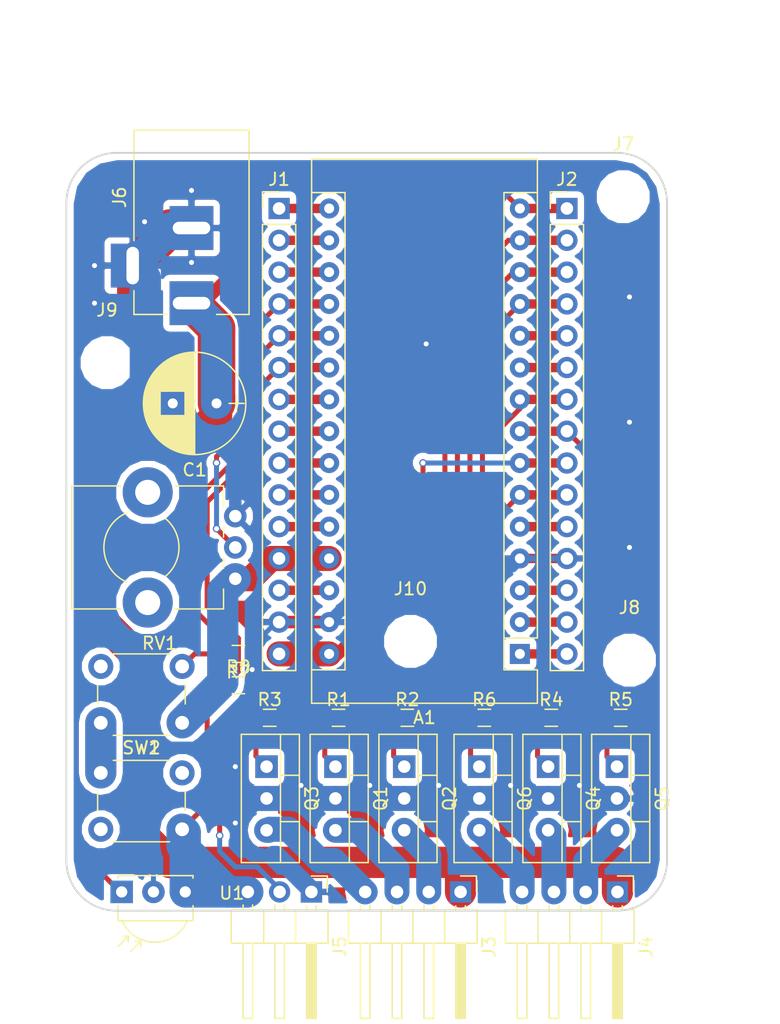
<source format=kicad_pcb>
(kicad_pcb (version 4) (host pcbnew 4.0.7-e2-6376~58~ubuntu14.04.1)

  (general
    (links 83)
    (no_connects 4)
    (area 117.111428 40.3 183.35 121.785001)
    (thickness 1.6)
    (drawings 10)
    (tracks 284)
    (zones 0)
    (modules 30)
    (nets 46)
  )

  (page A4)
  (title_block
    (title "Arduino LED Strip")
    (date 2017-11-19)
    (rev V1r0)
    (company GoInK13)
  )

  (layers
    (0 F.Cu signal)
    (31 B.Cu signal)
    (32 B.Adhes user)
    (33 F.Adhes user)
    (34 B.Paste user)
    (35 F.Paste user)
    (36 B.SilkS user)
    (37 F.SilkS user)
    (38 B.Mask user)
    (39 F.Mask user)
    (40 Dwgs.User user)
    (41 Cmts.User user)
    (42 Eco1.User user)
    (43 Eco2.User user)
    (44 Edge.Cuts user)
    (45 Margin user)
    (46 B.CrtYd user)
    (47 F.CrtYd user)
    (48 B.Fab user)
    (49 F.Fab user)
  )

  (setup
    (last_trace_width 0.4)
    (user_trace_width 0.4)
    (user_trace_width 0.75)
    (user_trace_width 1)
    (user_trace_width 1.5)
    (user_trace_width 2)
    (user_trace_width 2.5)
    (user_trace_width 3)
    (trace_clearance 0.21)
    (zone_clearance 0.75)
    (zone_45_only no)
    (trace_min 0.2)
    (segment_width 0.2)
    (edge_width 0.15)
    (via_size 0.6)
    (via_drill 0.4)
    (via_min_size 0.4)
    (via_min_drill 0.3)
    (uvia_size 0.3)
    (uvia_drill 0.1)
    (uvias_allowed no)
    (uvia_min_size 0.2)
    (uvia_min_drill 0.1)
    (pcb_text_width 0.3)
    (pcb_text_size 1.5 1.5)
    (mod_edge_width 0.15)
    (mod_text_size 1 1)
    (mod_text_width 0.15)
    (pad_size 1.524 1.524)
    (pad_drill 0.762)
    (pad_to_mask_clearance 0.2)
    (aux_axis_origin 0 0)
    (visible_elements FFFEFF7F)
    (pcbplotparams
      (layerselection 0x00030_80000001)
      (usegerberextensions false)
      (excludeedgelayer true)
      (linewidth 0.100000)
      (plotframeref false)
      (viasonmask false)
      (mode 1)
      (useauxorigin false)
      (hpglpennumber 1)
      (hpglpenspeed 20)
      (hpglpendiameter 15)
      (hpglpenoverlay 2)
      (psnegative false)
      (psa4output false)
      (plotreference true)
      (plotvalue true)
      (plotinvisibletext false)
      (padsonsilk false)
      (subtractmaskfromsilk false)
      (outputformat 1)
      (mirror false)
      (drillshape 1)
      (scaleselection 1)
      (outputdirectory ""))
  )

  (net 0 "")
  (net 1 /ar_D1_TX)
  (net 2 /3V3)
  (net 3 /ar_D0_RX)
  (net 4 /ar_Aref)
  (net 5 /ar_Reset2)
  (net 6 /ar_A0_Pot)
  (net 7 GND)
  (net 8 /ar_A1_D15)
  (net 9 /ar_D2)
  (net 10 /ar_A2_D16)
  (net 11 /ar_LED1_R)
  (net 12 /ar_A3_D17)
  (net 13 /ar_Din_LEDWS)
  (net 14 /ar_A4_D18)
  (net 15 /ar_LED1_G)
  (net 16 /ar_A5_D19)
  (net 17 /ar_LED1_B)
  (net 18 /ar_A6)
  (net 19 /ar_D7)
  (net 20 /ar_A7)
  (net 21 /ar_D8)
  (net 22 +5V)
  (net 23 /ar_LED0_R)
  (net 24 /ar_Reset1)
  (net 25 /ar_LED0_G)
  (net 26 /ar_LED0_B)
  (net 27 +12V)
  (net 28 /ar_IR)
  (net 29 /ar_LED_BuiltIn)
  (net 30 /LED0_G)
  (net 31 /LED0_R)
  (net 32 /LED0_B)
  (net 33 /LED1_G)
  (net 34 /LED1_R)
  (net 35 /LED1_B)
  (net 36 "Net-(Q1-Pad1)")
  (net 37 "Net-(Q2-Pad1)")
  (net 38 "Net-(Q3-Pad1)")
  (net 39 "Net-(Q4-Pad1)")
  (net 40 "Net-(Q5-Pad1)")
  (net 41 "Net-(Q6-Pad1)")
  (net 42 "Net-(J7-Pad1)")
  (net 43 "Net-(J8-Pad1)")
  (net 44 "Net-(J9-Pad1)")
  (net 45 "Net-(J10-Pad1)")

  (net_class Default "This is the default net class."
    (clearance 0.21)
    (trace_width 0.25)
    (via_dia 0.6)
    (via_drill 0.4)
    (uvia_dia 0.3)
    (uvia_drill 0.1)
    (add_net +12V)
    (add_net +5V)
    (add_net /3V3)
    (add_net /LED0_B)
    (add_net /LED0_G)
    (add_net /LED0_R)
    (add_net /LED1_B)
    (add_net /LED1_G)
    (add_net /LED1_R)
    (add_net /ar_A0_Pot)
    (add_net /ar_A1_D15)
    (add_net /ar_A2_D16)
    (add_net /ar_A3_D17)
    (add_net /ar_A4_D18)
    (add_net /ar_A5_D19)
    (add_net /ar_A6)
    (add_net /ar_A7)
    (add_net /ar_Aref)
    (add_net /ar_D0_RX)
    (add_net /ar_D1_TX)
    (add_net /ar_D2)
    (add_net /ar_D7)
    (add_net /ar_D8)
    (add_net /ar_Din_LEDWS)
    (add_net /ar_IR)
    (add_net /ar_LED0_B)
    (add_net /ar_LED0_G)
    (add_net /ar_LED0_R)
    (add_net /ar_LED1_B)
    (add_net /ar_LED1_G)
    (add_net /ar_LED1_R)
    (add_net /ar_LED_BuiltIn)
    (add_net /ar_Reset1)
    (add_net /ar_Reset2)
    (add_net GND)
    (add_net "Net-(J10-Pad1)")
    (add_net "Net-(J7-Pad1)")
    (add_net "Net-(J8-Pad1)")
    (add_net "Net-(J9-Pad1)")
    (add_net "Net-(Q1-Pad1)")
    (add_net "Net-(Q2-Pad1)")
    (add_net "Net-(Q3-Pad1)")
    (add_net "Net-(Q4-Pad1)")
    (add_net "Net-(Q5-Pad1)")
    (add_net "Net-(Q6-Pad1)")
  )

  (module Modules:Arduino_Nano (layer F.Cu) (tedit 58ACAF70) (tstamp 5A0E1F29)
    (at 158.74 92 180)
    (descr "Arduino Nano, http://www.mouser.com/pdfdocs/Gravitech_Arduino_Nano3_0.pdf")
    (tags "Arduino Nano")
    (path /5A030002)
    (fp_text reference A1 (at 7.62 -5.08 180) (layer F.SilkS)
      (effects (font (size 1 1) (thickness 0.15)))
    )
    (fp_text value Arduino_Nano_v3.x (at 8.89 19.05 270) (layer F.Fab)
      (effects (font (size 1 1) (thickness 0.15)))
    )
    (fp_text user %R (at 6.35 19.05 270) (layer F.Fab)
      (effects (font (size 1 1) (thickness 0.15)))
    )
    (fp_line (start 1.27 1.27) (end 1.27 -1.27) (layer F.SilkS) (width 0.12))
    (fp_line (start 1.27 -1.27) (end -1.4 -1.27) (layer F.SilkS) (width 0.12))
    (fp_line (start -1.4 1.27) (end -1.4 39.5) (layer F.SilkS) (width 0.12))
    (fp_line (start -1.4 -3.94) (end -1.4 -1.27) (layer F.SilkS) (width 0.12))
    (fp_line (start 13.97 -1.27) (end 16.64 -1.27) (layer F.SilkS) (width 0.12))
    (fp_line (start 13.97 -1.27) (end 13.97 36.83) (layer F.SilkS) (width 0.12))
    (fp_line (start 13.97 36.83) (end 16.64 36.83) (layer F.SilkS) (width 0.12))
    (fp_line (start 1.27 1.27) (end -1.4 1.27) (layer F.SilkS) (width 0.12))
    (fp_line (start 1.27 1.27) (end 1.27 36.83) (layer F.SilkS) (width 0.12))
    (fp_line (start 1.27 36.83) (end -1.4 36.83) (layer F.SilkS) (width 0.12))
    (fp_line (start 3.81 31.75) (end 11.43 31.75) (layer F.Fab) (width 0.1))
    (fp_line (start 11.43 31.75) (end 11.43 41.91) (layer F.Fab) (width 0.1))
    (fp_line (start 11.43 41.91) (end 3.81 41.91) (layer F.Fab) (width 0.1))
    (fp_line (start 3.81 41.91) (end 3.81 31.75) (layer F.Fab) (width 0.1))
    (fp_line (start -1.4 39.5) (end 16.64 39.5) (layer F.SilkS) (width 0.12))
    (fp_line (start 16.64 39.5) (end 16.64 -3.94) (layer F.SilkS) (width 0.12))
    (fp_line (start 16.64 -3.94) (end -1.4 -3.94) (layer F.SilkS) (width 0.12))
    (fp_line (start 16.51 39.37) (end -1.27 39.37) (layer F.Fab) (width 0.1))
    (fp_line (start -1.27 39.37) (end -1.27 -2.54) (layer F.Fab) (width 0.1))
    (fp_line (start -1.27 -2.54) (end 0 -3.81) (layer F.Fab) (width 0.1))
    (fp_line (start 0 -3.81) (end 16.51 -3.81) (layer F.Fab) (width 0.1))
    (fp_line (start 16.51 -3.81) (end 16.51 39.37) (layer F.Fab) (width 0.1))
    (fp_line (start -1.53 -4.06) (end 16.75 -4.06) (layer F.CrtYd) (width 0.05))
    (fp_line (start -1.53 -4.06) (end -1.53 42.16) (layer F.CrtYd) (width 0.05))
    (fp_line (start 16.75 42.16) (end 16.75 -4.06) (layer F.CrtYd) (width 0.05))
    (fp_line (start 16.75 42.16) (end -1.53 42.16) (layer F.CrtYd) (width 0.05))
    (pad 1 thru_hole rect (at 0 0 180) (size 1.6 1.6) (drill 0.8) (layers *.Cu *.Mask)
      (net 1 /ar_D1_TX))
    (pad 17 thru_hole oval (at 15.24 33.02 180) (size 1.6 1.6) (drill 0.8) (layers *.Cu *.Mask)
      (net 2 /3V3))
    (pad 2 thru_hole oval (at 0 2.54 180) (size 1.6 1.6) (drill 0.8) (layers *.Cu *.Mask)
      (net 3 /ar_D0_RX))
    (pad 18 thru_hole oval (at 15.24 30.48 180) (size 1.6 1.6) (drill 0.8) (layers *.Cu *.Mask)
      (net 4 /ar_Aref))
    (pad 3 thru_hole oval (at 0 5.08 180) (size 1.6 1.6) (drill 0.8) (layers *.Cu *.Mask)
      (net 5 /ar_Reset2))
    (pad 19 thru_hole oval (at 15.24 27.94 180) (size 1.6 1.6) (drill 0.8) (layers *.Cu *.Mask)
      (net 6 /ar_A0_Pot))
    (pad 4 thru_hole oval (at 0 7.62 180) (size 1.6 1.6) (drill 0.8) (layers *.Cu *.Mask)
      (net 7 GND))
    (pad 20 thru_hole oval (at 15.24 25.4 180) (size 1.6 1.6) (drill 0.8) (layers *.Cu *.Mask)
      (net 8 /ar_A1_D15))
    (pad 5 thru_hole oval (at 0 10.16 180) (size 1.6 1.6) (drill 0.8) (layers *.Cu *.Mask)
      (net 9 /ar_D2))
    (pad 21 thru_hole oval (at 15.24 22.86 180) (size 1.6 1.6) (drill 0.8) (layers *.Cu *.Mask)
      (net 10 /ar_A2_D16))
    (pad 6 thru_hole oval (at 0 12.7 180) (size 1.6 1.6) (drill 0.8) (layers *.Cu *.Mask)
      (net 11 /ar_LED1_R))
    (pad 22 thru_hole oval (at 15.24 20.32 180) (size 1.6 1.6) (drill 0.8) (layers *.Cu *.Mask)
      (net 12 /ar_A3_D17))
    (pad 7 thru_hole oval (at 0 15.24 180) (size 1.6 1.6) (drill 0.8) (layers *.Cu *.Mask)
      (net 13 /ar_Din_LEDWS))
    (pad 23 thru_hole oval (at 15.24 17.78 180) (size 1.6 1.6) (drill 0.8) (layers *.Cu *.Mask)
      (net 14 /ar_A4_D18))
    (pad 8 thru_hole oval (at 0 17.78 180) (size 1.6 1.6) (drill 0.8) (layers *.Cu *.Mask)
      (net 15 /ar_LED1_G))
    (pad 24 thru_hole oval (at 15.24 15.24 180) (size 1.6 1.6) (drill 0.8) (layers *.Cu *.Mask)
      (net 16 /ar_A5_D19))
    (pad 9 thru_hole oval (at 0 20.32 180) (size 1.6 1.6) (drill 0.8) (layers *.Cu *.Mask)
      (net 17 /ar_LED1_B))
    (pad 25 thru_hole oval (at 15.24 12.7 180) (size 1.6 1.6) (drill 0.8) (layers *.Cu *.Mask)
      (net 18 /ar_A6))
    (pad 10 thru_hole oval (at 0 22.86 180) (size 1.6 1.6) (drill 0.8) (layers *.Cu *.Mask)
      (net 19 /ar_D7))
    (pad 26 thru_hole oval (at 15.24 10.16 180) (size 1.6 1.6) (drill 0.8) (layers *.Cu *.Mask)
      (net 20 /ar_A7))
    (pad 11 thru_hole oval (at 0 25.4 180) (size 1.6 1.6) (drill 0.8) (layers *.Cu *.Mask)
      (net 21 /ar_D8))
    (pad 27 thru_hole oval (at 15.24 7.62 180) (size 1.6 1.6) (drill 0.8) (layers *.Cu *.Mask)
      (net 22 +5V))
    (pad 12 thru_hole oval (at 0 27.94 180) (size 1.6 1.6) (drill 0.8) (layers *.Cu *.Mask)
      (net 25 /ar_LED0_G))
    (pad 28 thru_hole oval (at 15.24 5.08 180) (size 1.6 1.6) (drill 0.8) (layers *.Cu *.Mask)
      (net 24 /ar_Reset1))
    (pad 13 thru_hole oval (at 0 30.48 180) (size 1.6 1.6) (drill 0.8) (layers *.Cu *.Mask)
      (net 23 /ar_LED0_R))
    (pad 29 thru_hole oval (at 15.24 2.54 180) (size 1.6 1.6) (drill 0.8) (layers *.Cu *.Mask)
      (net 7 GND))
    (pad 14 thru_hole oval (at 0 33.02 180) (size 1.6 1.6) (drill 0.8) (layers *.Cu *.Mask)
      (net 26 /ar_LED0_B))
    (pad 30 thru_hole oval (at 15.24 0 180) (size 1.6 1.6) (drill 0.8) (layers *.Cu *.Mask)
      (net 27 +12V))
    (pad 15 thru_hole oval (at 0 35.56 180) (size 1.6 1.6) (drill 0.8) (layers *.Cu *.Mask)
      (net 28 /ar_IR))
    (pad 16 thru_hole oval (at 15.24 35.56 180) (size 1.6 1.6) (drill 0.8) (layers *.Cu *.Mask)
      (net 29 /ar_LED_BuiltIn))
  )

  (module Capacitors_ThroughHole:CP_Radial_D8.0mm_P3.50mm (layer F.Cu) (tedit 597BC7C2) (tstamp 5A0E1FD2)
    (at 134.5 72 180)
    (descr "CP, Radial series, Radial, pin pitch=3.50mm, , diameter=8mm, Electrolytic Capacitor")
    (tags "CP Radial series Radial pin pitch 3.50mm  diameter 8mm Electrolytic Capacitor")
    (path /5A116536)
    (fp_text reference C1 (at 1.75 -5.31 180) (layer F.SilkS)
      (effects (font (size 1 1) (thickness 0.15)))
    )
    (fp_text value 10u (at 1.75 5.31 180) (layer F.Fab)
      (effects (font (size 1 1) (thickness 0.15)))
    )
    (fp_circle (center 1.75 0) (end 5.75 0) (layer F.Fab) (width 0.1))
    (fp_circle (center 1.75 0) (end 5.84 0) (layer F.SilkS) (width 0.12))
    (fp_line (start -2.2 0) (end -1 0) (layer F.Fab) (width 0.1))
    (fp_line (start -1.6 -0.65) (end -1.6 0.65) (layer F.Fab) (width 0.1))
    (fp_line (start 1.75 -4.05) (end 1.75 4.05) (layer F.SilkS) (width 0.12))
    (fp_line (start 1.79 -4.05) (end 1.79 4.05) (layer F.SilkS) (width 0.12))
    (fp_line (start 1.83 -4.05) (end 1.83 4.05) (layer F.SilkS) (width 0.12))
    (fp_line (start 1.87 -4.049) (end 1.87 4.049) (layer F.SilkS) (width 0.12))
    (fp_line (start 1.91 -4.047) (end 1.91 4.047) (layer F.SilkS) (width 0.12))
    (fp_line (start 1.95 -4.046) (end 1.95 4.046) (layer F.SilkS) (width 0.12))
    (fp_line (start 1.99 -4.043) (end 1.99 4.043) (layer F.SilkS) (width 0.12))
    (fp_line (start 2.03 -4.041) (end 2.03 4.041) (layer F.SilkS) (width 0.12))
    (fp_line (start 2.07 -4.038) (end 2.07 4.038) (layer F.SilkS) (width 0.12))
    (fp_line (start 2.11 -4.035) (end 2.11 4.035) (layer F.SilkS) (width 0.12))
    (fp_line (start 2.15 -4.031) (end 2.15 4.031) (layer F.SilkS) (width 0.12))
    (fp_line (start 2.19 -4.027) (end 2.19 4.027) (layer F.SilkS) (width 0.12))
    (fp_line (start 2.23 -4.022) (end 2.23 4.022) (layer F.SilkS) (width 0.12))
    (fp_line (start 2.27 -4.017) (end 2.27 4.017) (layer F.SilkS) (width 0.12))
    (fp_line (start 2.31 -4.012) (end 2.31 4.012) (layer F.SilkS) (width 0.12))
    (fp_line (start 2.35 -4.006) (end 2.35 4.006) (layer F.SilkS) (width 0.12))
    (fp_line (start 2.39 -4) (end 2.39 4) (layer F.SilkS) (width 0.12))
    (fp_line (start 2.43 -3.994) (end 2.43 3.994) (layer F.SilkS) (width 0.12))
    (fp_line (start 2.471 -3.987) (end 2.471 3.987) (layer F.SilkS) (width 0.12))
    (fp_line (start 2.511 -3.979) (end 2.511 3.979) (layer F.SilkS) (width 0.12))
    (fp_line (start 2.551 -3.971) (end 2.551 -0.98) (layer F.SilkS) (width 0.12))
    (fp_line (start 2.551 0.98) (end 2.551 3.971) (layer F.SilkS) (width 0.12))
    (fp_line (start 2.591 -3.963) (end 2.591 -0.98) (layer F.SilkS) (width 0.12))
    (fp_line (start 2.591 0.98) (end 2.591 3.963) (layer F.SilkS) (width 0.12))
    (fp_line (start 2.631 -3.955) (end 2.631 -0.98) (layer F.SilkS) (width 0.12))
    (fp_line (start 2.631 0.98) (end 2.631 3.955) (layer F.SilkS) (width 0.12))
    (fp_line (start 2.671 -3.946) (end 2.671 -0.98) (layer F.SilkS) (width 0.12))
    (fp_line (start 2.671 0.98) (end 2.671 3.946) (layer F.SilkS) (width 0.12))
    (fp_line (start 2.711 -3.936) (end 2.711 -0.98) (layer F.SilkS) (width 0.12))
    (fp_line (start 2.711 0.98) (end 2.711 3.936) (layer F.SilkS) (width 0.12))
    (fp_line (start 2.751 -3.926) (end 2.751 -0.98) (layer F.SilkS) (width 0.12))
    (fp_line (start 2.751 0.98) (end 2.751 3.926) (layer F.SilkS) (width 0.12))
    (fp_line (start 2.791 -3.916) (end 2.791 -0.98) (layer F.SilkS) (width 0.12))
    (fp_line (start 2.791 0.98) (end 2.791 3.916) (layer F.SilkS) (width 0.12))
    (fp_line (start 2.831 -3.905) (end 2.831 -0.98) (layer F.SilkS) (width 0.12))
    (fp_line (start 2.831 0.98) (end 2.831 3.905) (layer F.SilkS) (width 0.12))
    (fp_line (start 2.871 -3.894) (end 2.871 -0.98) (layer F.SilkS) (width 0.12))
    (fp_line (start 2.871 0.98) (end 2.871 3.894) (layer F.SilkS) (width 0.12))
    (fp_line (start 2.911 -3.883) (end 2.911 -0.98) (layer F.SilkS) (width 0.12))
    (fp_line (start 2.911 0.98) (end 2.911 3.883) (layer F.SilkS) (width 0.12))
    (fp_line (start 2.951 -3.87) (end 2.951 -0.98) (layer F.SilkS) (width 0.12))
    (fp_line (start 2.951 0.98) (end 2.951 3.87) (layer F.SilkS) (width 0.12))
    (fp_line (start 2.991 -3.858) (end 2.991 -0.98) (layer F.SilkS) (width 0.12))
    (fp_line (start 2.991 0.98) (end 2.991 3.858) (layer F.SilkS) (width 0.12))
    (fp_line (start 3.031 -3.845) (end 3.031 -0.98) (layer F.SilkS) (width 0.12))
    (fp_line (start 3.031 0.98) (end 3.031 3.845) (layer F.SilkS) (width 0.12))
    (fp_line (start 3.071 -3.832) (end 3.071 -0.98) (layer F.SilkS) (width 0.12))
    (fp_line (start 3.071 0.98) (end 3.071 3.832) (layer F.SilkS) (width 0.12))
    (fp_line (start 3.111 -3.818) (end 3.111 -0.98) (layer F.SilkS) (width 0.12))
    (fp_line (start 3.111 0.98) (end 3.111 3.818) (layer F.SilkS) (width 0.12))
    (fp_line (start 3.151 -3.803) (end 3.151 -0.98) (layer F.SilkS) (width 0.12))
    (fp_line (start 3.151 0.98) (end 3.151 3.803) (layer F.SilkS) (width 0.12))
    (fp_line (start 3.191 -3.789) (end 3.191 -0.98) (layer F.SilkS) (width 0.12))
    (fp_line (start 3.191 0.98) (end 3.191 3.789) (layer F.SilkS) (width 0.12))
    (fp_line (start 3.231 -3.773) (end 3.231 -0.98) (layer F.SilkS) (width 0.12))
    (fp_line (start 3.231 0.98) (end 3.231 3.773) (layer F.SilkS) (width 0.12))
    (fp_line (start 3.271 -3.758) (end 3.271 -0.98) (layer F.SilkS) (width 0.12))
    (fp_line (start 3.271 0.98) (end 3.271 3.758) (layer F.SilkS) (width 0.12))
    (fp_line (start 3.311 -3.741) (end 3.311 -0.98) (layer F.SilkS) (width 0.12))
    (fp_line (start 3.311 0.98) (end 3.311 3.741) (layer F.SilkS) (width 0.12))
    (fp_line (start 3.351 -3.725) (end 3.351 -0.98) (layer F.SilkS) (width 0.12))
    (fp_line (start 3.351 0.98) (end 3.351 3.725) (layer F.SilkS) (width 0.12))
    (fp_line (start 3.391 -3.707) (end 3.391 -0.98) (layer F.SilkS) (width 0.12))
    (fp_line (start 3.391 0.98) (end 3.391 3.707) (layer F.SilkS) (width 0.12))
    (fp_line (start 3.431 -3.69) (end 3.431 -0.98) (layer F.SilkS) (width 0.12))
    (fp_line (start 3.431 0.98) (end 3.431 3.69) (layer F.SilkS) (width 0.12))
    (fp_line (start 3.471 -3.671) (end 3.471 -0.98) (layer F.SilkS) (width 0.12))
    (fp_line (start 3.471 0.98) (end 3.471 3.671) (layer F.SilkS) (width 0.12))
    (fp_line (start 3.511 -3.652) (end 3.511 -0.98) (layer F.SilkS) (width 0.12))
    (fp_line (start 3.511 0.98) (end 3.511 3.652) (layer F.SilkS) (width 0.12))
    (fp_line (start 3.551 -3.633) (end 3.551 -0.98) (layer F.SilkS) (width 0.12))
    (fp_line (start 3.551 0.98) (end 3.551 3.633) (layer F.SilkS) (width 0.12))
    (fp_line (start 3.591 -3.613) (end 3.591 -0.98) (layer F.SilkS) (width 0.12))
    (fp_line (start 3.591 0.98) (end 3.591 3.613) (layer F.SilkS) (width 0.12))
    (fp_line (start 3.631 -3.593) (end 3.631 -0.98) (layer F.SilkS) (width 0.12))
    (fp_line (start 3.631 0.98) (end 3.631 3.593) (layer F.SilkS) (width 0.12))
    (fp_line (start 3.671 -3.572) (end 3.671 -0.98) (layer F.SilkS) (width 0.12))
    (fp_line (start 3.671 0.98) (end 3.671 3.572) (layer F.SilkS) (width 0.12))
    (fp_line (start 3.711 -3.55) (end 3.711 -0.98) (layer F.SilkS) (width 0.12))
    (fp_line (start 3.711 0.98) (end 3.711 3.55) (layer F.SilkS) (width 0.12))
    (fp_line (start 3.751 -3.528) (end 3.751 -0.98) (layer F.SilkS) (width 0.12))
    (fp_line (start 3.751 0.98) (end 3.751 3.528) (layer F.SilkS) (width 0.12))
    (fp_line (start 3.791 -3.505) (end 3.791 -0.98) (layer F.SilkS) (width 0.12))
    (fp_line (start 3.791 0.98) (end 3.791 3.505) (layer F.SilkS) (width 0.12))
    (fp_line (start 3.831 -3.482) (end 3.831 -0.98) (layer F.SilkS) (width 0.12))
    (fp_line (start 3.831 0.98) (end 3.831 3.482) (layer F.SilkS) (width 0.12))
    (fp_line (start 3.871 -3.458) (end 3.871 -0.98) (layer F.SilkS) (width 0.12))
    (fp_line (start 3.871 0.98) (end 3.871 3.458) (layer F.SilkS) (width 0.12))
    (fp_line (start 3.911 -3.434) (end 3.911 -0.98) (layer F.SilkS) (width 0.12))
    (fp_line (start 3.911 0.98) (end 3.911 3.434) (layer F.SilkS) (width 0.12))
    (fp_line (start 3.951 -3.408) (end 3.951 -0.98) (layer F.SilkS) (width 0.12))
    (fp_line (start 3.951 0.98) (end 3.951 3.408) (layer F.SilkS) (width 0.12))
    (fp_line (start 3.991 -3.383) (end 3.991 -0.98) (layer F.SilkS) (width 0.12))
    (fp_line (start 3.991 0.98) (end 3.991 3.383) (layer F.SilkS) (width 0.12))
    (fp_line (start 4.031 -3.356) (end 4.031 -0.98) (layer F.SilkS) (width 0.12))
    (fp_line (start 4.031 0.98) (end 4.031 3.356) (layer F.SilkS) (width 0.12))
    (fp_line (start 4.071 -3.329) (end 4.071 -0.98) (layer F.SilkS) (width 0.12))
    (fp_line (start 4.071 0.98) (end 4.071 3.329) (layer F.SilkS) (width 0.12))
    (fp_line (start 4.111 -3.301) (end 4.111 -0.98) (layer F.SilkS) (width 0.12))
    (fp_line (start 4.111 0.98) (end 4.111 3.301) (layer F.SilkS) (width 0.12))
    (fp_line (start 4.151 -3.272) (end 4.151 -0.98) (layer F.SilkS) (width 0.12))
    (fp_line (start 4.151 0.98) (end 4.151 3.272) (layer F.SilkS) (width 0.12))
    (fp_line (start 4.191 -3.243) (end 4.191 -0.98) (layer F.SilkS) (width 0.12))
    (fp_line (start 4.191 0.98) (end 4.191 3.243) (layer F.SilkS) (width 0.12))
    (fp_line (start 4.231 -3.213) (end 4.231 -0.98) (layer F.SilkS) (width 0.12))
    (fp_line (start 4.231 0.98) (end 4.231 3.213) (layer F.SilkS) (width 0.12))
    (fp_line (start 4.271 -3.182) (end 4.271 -0.98) (layer F.SilkS) (width 0.12))
    (fp_line (start 4.271 0.98) (end 4.271 3.182) (layer F.SilkS) (width 0.12))
    (fp_line (start 4.311 -3.15) (end 4.311 -0.98) (layer F.SilkS) (width 0.12))
    (fp_line (start 4.311 0.98) (end 4.311 3.15) (layer F.SilkS) (width 0.12))
    (fp_line (start 4.351 -3.118) (end 4.351 -0.98) (layer F.SilkS) (width 0.12))
    (fp_line (start 4.351 0.98) (end 4.351 3.118) (layer F.SilkS) (width 0.12))
    (fp_line (start 4.391 -3.084) (end 4.391 -0.98) (layer F.SilkS) (width 0.12))
    (fp_line (start 4.391 0.98) (end 4.391 3.084) (layer F.SilkS) (width 0.12))
    (fp_line (start 4.431 -3.05) (end 4.431 -0.98) (layer F.SilkS) (width 0.12))
    (fp_line (start 4.431 0.98) (end 4.431 3.05) (layer F.SilkS) (width 0.12))
    (fp_line (start 4.471 -3.015) (end 4.471 -0.98) (layer F.SilkS) (width 0.12))
    (fp_line (start 4.471 0.98) (end 4.471 3.015) (layer F.SilkS) (width 0.12))
    (fp_line (start 4.511 -2.979) (end 4.511 2.979) (layer F.SilkS) (width 0.12))
    (fp_line (start 4.551 -2.942) (end 4.551 2.942) (layer F.SilkS) (width 0.12))
    (fp_line (start 4.591 -2.904) (end 4.591 2.904) (layer F.SilkS) (width 0.12))
    (fp_line (start 4.631 -2.865) (end 4.631 2.865) (layer F.SilkS) (width 0.12))
    (fp_line (start 4.671 -2.824) (end 4.671 2.824) (layer F.SilkS) (width 0.12))
    (fp_line (start 4.711 -2.783) (end 4.711 2.783) (layer F.SilkS) (width 0.12))
    (fp_line (start 4.751 -2.74) (end 4.751 2.74) (layer F.SilkS) (width 0.12))
    (fp_line (start 4.791 -2.697) (end 4.791 2.697) (layer F.SilkS) (width 0.12))
    (fp_line (start 4.831 -2.652) (end 4.831 2.652) (layer F.SilkS) (width 0.12))
    (fp_line (start 4.871 -2.605) (end 4.871 2.605) (layer F.SilkS) (width 0.12))
    (fp_line (start 4.911 -2.557) (end 4.911 2.557) (layer F.SilkS) (width 0.12))
    (fp_line (start 4.951 -2.508) (end 4.951 2.508) (layer F.SilkS) (width 0.12))
    (fp_line (start 4.991 -2.457) (end 4.991 2.457) (layer F.SilkS) (width 0.12))
    (fp_line (start 5.031 -2.404) (end 5.031 2.404) (layer F.SilkS) (width 0.12))
    (fp_line (start 5.071 -2.349) (end 5.071 2.349) (layer F.SilkS) (width 0.12))
    (fp_line (start 5.111 -2.293) (end 5.111 2.293) (layer F.SilkS) (width 0.12))
    (fp_line (start 5.151 -2.234) (end 5.151 2.234) (layer F.SilkS) (width 0.12))
    (fp_line (start 5.191 -2.173) (end 5.191 2.173) (layer F.SilkS) (width 0.12))
    (fp_line (start 5.231 -2.109) (end 5.231 2.109) (layer F.SilkS) (width 0.12))
    (fp_line (start 5.271 -2.043) (end 5.271 2.043) (layer F.SilkS) (width 0.12))
    (fp_line (start 5.311 -1.974) (end 5.311 1.974) (layer F.SilkS) (width 0.12))
    (fp_line (start 5.351 -1.902) (end 5.351 1.902) (layer F.SilkS) (width 0.12))
    (fp_line (start 5.391 -1.826) (end 5.391 1.826) (layer F.SilkS) (width 0.12))
    (fp_line (start 5.431 -1.745) (end 5.431 1.745) (layer F.SilkS) (width 0.12))
    (fp_line (start 5.471 -1.66) (end 5.471 1.66) (layer F.SilkS) (width 0.12))
    (fp_line (start 5.511 -1.57) (end 5.511 1.57) (layer F.SilkS) (width 0.12))
    (fp_line (start 5.551 -1.473) (end 5.551 1.473) (layer F.SilkS) (width 0.12))
    (fp_line (start 5.591 -1.369) (end 5.591 1.369) (layer F.SilkS) (width 0.12))
    (fp_line (start 5.631 -1.254) (end 5.631 1.254) (layer F.SilkS) (width 0.12))
    (fp_line (start 5.671 -1.127) (end 5.671 1.127) (layer F.SilkS) (width 0.12))
    (fp_line (start 5.711 -0.983) (end 5.711 0.983) (layer F.SilkS) (width 0.12))
    (fp_line (start 5.751 -0.814) (end 5.751 0.814) (layer F.SilkS) (width 0.12))
    (fp_line (start 5.791 -0.598) (end 5.791 0.598) (layer F.SilkS) (width 0.12))
    (fp_line (start 5.831 -0.246) (end 5.831 0.246) (layer F.SilkS) (width 0.12))
    (fp_line (start -2.2 0) (end -1 0) (layer F.SilkS) (width 0.12))
    (fp_line (start -1.6 -0.65) (end -1.6 0.65) (layer F.SilkS) (width 0.12))
    (fp_line (start -2.6 -4.35) (end -2.6 4.35) (layer F.CrtYd) (width 0.05))
    (fp_line (start -2.6 4.35) (end 6.1 4.35) (layer F.CrtYd) (width 0.05))
    (fp_line (start 6.1 4.35) (end 6.1 -4.35) (layer F.CrtYd) (width 0.05))
    (fp_line (start 6.1 -4.35) (end -2.6 -4.35) (layer F.CrtYd) (width 0.05))
    (fp_text user %R (at 1.75 0 180) (layer F.Fab)
      (effects (font (size 1 1) (thickness 0.15)))
    )
    (pad 1 thru_hole rect (at 0 0 180) (size 1.6 1.6) (drill 0.8) (layers *.Cu *.Mask)
      (net 27 +12V))
    (pad 2 thru_hole circle (at 3.5 0 180) (size 1.6 1.6) (drill 0.8) (layers *.Cu *.Mask)
      (net 7 GND))
    (model ${KISYS3DMOD}/Capacitors_THT.3dshapes/CP_Radial_D8.0mm_P3.50mm.wrl
      (at (xyz 0 0 0))
      (scale (xyz 1 1 1))
      (rotate (xyz 0 0 0))
    )
  )

  (module Pin_Headers:Pin_Header_Straight_1x15_Pitch2.54mm (layer F.Cu) (tedit 59650532) (tstamp 5A0E1FF5)
    (at 139.5 56.44)
    (descr "Through hole straight pin header, 1x15, 2.54mm pitch, single row")
    (tags "Through hole pin header THT 1x15 2.54mm single row")
    (path /5A101251)
    (fp_text reference J1 (at 0 -2.33) (layer F.SilkS)
      (effects (font (size 1 1) (thickness 0.15)))
    )
    (fp_text value Conn_L (at 0 37.89) (layer F.Fab)
      (effects (font (size 1 1) (thickness 0.15)))
    )
    (fp_line (start -0.635 -1.27) (end 1.27 -1.27) (layer F.Fab) (width 0.1))
    (fp_line (start 1.27 -1.27) (end 1.27 36.83) (layer F.Fab) (width 0.1))
    (fp_line (start 1.27 36.83) (end -1.27 36.83) (layer F.Fab) (width 0.1))
    (fp_line (start -1.27 36.83) (end -1.27 -0.635) (layer F.Fab) (width 0.1))
    (fp_line (start -1.27 -0.635) (end -0.635 -1.27) (layer F.Fab) (width 0.1))
    (fp_line (start -1.33 36.89) (end 1.33 36.89) (layer F.SilkS) (width 0.12))
    (fp_line (start -1.33 1.27) (end -1.33 36.89) (layer F.SilkS) (width 0.12))
    (fp_line (start 1.33 1.27) (end 1.33 36.89) (layer F.SilkS) (width 0.12))
    (fp_line (start -1.33 1.27) (end 1.33 1.27) (layer F.SilkS) (width 0.12))
    (fp_line (start -1.33 0) (end -1.33 -1.33) (layer F.SilkS) (width 0.12))
    (fp_line (start -1.33 -1.33) (end 0 -1.33) (layer F.SilkS) (width 0.12))
    (fp_line (start -1.8 -1.8) (end -1.8 37.35) (layer F.CrtYd) (width 0.05))
    (fp_line (start -1.8 37.35) (end 1.8 37.35) (layer F.CrtYd) (width 0.05))
    (fp_line (start 1.8 37.35) (end 1.8 -1.8) (layer F.CrtYd) (width 0.05))
    (fp_line (start 1.8 -1.8) (end -1.8 -1.8) (layer F.CrtYd) (width 0.05))
    (fp_text user %R (at 0 17.78 90) (layer F.Fab)
      (effects (font (size 1 1) (thickness 0.15)))
    )
    (pad 1 thru_hole rect (at 0 0) (size 1.7 1.7) (drill 1) (layers *.Cu *.Mask)
      (net 29 /ar_LED_BuiltIn))
    (pad 2 thru_hole oval (at 0 2.54) (size 1.7 1.7) (drill 1) (layers *.Cu *.Mask)
      (net 2 /3V3))
    (pad 3 thru_hole oval (at 0 5.08) (size 1.7 1.7) (drill 1) (layers *.Cu *.Mask)
      (net 4 /ar_Aref))
    (pad 4 thru_hole oval (at 0 7.62) (size 1.7 1.7) (drill 1) (layers *.Cu *.Mask)
      (net 6 /ar_A0_Pot))
    (pad 5 thru_hole oval (at 0 10.16) (size 1.7 1.7) (drill 1) (layers *.Cu *.Mask)
      (net 8 /ar_A1_D15))
    (pad 6 thru_hole oval (at 0 12.7) (size 1.7 1.7) (drill 1) (layers *.Cu *.Mask)
      (net 10 /ar_A2_D16))
    (pad 7 thru_hole oval (at 0 15.24) (size 1.7 1.7) (drill 1) (layers *.Cu *.Mask)
      (net 12 /ar_A3_D17))
    (pad 8 thru_hole oval (at 0 17.78) (size 1.7 1.7) (drill 1) (layers *.Cu *.Mask)
      (net 14 /ar_A4_D18))
    (pad 9 thru_hole oval (at 0 20.32) (size 1.7 1.7) (drill 1) (layers *.Cu *.Mask)
      (net 16 /ar_A5_D19))
    (pad 10 thru_hole oval (at 0 22.86) (size 1.7 1.7) (drill 1) (layers *.Cu *.Mask)
      (net 18 /ar_A6))
    (pad 11 thru_hole oval (at 0 25.4) (size 1.7 1.7) (drill 1) (layers *.Cu *.Mask)
      (net 20 /ar_A7))
    (pad 12 thru_hole oval (at 0 27.94) (size 1.7 1.7) (drill 1) (layers *.Cu *.Mask)
      (net 22 +5V))
    (pad 13 thru_hole oval (at 0 30.48) (size 1.7 1.7) (drill 1) (layers *.Cu *.Mask)
      (net 24 /ar_Reset1))
    (pad 14 thru_hole oval (at 0 33.02) (size 1.7 1.7) (drill 1) (layers *.Cu *.Mask)
      (net 7 GND))
    (pad 15 thru_hole oval (at 0 35.56) (size 1.7 1.7) (drill 1) (layers *.Cu *.Mask)
      (net 27 +12V))
    (model ${KISYS3DMOD}/Pin_Headers.3dshapes/Pin_Header_Straight_1x15_Pitch2.54mm.wrl
      (at (xyz 0 0 0))
      (scale (xyz 1 1 1))
      (rotate (xyz 0 0 0))
    )
  )

  (module Pin_Headers:Pin_Header_Straight_1x15_Pitch2.54mm (layer F.Cu) (tedit 59650532) (tstamp 5A0E2018)
    (at 162.5 56.44)
    (descr "Through hole straight pin header, 1x15, 2.54mm pitch, single row")
    (tags "Through hole pin header THT 1x15 2.54mm single row")
    (path /5A0FC947)
    (fp_text reference J2 (at 0 -2.33) (layer F.SilkS)
      (effects (font (size 1 1) (thickness 0.15)))
    )
    (fp_text value Conn_R (at 0 37.89) (layer F.Fab)
      (effects (font (size 1 1) (thickness 0.15)))
    )
    (fp_line (start -0.635 -1.27) (end 1.27 -1.27) (layer F.Fab) (width 0.1))
    (fp_line (start 1.27 -1.27) (end 1.27 36.83) (layer F.Fab) (width 0.1))
    (fp_line (start 1.27 36.83) (end -1.27 36.83) (layer F.Fab) (width 0.1))
    (fp_line (start -1.27 36.83) (end -1.27 -0.635) (layer F.Fab) (width 0.1))
    (fp_line (start -1.27 -0.635) (end -0.635 -1.27) (layer F.Fab) (width 0.1))
    (fp_line (start -1.33 36.89) (end 1.33 36.89) (layer F.SilkS) (width 0.12))
    (fp_line (start -1.33 1.27) (end -1.33 36.89) (layer F.SilkS) (width 0.12))
    (fp_line (start 1.33 1.27) (end 1.33 36.89) (layer F.SilkS) (width 0.12))
    (fp_line (start -1.33 1.27) (end 1.33 1.27) (layer F.SilkS) (width 0.12))
    (fp_line (start -1.33 0) (end -1.33 -1.33) (layer F.SilkS) (width 0.12))
    (fp_line (start -1.33 -1.33) (end 0 -1.33) (layer F.SilkS) (width 0.12))
    (fp_line (start -1.8 -1.8) (end -1.8 37.35) (layer F.CrtYd) (width 0.05))
    (fp_line (start -1.8 37.35) (end 1.8 37.35) (layer F.CrtYd) (width 0.05))
    (fp_line (start 1.8 37.35) (end 1.8 -1.8) (layer F.CrtYd) (width 0.05))
    (fp_line (start 1.8 -1.8) (end -1.8 -1.8) (layer F.CrtYd) (width 0.05))
    (fp_text user %R (at 0 17.78 90) (layer F.Fab)
      (effects (font (size 1 1) (thickness 0.15)))
    )
    (pad 1 thru_hole rect (at 0 0) (size 1.7 1.7) (drill 1) (layers *.Cu *.Mask)
      (net 28 /ar_IR))
    (pad 2 thru_hole oval (at 0 2.54) (size 1.7 1.7) (drill 1) (layers *.Cu *.Mask)
      (net 26 /ar_LED0_B))
    (pad 3 thru_hole oval (at 0 5.08) (size 1.7 1.7) (drill 1) (layers *.Cu *.Mask)
      (net 23 /ar_LED0_R))
    (pad 4 thru_hole oval (at 0 7.62) (size 1.7 1.7) (drill 1) (layers *.Cu *.Mask)
      (net 25 /ar_LED0_G))
    (pad 5 thru_hole oval (at 0 10.16) (size 1.7 1.7) (drill 1) (layers *.Cu *.Mask)
      (net 21 /ar_D8))
    (pad 6 thru_hole oval (at 0 12.7) (size 1.7 1.7) (drill 1) (layers *.Cu *.Mask)
      (net 19 /ar_D7))
    (pad 7 thru_hole oval (at 0 15.24) (size 1.7 1.7) (drill 1) (layers *.Cu *.Mask)
      (net 17 /ar_LED1_B))
    (pad 8 thru_hole oval (at 0 17.78) (size 1.7 1.7) (drill 1) (layers *.Cu *.Mask)
      (net 15 /ar_LED1_G))
    (pad 9 thru_hole oval (at 0 20.32) (size 1.7 1.7) (drill 1) (layers *.Cu *.Mask)
      (net 13 /ar_Din_LEDWS))
    (pad 10 thru_hole oval (at 0 22.86) (size 1.7 1.7) (drill 1) (layers *.Cu *.Mask)
      (net 11 /ar_LED1_R))
    (pad 11 thru_hole oval (at 0 25.4) (size 1.7 1.7) (drill 1) (layers *.Cu *.Mask)
      (net 9 /ar_D2))
    (pad 12 thru_hole oval (at 0 27.94) (size 1.7 1.7) (drill 1) (layers *.Cu *.Mask)
      (net 7 GND))
    (pad 13 thru_hole oval (at 0 30.48) (size 1.7 1.7) (drill 1) (layers *.Cu *.Mask)
      (net 5 /ar_Reset2))
    (pad 14 thru_hole oval (at 0 33.02) (size 1.7 1.7) (drill 1) (layers *.Cu *.Mask)
      (net 3 /ar_D0_RX))
    (pad 15 thru_hole oval (at 0 35.56) (size 1.7 1.7) (drill 1) (layers *.Cu *.Mask)
      (net 1 /ar_D1_TX))
    (model ${KISYS3DMOD}/Pin_Headers.3dshapes/Pin_Header_Straight_1x15_Pitch2.54mm.wrl
      (at (xyz 0 0 0))
      (scale (xyz 1 1 1))
      (rotate (xyz 0 0 0))
    )
  )

  (module Pin_Headers:Pin_Header_Angled_1x04_Pitch2.54mm (layer F.Cu) (tedit 59650532) (tstamp 5A0E2065)
    (at 154 111 270)
    (descr "Through hole angled pin header, 1x04, 2.54mm pitch, 6mm pin length, single row")
    (tags "Through hole angled pin header THT 1x04 2.54mm single row")
    (path /5A0F808E)
    (fp_text reference J3 (at 4.385 -2.27 270) (layer F.SilkS)
      (effects (font (size 1 1) (thickness 0.15)))
    )
    (fp_text value LED0 (at 4.385 9.89 270) (layer F.Fab)
      (effects (font (size 1 1) (thickness 0.15)))
    )
    (fp_line (start 2.135 -1.27) (end 4.04 -1.27) (layer F.Fab) (width 0.1))
    (fp_line (start 4.04 -1.27) (end 4.04 8.89) (layer F.Fab) (width 0.1))
    (fp_line (start 4.04 8.89) (end 1.5 8.89) (layer F.Fab) (width 0.1))
    (fp_line (start 1.5 8.89) (end 1.5 -0.635) (layer F.Fab) (width 0.1))
    (fp_line (start 1.5 -0.635) (end 2.135 -1.27) (layer F.Fab) (width 0.1))
    (fp_line (start -0.32 -0.32) (end 1.5 -0.32) (layer F.Fab) (width 0.1))
    (fp_line (start -0.32 -0.32) (end -0.32 0.32) (layer F.Fab) (width 0.1))
    (fp_line (start -0.32 0.32) (end 1.5 0.32) (layer F.Fab) (width 0.1))
    (fp_line (start 4.04 -0.32) (end 10.04 -0.32) (layer F.Fab) (width 0.1))
    (fp_line (start 10.04 -0.32) (end 10.04 0.32) (layer F.Fab) (width 0.1))
    (fp_line (start 4.04 0.32) (end 10.04 0.32) (layer F.Fab) (width 0.1))
    (fp_line (start -0.32 2.22) (end 1.5 2.22) (layer F.Fab) (width 0.1))
    (fp_line (start -0.32 2.22) (end -0.32 2.86) (layer F.Fab) (width 0.1))
    (fp_line (start -0.32 2.86) (end 1.5 2.86) (layer F.Fab) (width 0.1))
    (fp_line (start 4.04 2.22) (end 10.04 2.22) (layer F.Fab) (width 0.1))
    (fp_line (start 10.04 2.22) (end 10.04 2.86) (layer F.Fab) (width 0.1))
    (fp_line (start 4.04 2.86) (end 10.04 2.86) (layer F.Fab) (width 0.1))
    (fp_line (start -0.32 4.76) (end 1.5 4.76) (layer F.Fab) (width 0.1))
    (fp_line (start -0.32 4.76) (end -0.32 5.4) (layer F.Fab) (width 0.1))
    (fp_line (start -0.32 5.4) (end 1.5 5.4) (layer F.Fab) (width 0.1))
    (fp_line (start 4.04 4.76) (end 10.04 4.76) (layer F.Fab) (width 0.1))
    (fp_line (start 10.04 4.76) (end 10.04 5.4) (layer F.Fab) (width 0.1))
    (fp_line (start 4.04 5.4) (end 10.04 5.4) (layer F.Fab) (width 0.1))
    (fp_line (start -0.32 7.3) (end 1.5 7.3) (layer F.Fab) (width 0.1))
    (fp_line (start -0.32 7.3) (end -0.32 7.94) (layer F.Fab) (width 0.1))
    (fp_line (start -0.32 7.94) (end 1.5 7.94) (layer F.Fab) (width 0.1))
    (fp_line (start 4.04 7.3) (end 10.04 7.3) (layer F.Fab) (width 0.1))
    (fp_line (start 10.04 7.3) (end 10.04 7.94) (layer F.Fab) (width 0.1))
    (fp_line (start 4.04 7.94) (end 10.04 7.94) (layer F.Fab) (width 0.1))
    (fp_line (start 1.44 -1.33) (end 1.44 8.95) (layer F.SilkS) (width 0.12))
    (fp_line (start 1.44 8.95) (end 4.1 8.95) (layer F.SilkS) (width 0.12))
    (fp_line (start 4.1 8.95) (end 4.1 -1.33) (layer F.SilkS) (width 0.12))
    (fp_line (start 4.1 -1.33) (end 1.44 -1.33) (layer F.SilkS) (width 0.12))
    (fp_line (start 4.1 -0.38) (end 10.1 -0.38) (layer F.SilkS) (width 0.12))
    (fp_line (start 10.1 -0.38) (end 10.1 0.38) (layer F.SilkS) (width 0.12))
    (fp_line (start 10.1 0.38) (end 4.1 0.38) (layer F.SilkS) (width 0.12))
    (fp_line (start 4.1 -0.32) (end 10.1 -0.32) (layer F.SilkS) (width 0.12))
    (fp_line (start 4.1 -0.2) (end 10.1 -0.2) (layer F.SilkS) (width 0.12))
    (fp_line (start 4.1 -0.08) (end 10.1 -0.08) (layer F.SilkS) (width 0.12))
    (fp_line (start 4.1 0.04) (end 10.1 0.04) (layer F.SilkS) (width 0.12))
    (fp_line (start 4.1 0.16) (end 10.1 0.16) (layer F.SilkS) (width 0.12))
    (fp_line (start 4.1 0.28) (end 10.1 0.28) (layer F.SilkS) (width 0.12))
    (fp_line (start 1.11 -0.38) (end 1.44 -0.38) (layer F.SilkS) (width 0.12))
    (fp_line (start 1.11 0.38) (end 1.44 0.38) (layer F.SilkS) (width 0.12))
    (fp_line (start 1.44 1.27) (end 4.1 1.27) (layer F.SilkS) (width 0.12))
    (fp_line (start 4.1 2.16) (end 10.1 2.16) (layer F.SilkS) (width 0.12))
    (fp_line (start 10.1 2.16) (end 10.1 2.92) (layer F.SilkS) (width 0.12))
    (fp_line (start 10.1 2.92) (end 4.1 2.92) (layer F.SilkS) (width 0.12))
    (fp_line (start 1.042929 2.16) (end 1.44 2.16) (layer F.SilkS) (width 0.12))
    (fp_line (start 1.042929 2.92) (end 1.44 2.92) (layer F.SilkS) (width 0.12))
    (fp_line (start 1.44 3.81) (end 4.1 3.81) (layer F.SilkS) (width 0.12))
    (fp_line (start 4.1 4.7) (end 10.1 4.7) (layer F.SilkS) (width 0.12))
    (fp_line (start 10.1 4.7) (end 10.1 5.46) (layer F.SilkS) (width 0.12))
    (fp_line (start 10.1 5.46) (end 4.1 5.46) (layer F.SilkS) (width 0.12))
    (fp_line (start 1.042929 4.7) (end 1.44 4.7) (layer F.SilkS) (width 0.12))
    (fp_line (start 1.042929 5.46) (end 1.44 5.46) (layer F.SilkS) (width 0.12))
    (fp_line (start 1.44 6.35) (end 4.1 6.35) (layer F.SilkS) (width 0.12))
    (fp_line (start 4.1 7.24) (end 10.1 7.24) (layer F.SilkS) (width 0.12))
    (fp_line (start 10.1 7.24) (end 10.1 8) (layer F.SilkS) (width 0.12))
    (fp_line (start 10.1 8) (end 4.1 8) (layer F.SilkS) (width 0.12))
    (fp_line (start 1.042929 7.24) (end 1.44 7.24) (layer F.SilkS) (width 0.12))
    (fp_line (start 1.042929 8) (end 1.44 8) (layer F.SilkS) (width 0.12))
    (fp_line (start -1.27 0) (end -1.27 -1.27) (layer F.SilkS) (width 0.12))
    (fp_line (start -1.27 -1.27) (end 0 -1.27) (layer F.SilkS) (width 0.12))
    (fp_line (start -1.8 -1.8) (end -1.8 9.4) (layer F.CrtYd) (width 0.05))
    (fp_line (start -1.8 9.4) (end 10.55 9.4) (layer F.CrtYd) (width 0.05))
    (fp_line (start 10.55 9.4) (end 10.55 -1.8) (layer F.CrtYd) (width 0.05))
    (fp_line (start 10.55 -1.8) (end -1.8 -1.8) (layer F.CrtYd) (width 0.05))
    (fp_text user %R (at 2.77 3.81 360) (layer F.Fab)
      (effects (font (size 1 1) (thickness 0.15)))
    )
    (pad 1 thru_hole rect (at 0 0 270) (size 1.7 1.7) (drill 1) (layers *.Cu *.Mask)
      (net 27 +12V))
    (pad 2 thru_hole oval (at 0 2.54 270) (size 1.7 1.7) (drill 1) (layers *.Cu *.Mask)
      (net 30 /LED0_G))
    (pad 3 thru_hole oval (at 0 5.08 270) (size 1.7 1.7) (drill 1) (layers *.Cu *.Mask)
      (net 31 /LED0_R))
    (pad 4 thru_hole oval (at 0 7.62 270) (size 1.7 1.7) (drill 1) (layers *.Cu *.Mask)
      (net 32 /LED0_B))
    (model ${KISYS3DMOD}/Pin_Headers.3dshapes/Pin_Header_Angled_1x04_Pitch2.54mm.wrl
      (at (xyz 0 0 0))
      (scale (xyz 1 1 1))
      (rotate (xyz 0 0 0))
    )
  )

  (module Pin_Headers:Pin_Header_Angled_1x04_Pitch2.54mm (layer F.Cu) (tedit 59650532) (tstamp 5A0E20B2)
    (at 166.54 111 270)
    (descr "Through hole angled pin header, 1x04, 2.54mm pitch, 6mm pin length, single row")
    (tags "Through hole angled pin header THT 1x04 2.54mm single row")
    (path /5A0FAFA3)
    (fp_text reference J4 (at 4.385 -2.27 270) (layer F.SilkS)
      (effects (font (size 1 1) (thickness 0.15)))
    )
    (fp_text value LED1 (at 4.385 9.89 270) (layer F.Fab)
      (effects (font (size 1 1) (thickness 0.15)))
    )
    (fp_line (start 2.135 -1.27) (end 4.04 -1.27) (layer F.Fab) (width 0.1))
    (fp_line (start 4.04 -1.27) (end 4.04 8.89) (layer F.Fab) (width 0.1))
    (fp_line (start 4.04 8.89) (end 1.5 8.89) (layer F.Fab) (width 0.1))
    (fp_line (start 1.5 8.89) (end 1.5 -0.635) (layer F.Fab) (width 0.1))
    (fp_line (start 1.5 -0.635) (end 2.135 -1.27) (layer F.Fab) (width 0.1))
    (fp_line (start -0.32 -0.32) (end 1.5 -0.32) (layer F.Fab) (width 0.1))
    (fp_line (start -0.32 -0.32) (end -0.32 0.32) (layer F.Fab) (width 0.1))
    (fp_line (start -0.32 0.32) (end 1.5 0.32) (layer F.Fab) (width 0.1))
    (fp_line (start 4.04 -0.32) (end 10.04 -0.32) (layer F.Fab) (width 0.1))
    (fp_line (start 10.04 -0.32) (end 10.04 0.32) (layer F.Fab) (width 0.1))
    (fp_line (start 4.04 0.32) (end 10.04 0.32) (layer F.Fab) (width 0.1))
    (fp_line (start -0.32 2.22) (end 1.5 2.22) (layer F.Fab) (width 0.1))
    (fp_line (start -0.32 2.22) (end -0.32 2.86) (layer F.Fab) (width 0.1))
    (fp_line (start -0.32 2.86) (end 1.5 2.86) (layer F.Fab) (width 0.1))
    (fp_line (start 4.04 2.22) (end 10.04 2.22) (layer F.Fab) (width 0.1))
    (fp_line (start 10.04 2.22) (end 10.04 2.86) (layer F.Fab) (width 0.1))
    (fp_line (start 4.04 2.86) (end 10.04 2.86) (layer F.Fab) (width 0.1))
    (fp_line (start -0.32 4.76) (end 1.5 4.76) (layer F.Fab) (width 0.1))
    (fp_line (start -0.32 4.76) (end -0.32 5.4) (layer F.Fab) (width 0.1))
    (fp_line (start -0.32 5.4) (end 1.5 5.4) (layer F.Fab) (width 0.1))
    (fp_line (start 4.04 4.76) (end 10.04 4.76) (layer F.Fab) (width 0.1))
    (fp_line (start 10.04 4.76) (end 10.04 5.4) (layer F.Fab) (width 0.1))
    (fp_line (start 4.04 5.4) (end 10.04 5.4) (layer F.Fab) (width 0.1))
    (fp_line (start -0.32 7.3) (end 1.5 7.3) (layer F.Fab) (width 0.1))
    (fp_line (start -0.32 7.3) (end -0.32 7.94) (layer F.Fab) (width 0.1))
    (fp_line (start -0.32 7.94) (end 1.5 7.94) (layer F.Fab) (width 0.1))
    (fp_line (start 4.04 7.3) (end 10.04 7.3) (layer F.Fab) (width 0.1))
    (fp_line (start 10.04 7.3) (end 10.04 7.94) (layer F.Fab) (width 0.1))
    (fp_line (start 4.04 7.94) (end 10.04 7.94) (layer F.Fab) (width 0.1))
    (fp_line (start 1.44 -1.33) (end 1.44 8.95) (layer F.SilkS) (width 0.12))
    (fp_line (start 1.44 8.95) (end 4.1 8.95) (layer F.SilkS) (width 0.12))
    (fp_line (start 4.1 8.95) (end 4.1 -1.33) (layer F.SilkS) (width 0.12))
    (fp_line (start 4.1 -1.33) (end 1.44 -1.33) (layer F.SilkS) (width 0.12))
    (fp_line (start 4.1 -0.38) (end 10.1 -0.38) (layer F.SilkS) (width 0.12))
    (fp_line (start 10.1 -0.38) (end 10.1 0.38) (layer F.SilkS) (width 0.12))
    (fp_line (start 10.1 0.38) (end 4.1 0.38) (layer F.SilkS) (width 0.12))
    (fp_line (start 4.1 -0.32) (end 10.1 -0.32) (layer F.SilkS) (width 0.12))
    (fp_line (start 4.1 -0.2) (end 10.1 -0.2) (layer F.SilkS) (width 0.12))
    (fp_line (start 4.1 -0.08) (end 10.1 -0.08) (layer F.SilkS) (width 0.12))
    (fp_line (start 4.1 0.04) (end 10.1 0.04) (layer F.SilkS) (width 0.12))
    (fp_line (start 4.1 0.16) (end 10.1 0.16) (layer F.SilkS) (width 0.12))
    (fp_line (start 4.1 0.28) (end 10.1 0.28) (layer F.SilkS) (width 0.12))
    (fp_line (start 1.11 -0.38) (end 1.44 -0.38) (layer F.SilkS) (width 0.12))
    (fp_line (start 1.11 0.38) (end 1.44 0.38) (layer F.SilkS) (width 0.12))
    (fp_line (start 1.44 1.27) (end 4.1 1.27) (layer F.SilkS) (width 0.12))
    (fp_line (start 4.1 2.16) (end 10.1 2.16) (layer F.SilkS) (width 0.12))
    (fp_line (start 10.1 2.16) (end 10.1 2.92) (layer F.SilkS) (width 0.12))
    (fp_line (start 10.1 2.92) (end 4.1 2.92) (layer F.SilkS) (width 0.12))
    (fp_line (start 1.042929 2.16) (end 1.44 2.16) (layer F.SilkS) (width 0.12))
    (fp_line (start 1.042929 2.92) (end 1.44 2.92) (layer F.SilkS) (width 0.12))
    (fp_line (start 1.44 3.81) (end 4.1 3.81) (layer F.SilkS) (width 0.12))
    (fp_line (start 4.1 4.7) (end 10.1 4.7) (layer F.SilkS) (width 0.12))
    (fp_line (start 10.1 4.7) (end 10.1 5.46) (layer F.SilkS) (width 0.12))
    (fp_line (start 10.1 5.46) (end 4.1 5.46) (layer F.SilkS) (width 0.12))
    (fp_line (start 1.042929 4.7) (end 1.44 4.7) (layer F.SilkS) (width 0.12))
    (fp_line (start 1.042929 5.46) (end 1.44 5.46) (layer F.SilkS) (width 0.12))
    (fp_line (start 1.44 6.35) (end 4.1 6.35) (layer F.SilkS) (width 0.12))
    (fp_line (start 4.1 7.24) (end 10.1 7.24) (layer F.SilkS) (width 0.12))
    (fp_line (start 10.1 7.24) (end 10.1 8) (layer F.SilkS) (width 0.12))
    (fp_line (start 10.1 8) (end 4.1 8) (layer F.SilkS) (width 0.12))
    (fp_line (start 1.042929 7.24) (end 1.44 7.24) (layer F.SilkS) (width 0.12))
    (fp_line (start 1.042929 8) (end 1.44 8) (layer F.SilkS) (width 0.12))
    (fp_line (start -1.27 0) (end -1.27 -1.27) (layer F.SilkS) (width 0.12))
    (fp_line (start -1.27 -1.27) (end 0 -1.27) (layer F.SilkS) (width 0.12))
    (fp_line (start -1.8 -1.8) (end -1.8 9.4) (layer F.CrtYd) (width 0.05))
    (fp_line (start -1.8 9.4) (end 10.55 9.4) (layer F.CrtYd) (width 0.05))
    (fp_line (start 10.55 9.4) (end 10.55 -1.8) (layer F.CrtYd) (width 0.05))
    (fp_line (start 10.55 -1.8) (end -1.8 -1.8) (layer F.CrtYd) (width 0.05))
    (fp_text user %R (at 2.77 3.81 360) (layer F.Fab)
      (effects (font (size 1 1) (thickness 0.15)))
    )
    (pad 1 thru_hole rect (at 0 0 270) (size 1.7 1.7) (drill 1) (layers *.Cu *.Mask)
      (net 27 +12V))
    (pad 2 thru_hole oval (at 0 2.54 270) (size 1.7 1.7) (drill 1) (layers *.Cu *.Mask)
      (net 33 /LED1_G))
    (pad 3 thru_hole oval (at 0 5.08 270) (size 1.7 1.7) (drill 1) (layers *.Cu *.Mask)
      (net 34 /LED1_R))
    (pad 4 thru_hole oval (at 0 7.62 270) (size 1.7 1.7) (drill 1) (layers *.Cu *.Mask)
      (net 35 /LED1_B))
    (model ${KISYS3DMOD}/Pin_Headers.3dshapes/Pin_Header_Angled_1x04_Pitch2.54mm.wrl
      (at (xyz 0 0 0))
      (scale (xyz 1 1 1))
      (rotate (xyz 0 0 0))
    )
  )

  (module Connect:BARREL_JACK (layer F.Cu) (tedit 5861378E) (tstamp 5A0E20D1)
    (at 132.5 64 270)
    (descr "DC Barrel Jack")
    (tags "Power Jack")
    (path /5A037C66)
    (fp_text reference J6 (at -8.45 5.75 450) (layer F.SilkS)
      (effects (font (size 1 1) (thickness 0.15)))
    )
    (fp_text value Barrel_Jack (at -6.2 -5.5 270) (layer F.Fab)
      (effects (font (size 1 1) (thickness 0.15)))
    )
    (fp_line (start 1 -4.5) (end 1 -4.75) (layer F.CrtYd) (width 0.05))
    (fp_line (start 1 -4.75) (end -14 -4.75) (layer F.CrtYd) (width 0.05))
    (fp_line (start 1 -4.5) (end 1 -2) (layer F.CrtYd) (width 0.05))
    (fp_line (start 1 -2) (end 2 -2) (layer F.CrtYd) (width 0.05))
    (fp_line (start 2 -2) (end 2 2) (layer F.CrtYd) (width 0.05))
    (fp_line (start 2 2) (end 1 2) (layer F.CrtYd) (width 0.05))
    (fp_line (start 1 2) (end 1 4.75) (layer F.CrtYd) (width 0.05))
    (fp_line (start 1 4.75) (end -1 4.75) (layer F.CrtYd) (width 0.05))
    (fp_line (start -1 4.75) (end -1 6.75) (layer F.CrtYd) (width 0.05))
    (fp_line (start -1 6.75) (end -5 6.75) (layer F.CrtYd) (width 0.05))
    (fp_line (start -5 6.75) (end -5 4.75) (layer F.CrtYd) (width 0.05))
    (fp_line (start -5 4.75) (end -14 4.75) (layer F.CrtYd) (width 0.05))
    (fp_line (start -14 4.75) (end -14 -4.75) (layer F.CrtYd) (width 0.05))
    (fp_line (start -5 4.6) (end -13.8 4.6) (layer F.SilkS) (width 0.12))
    (fp_line (start -13.8 4.6) (end -13.8 -4.6) (layer F.SilkS) (width 0.12))
    (fp_line (start 0.9 1.9) (end 0.9 4.6) (layer F.SilkS) (width 0.12))
    (fp_line (start 0.9 4.6) (end -1 4.6) (layer F.SilkS) (width 0.12))
    (fp_line (start -13.8 -4.6) (end 0.9 -4.6) (layer F.SilkS) (width 0.12))
    (fp_line (start 0.9 -4.6) (end 0.9 -2) (layer F.SilkS) (width 0.12))
    (fp_line (start -10.2 -4.5) (end -10.2 4.5) (layer F.Fab) (width 0.1))
    (fp_line (start -13.7 -4.5) (end -13.7 4.5) (layer F.Fab) (width 0.1))
    (fp_line (start -13.7 4.5) (end 0.8 4.5) (layer F.Fab) (width 0.1))
    (fp_line (start 0.8 4.5) (end 0.8 -4.5) (layer F.Fab) (width 0.1))
    (fp_line (start 0.8 -4.5) (end -13.7 -4.5) (layer F.Fab) (width 0.1))
    (pad 1 thru_hole rect (at 0 0 270) (size 3.5 3.5) (drill oval 1 3) (layers *.Cu *.Mask)
      (net 27 +12V))
    (pad 2 thru_hole rect (at -6 0 270) (size 3.5 3.5) (drill oval 1 3) (layers *.Cu *.Mask)
      (net 7 GND))
    (pad 3 thru_hole rect (at -3 4.7 270) (size 3.5 3.5) (drill oval 3 1) (layers *.Cu *.Mask)
      (net 7 GND))
  )

  (module TO_SOT_Packages_THT:TO-220-3_Vertical (layer F.Cu) (tedit 58CE52AD) (tstamp 5A0E20EB)
    (at 144 101 270)
    (descr "TO-220-3, Vertical, RM 2.54mm")
    (tags "TO-220-3 Vertical RM 2.54mm")
    (path /5A0EE809)
    (fp_text reference Q1 (at 2.54 -3.62 270) (layer F.SilkS)
      (effects (font (size 1 1) (thickness 0.15)))
    )
    (fp_text value IRFZ44N (at 2.54 3.92 270) (layer F.Fab)
      (effects (font (size 1 1) (thickness 0.15)))
    )
    (fp_text user %R (at 2.54 -3.62 270) (layer F.Fab)
      (effects (font (size 1 1) (thickness 0.15)))
    )
    (fp_line (start -2.46 -2.5) (end -2.46 1.9) (layer F.Fab) (width 0.1))
    (fp_line (start -2.46 1.9) (end 7.54 1.9) (layer F.Fab) (width 0.1))
    (fp_line (start 7.54 1.9) (end 7.54 -2.5) (layer F.Fab) (width 0.1))
    (fp_line (start 7.54 -2.5) (end -2.46 -2.5) (layer F.Fab) (width 0.1))
    (fp_line (start -2.46 -1.23) (end 7.54 -1.23) (layer F.Fab) (width 0.1))
    (fp_line (start 0.69 -2.5) (end 0.69 -1.23) (layer F.Fab) (width 0.1))
    (fp_line (start 4.39 -2.5) (end 4.39 -1.23) (layer F.Fab) (width 0.1))
    (fp_line (start -2.58 -2.62) (end 7.66 -2.62) (layer F.SilkS) (width 0.12))
    (fp_line (start -2.58 2.021) (end 7.66 2.021) (layer F.SilkS) (width 0.12))
    (fp_line (start -2.58 -2.62) (end -2.58 2.021) (layer F.SilkS) (width 0.12))
    (fp_line (start 7.66 -2.62) (end 7.66 2.021) (layer F.SilkS) (width 0.12))
    (fp_line (start -2.58 -1.11) (end 7.66 -1.11) (layer F.SilkS) (width 0.12))
    (fp_line (start 0.69 -2.62) (end 0.69 -1.11) (layer F.SilkS) (width 0.12))
    (fp_line (start 4.391 -2.62) (end 4.391 -1.11) (layer F.SilkS) (width 0.12))
    (fp_line (start -2.71 -2.75) (end -2.71 2.16) (layer F.CrtYd) (width 0.05))
    (fp_line (start -2.71 2.16) (end 7.79 2.16) (layer F.CrtYd) (width 0.05))
    (fp_line (start 7.79 2.16) (end 7.79 -2.75) (layer F.CrtYd) (width 0.05))
    (fp_line (start 7.79 -2.75) (end -2.71 -2.75) (layer F.CrtYd) (width 0.05))
    (pad 1 thru_hole rect (at 0 0 270) (size 1.8 1.8) (drill 1) (layers *.Cu *.Mask)
      (net 36 "Net-(Q1-Pad1)"))
    (pad 2 thru_hole oval (at 2.54 0 270) (size 1.8 1.8) (drill 1) (layers *.Cu *.Mask)
      (net 7 GND))
    (pad 3 thru_hole oval (at 5.08 0 270) (size 1.8 1.8) (drill 1) (layers *.Cu *.Mask)
      (net 31 /LED0_R))
    (model ${KISYS3DMOD}/TO_SOT_Packages_THT.3dshapes/TO-220-3_Vertical.wrl
      (at (xyz 0.1 0 0))
      (scale (xyz 0.393701 0.393701 0.393701))
      (rotate (xyz 0 0 0))
    )
  )

  (module TO_SOT_Packages_THT:TO-220-3_Vertical (layer F.Cu) (tedit 58CE52AD) (tstamp 5A0E2105)
    (at 149.5 101 270)
    (descr "TO-220-3, Vertical, RM 2.54mm")
    (tags "TO-220-3 Vertical RM 2.54mm")
    (path /5A0EE48C)
    (fp_text reference Q2 (at 2.54 -3.62 270) (layer F.SilkS)
      (effects (font (size 1 1) (thickness 0.15)))
    )
    (fp_text value IRFZ44N (at 2.54 3.92 270) (layer F.Fab)
      (effects (font (size 1 1) (thickness 0.15)))
    )
    (fp_text user %R (at 2.54 -3.62 270) (layer F.Fab)
      (effects (font (size 1 1) (thickness 0.15)))
    )
    (fp_line (start -2.46 -2.5) (end -2.46 1.9) (layer F.Fab) (width 0.1))
    (fp_line (start -2.46 1.9) (end 7.54 1.9) (layer F.Fab) (width 0.1))
    (fp_line (start 7.54 1.9) (end 7.54 -2.5) (layer F.Fab) (width 0.1))
    (fp_line (start 7.54 -2.5) (end -2.46 -2.5) (layer F.Fab) (width 0.1))
    (fp_line (start -2.46 -1.23) (end 7.54 -1.23) (layer F.Fab) (width 0.1))
    (fp_line (start 0.69 -2.5) (end 0.69 -1.23) (layer F.Fab) (width 0.1))
    (fp_line (start 4.39 -2.5) (end 4.39 -1.23) (layer F.Fab) (width 0.1))
    (fp_line (start -2.58 -2.62) (end 7.66 -2.62) (layer F.SilkS) (width 0.12))
    (fp_line (start -2.58 2.021) (end 7.66 2.021) (layer F.SilkS) (width 0.12))
    (fp_line (start -2.58 -2.62) (end -2.58 2.021) (layer F.SilkS) (width 0.12))
    (fp_line (start 7.66 -2.62) (end 7.66 2.021) (layer F.SilkS) (width 0.12))
    (fp_line (start -2.58 -1.11) (end 7.66 -1.11) (layer F.SilkS) (width 0.12))
    (fp_line (start 0.69 -2.62) (end 0.69 -1.11) (layer F.SilkS) (width 0.12))
    (fp_line (start 4.391 -2.62) (end 4.391 -1.11) (layer F.SilkS) (width 0.12))
    (fp_line (start -2.71 -2.75) (end -2.71 2.16) (layer F.CrtYd) (width 0.05))
    (fp_line (start -2.71 2.16) (end 7.79 2.16) (layer F.CrtYd) (width 0.05))
    (fp_line (start 7.79 2.16) (end 7.79 -2.75) (layer F.CrtYd) (width 0.05))
    (fp_line (start 7.79 -2.75) (end -2.71 -2.75) (layer F.CrtYd) (width 0.05))
    (pad 1 thru_hole rect (at 0 0 270) (size 1.8 1.8) (drill 1) (layers *.Cu *.Mask)
      (net 37 "Net-(Q2-Pad1)"))
    (pad 2 thru_hole oval (at 2.54 0 270) (size 1.8 1.8) (drill 1) (layers *.Cu *.Mask)
      (net 7 GND))
    (pad 3 thru_hole oval (at 5.08 0 270) (size 1.8 1.8) (drill 1) (layers *.Cu *.Mask)
      (net 30 /LED0_G))
    (model ${KISYS3DMOD}/TO_SOT_Packages_THT.3dshapes/TO-220-3_Vertical.wrl
      (at (xyz 0.1 0 0))
      (scale (xyz 0.393701 0.393701 0.393701))
      (rotate (xyz 0 0 0))
    )
  )

  (module TO_SOT_Packages_THT:TO-220-3_Vertical (layer F.Cu) (tedit 58CE52AD) (tstamp 5A0E211F)
    (at 138.5 101 270)
    (descr "TO-220-3, Vertical, RM 2.54mm")
    (tags "TO-220-3 Vertical RM 2.54mm")
    (path /5A0EAFAA)
    (fp_text reference Q3 (at 2.54 -3.62 270) (layer F.SilkS)
      (effects (font (size 1 1) (thickness 0.15)))
    )
    (fp_text value IRFZ44N (at 2.54 3.92 270) (layer F.Fab)
      (effects (font (size 1 1) (thickness 0.15)))
    )
    (fp_text user %R (at 2.54 -3.62 270) (layer F.Fab)
      (effects (font (size 1 1) (thickness 0.15)))
    )
    (fp_line (start -2.46 -2.5) (end -2.46 1.9) (layer F.Fab) (width 0.1))
    (fp_line (start -2.46 1.9) (end 7.54 1.9) (layer F.Fab) (width 0.1))
    (fp_line (start 7.54 1.9) (end 7.54 -2.5) (layer F.Fab) (width 0.1))
    (fp_line (start 7.54 -2.5) (end -2.46 -2.5) (layer F.Fab) (width 0.1))
    (fp_line (start -2.46 -1.23) (end 7.54 -1.23) (layer F.Fab) (width 0.1))
    (fp_line (start 0.69 -2.5) (end 0.69 -1.23) (layer F.Fab) (width 0.1))
    (fp_line (start 4.39 -2.5) (end 4.39 -1.23) (layer F.Fab) (width 0.1))
    (fp_line (start -2.58 -2.62) (end 7.66 -2.62) (layer F.SilkS) (width 0.12))
    (fp_line (start -2.58 2.021) (end 7.66 2.021) (layer F.SilkS) (width 0.12))
    (fp_line (start -2.58 -2.62) (end -2.58 2.021) (layer F.SilkS) (width 0.12))
    (fp_line (start 7.66 -2.62) (end 7.66 2.021) (layer F.SilkS) (width 0.12))
    (fp_line (start -2.58 -1.11) (end 7.66 -1.11) (layer F.SilkS) (width 0.12))
    (fp_line (start 0.69 -2.62) (end 0.69 -1.11) (layer F.SilkS) (width 0.12))
    (fp_line (start 4.391 -2.62) (end 4.391 -1.11) (layer F.SilkS) (width 0.12))
    (fp_line (start -2.71 -2.75) (end -2.71 2.16) (layer F.CrtYd) (width 0.05))
    (fp_line (start -2.71 2.16) (end 7.79 2.16) (layer F.CrtYd) (width 0.05))
    (fp_line (start 7.79 2.16) (end 7.79 -2.75) (layer F.CrtYd) (width 0.05))
    (fp_line (start 7.79 -2.75) (end -2.71 -2.75) (layer F.CrtYd) (width 0.05))
    (pad 1 thru_hole rect (at 0 0 270) (size 1.8 1.8) (drill 1) (layers *.Cu *.Mask)
      (net 38 "Net-(Q3-Pad1)"))
    (pad 2 thru_hole oval (at 2.54 0 270) (size 1.8 1.8) (drill 1) (layers *.Cu *.Mask)
      (net 7 GND))
    (pad 3 thru_hole oval (at 5.08 0 270) (size 1.8 1.8) (drill 1) (layers *.Cu *.Mask)
      (net 32 /LED0_B))
    (model ${KISYS3DMOD}/TO_SOT_Packages_THT.3dshapes/TO-220-3_Vertical.wrl
      (at (xyz 0.1 0 0))
      (scale (xyz 0.393701 0.393701 0.393701))
      (rotate (xyz 0 0 0))
    )
  )

  (module TO_SOT_Packages_THT:TO-220-3_Vertical (layer F.Cu) (tedit 58CE52AD) (tstamp 5A0E2139)
    (at 161 101 270)
    (descr "TO-220-3, Vertical, RM 2.54mm")
    (tags "TO-220-3 Vertical RM 2.54mm")
    (path /5A0F1E6B)
    (fp_text reference Q4 (at 2.54 -3.62 270) (layer F.SilkS)
      (effects (font (size 1 1) (thickness 0.15)))
    )
    (fp_text value IRFZ44N (at 2.54 3.92 270) (layer F.Fab)
      (effects (font (size 1 1) (thickness 0.15)))
    )
    (fp_text user %R (at 2.54 -3.62 270) (layer F.Fab)
      (effects (font (size 1 1) (thickness 0.15)))
    )
    (fp_line (start -2.46 -2.5) (end -2.46 1.9) (layer F.Fab) (width 0.1))
    (fp_line (start -2.46 1.9) (end 7.54 1.9) (layer F.Fab) (width 0.1))
    (fp_line (start 7.54 1.9) (end 7.54 -2.5) (layer F.Fab) (width 0.1))
    (fp_line (start 7.54 -2.5) (end -2.46 -2.5) (layer F.Fab) (width 0.1))
    (fp_line (start -2.46 -1.23) (end 7.54 -1.23) (layer F.Fab) (width 0.1))
    (fp_line (start 0.69 -2.5) (end 0.69 -1.23) (layer F.Fab) (width 0.1))
    (fp_line (start 4.39 -2.5) (end 4.39 -1.23) (layer F.Fab) (width 0.1))
    (fp_line (start -2.58 -2.62) (end 7.66 -2.62) (layer F.SilkS) (width 0.12))
    (fp_line (start -2.58 2.021) (end 7.66 2.021) (layer F.SilkS) (width 0.12))
    (fp_line (start -2.58 -2.62) (end -2.58 2.021) (layer F.SilkS) (width 0.12))
    (fp_line (start 7.66 -2.62) (end 7.66 2.021) (layer F.SilkS) (width 0.12))
    (fp_line (start -2.58 -1.11) (end 7.66 -1.11) (layer F.SilkS) (width 0.12))
    (fp_line (start 0.69 -2.62) (end 0.69 -1.11) (layer F.SilkS) (width 0.12))
    (fp_line (start 4.391 -2.62) (end 4.391 -1.11) (layer F.SilkS) (width 0.12))
    (fp_line (start -2.71 -2.75) (end -2.71 2.16) (layer F.CrtYd) (width 0.05))
    (fp_line (start -2.71 2.16) (end 7.79 2.16) (layer F.CrtYd) (width 0.05))
    (fp_line (start 7.79 2.16) (end 7.79 -2.75) (layer F.CrtYd) (width 0.05))
    (fp_line (start 7.79 -2.75) (end -2.71 -2.75) (layer F.CrtYd) (width 0.05))
    (pad 1 thru_hole rect (at 0 0 270) (size 1.8 1.8) (drill 1) (layers *.Cu *.Mask)
      (net 39 "Net-(Q4-Pad1)"))
    (pad 2 thru_hole oval (at 2.54 0 270) (size 1.8 1.8) (drill 1) (layers *.Cu *.Mask)
      (net 7 GND))
    (pad 3 thru_hole oval (at 5.08 0 270) (size 1.8 1.8) (drill 1) (layers *.Cu *.Mask)
      (net 34 /LED1_R))
    (model ${KISYS3DMOD}/TO_SOT_Packages_THT.3dshapes/TO-220-3_Vertical.wrl
      (at (xyz 0.1 0 0))
      (scale (xyz 0.393701 0.393701 0.393701))
      (rotate (xyz 0 0 0))
    )
  )

  (module TO_SOT_Packages_THT:TO-220-3_Vertical (layer F.Cu) (tedit 58CE52AD) (tstamp 5A0E2153)
    (at 166.5 101 270)
    (descr "TO-220-3, Vertical, RM 2.54mm")
    (tags "TO-220-3 Vertical RM 2.54mm")
    (path /5A0F1E57)
    (fp_text reference Q5 (at 2.54 -3.62 270) (layer F.SilkS)
      (effects (font (size 1 1) (thickness 0.15)))
    )
    (fp_text value IRFZ44N (at 2.54 3.92 270) (layer F.Fab)
      (effects (font (size 1 1) (thickness 0.15)))
    )
    (fp_text user %R (at 2.54 -3.62 270) (layer F.Fab)
      (effects (font (size 1 1) (thickness 0.15)))
    )
    (fp_line (start -2.46 -2.5) (end -2.46 1.9) (layer F.Fab) (width 0.1))
    (fp_line (start -2.46 1.9) (end 7.54 1.9) (layer F.Fab) (width 0.1))
    (fp_line (start 7.54 1.9) (end 7.54 -2.5) (layer F.Fab) (width 0.1))
    (fp_line (start 7.54 -2.5) (end -2.46 -2.5) (layer F.Fab) (width 0.1))
    (fp_line (start -2.46 -1.23) (end 7.54 -1.23) (layer F.Fab) (width 0.1))
    (fp_line (start 0.69 -2.5) (end 0.69 -1.23) (layer F.Fab) (width 0.1))
    (fp_line (start 4.39 -2.5) (end 4.39 -1.23) (layer F.Fab) (width 0.1))
    (fp_line (start -2.58 -2.62) (end 7.66 -2.62) (layer F.SilkS) (width 0.12))
    (fp_line (start -2.58 2.021) (end 7.66 2.021) (layer F.SilkS) (width 0.12))
    (fp_line (start -2.58 -2.62) (end -2.58 2.021) (layer F.SilkS) (width 0.12))
    (fp_line (start 7.66 -2.62) (end 7.66 2.021) (layer F.SilkS) (width 0.12))
    (fp_line (start -2.58 -1.11) (end 7.66 -1.11) (layer F.SilkS) (width 0.12))
    (fp_line (start 0.69 -2.62) (end 0.69 -1.11) (layer F.SilkS) (width 0.12))
    (fp_line (start 4.391 -2.62) (end 4.391 -1.11) (layer F.SilkS) (width 0.12))
    (fp_line (start -2.71 -2.75) (end -2.71 2.16) (layer F.CrtYd) (width 0.05))
    (fp_line (start -2.71 2.16) (end 7.79 2.16) (layer F.CrtYd) (width 0.05))
    (fp_line (start 7.79 2.16) (end 7.79 -2.75) (layer F.CrtYd) (width 0.05))
    (fp_line (start 7.79 -2.75) (end -2.71 -2.75) (layer F.CrtYd) (width 0.05))
    (pad 1 thru_hole rect (at 0 0 270) (size 1.8 1.8) (drill 1) (layers *.Cu *.Mask)
      (net 40 "Net-(Q5-Pad1)"))
    (pad 2 thru_hole oval (at 2.54 0 270) (size 1.8 1.8) (drill 1) (layers *.Cu *.Mask)
      (net 7 GND))
    (pad 3 thru_hole oval (at 5.08 0 270) (size 1.8 1.8) (drill 1) (layers *.Cu *.Mask)
      (net 33 /LED1_G))
    (model ${KISYS3DMOD}/TO_SOT_Packages_THT.3dshapes/TO-220-3_Vertical.wrl
      (at (xyz 0.1 0 0))
      (scale (xyz 0.393701 0.393701 0.393701))
      (rotate (xyz 0 0 0))
    )
  )

  (module TO_SOT_Packages_THT:TO-220-3_Vertical (layer F.Cu) (tedit 58CE52AD) (tstamp 5A0E216D)
    (at 155.5 101 270)
    (descr "TO-220-3, Vertical, RM 2.54mm")
    (tags "TO-220-3 Vertical RM 2.54mm")
    (path /5A0F1E43)
    (fp_text reference Q6 (at 2.54 -3.62 270) (layer F.SilkS)
      (effects (font (size 1 1) (thickness 0.15)))
    )
    (fp_text value IRFZ44N (at 2.54 3.92 270) (layer F.Fab)
      (effects (font (size 1 1) (thickness 0.15)))
    )
    (fp_text user %R (at 2.54 -3.62 270) (layer F.Fab)
      (effects (font (size 1 1) (thickness 0.15)))
    )
    (fp_line (start -2.46 -2.5) (end -2.46 1.9) (layer F.Fab) (width 0.1))
    (fp_line (start -2.46 1.9) (end 7.54 1.9) (layer F.Fab) (width 0.1))
    (fp_line (start 7.54 1.9) (end 7.54 -2.5) (layer F.Fab) (width 0.1))
    (fp_line (start 7.54 -2.5) (end -2.46 -2.5) (layer F.Fab) (width 0.1))
    (fp_line (start -2.46 -1.23) (end 7.54 -1.23) (layer F.Fab) (width 0.1))
    (fp_line (start 0.69 -2.5) (end 0.69 -1.23) (layer F.Fab) (width 0.1))
    (fp_line (start 4.39 -2.5) (end 4.39 -1.23) (layer F.Fab) (width 0.1))
    (fp_line (start -2.58 -2.62) (end 7.66 -2.62) (layer F.SilkS) (width 0.12))
    (fp_line (start -2.58 2.021) (end 7.66 2.021) (layer F.SilkS) (width 0.12))
    (fp_line (start -2.58 -2.62) (end -2.58 2.021) (layer F.SilkS) (width 0.12))
    (fp_line (start 7.66 -2.62) (end 7.66 2.021) (layer F.SilkS) (width 0.12))
    (fp_line (start -2.58 -1.11) (end 7.66 -1.11) (layer F.SilkS) (width 0.12))
    (fp_line (start 0.69 -2.62) (end 0.69 -1.11) (layer F.SilkS) (width 0.12))
    (fp_line (start 4.391 -2.62) (end 4.391 -1.11) (layer F.SilkS) (width 0.12))
    (fp_line (start -2.71 -2.75) (end -2.71 2.16) (layer F.CrtYd) (width 0.05))
    (fp_line (start -2.71 2.16) (end 7.79 2.16) (layer F.CrtYd) (width 0.05))
    (fp_line (start 7.79 2.16) (end 7.79 -2.75) (layer F.CrtYd) (width 0.05))
    (fp_line (start 7.79 -2.75) (end -2.71 -2.75) (layer F.CrtYd) (width 0.05))
    (pad 1 thru_hole rect (at 0 0 270) (size 1.8 1.8) (drill 1) (layers *.Cu *.Mask)
      (net 41 "Net-(Q6-Pad1)"))
    (pad 2 thru_hole oval (at 2.54 0 270) (size 1.8 1.8) (drill 1) (layers *.Cu *.Mask)
      (net 7 GND))
    (pad 3 thru_hole oval (at 5.08 0 270) (size 1.8 1.8) (drill 1) (layers *.Cu *.Mask)
      (net 35 /LED1_B))
    (model ${KISYS3DMOD}/TO_SOT_Packages_THT.3dshapes/TO-220-3_Vertical.wrl
      (at (xyz 0.1 0 0))
      (scale (xyz 0.393701 0.393701 0.393701))
      (rotate (xyz 0 0 0))
    )
  )

  (module Resistors_SMD:R_0603_HandSoldering (layer F.Cu) (tedit 58E0A804) (tstamp 5A0E217E)
    (at 136.25 92 180)
    (descr "Resistor SMD 0603, hand soldering")
    (tags "resistor 0603")
    (path /5A037190)
    (attr smd)
    (fp_text reference R7 (at 0 -1.45 180) (layer F.SilkS)
      (effects (font (size 1 1) (thickness 0.15)))
    )
    (fp_text value 1k (at 0 1.55 180) (layer F.Fab)
      (effects (font (size 1 1) (thickness 0.15)))
    )
    (fp_text user %R (at 0 -1 180) (layer F.Fab)
      (effects (font (size 0.4 0.4) (thickness 0.075)))
    )
    (fp_line (start -0.8 0.4) (end -0.8 -0.4) (layer F.Fab) (width 0.1))
    (fp_line (start 0.8 0.4) (end -0.8 0.4) (layer F.Fab) (width 0.1))
    (fp_line (start 0.8 -0.4) (end 0.8 0.4) (layer F.Fab) (width 0.1))
    (fp_line (start -0.8 -0.4) (end 0.8 -0.4) (layer F.Fab) (width 0.1))
    (fp_line (start 0.5 0.68) (end -0.5 0.68) (layer F.SilkS) (width 0.12))
    (fp_line (start -0.5 -0.68) (end 0.5 -0.68) (layer F.SilkS) (width 0.12))
    (fp_line (start -1.96 -0.7) (end 1.95 -0.7) (layer F.CrtYd) (width 0.05))
    (fp_line (start -1.96 -0.7) (end -1.96 0.7) (layer F.CrtYd) (width 0.05))
    (fp_line (start 1.95 0.7) (end 1.95 -0.7) (layer F.CrtYd) (width 0.05))
    (fp_line (start 1.95 0.7) (end -1.96 0.7) (layer F.CrtYd) (width 0.05))
    (pad 1 smd rect (at -1.1 0 180) (size 1.2 0.9) (layers F.Cu F.Paste F.Mask)
      (net 7 GND))
    (pad 2 smd rect (at 1.1 0 180) (size 1.2 0.9) (layers F.Cu F.Paste F.Mask)
      (net 8 /ar_A1_D15))
    (model ${KISYS3DMOD}/Resistors_SMD.3dshapes/R_0603.wrl
      (at (xyz 0 0 0))
      (scale (xyz 1 1 1))
      (rotate (xyz 0 0 0))
    )
  )

  (module Resistors_SMD:R_0603_HandSoldering (layer F.Cu) (tedit 58E0A804) (tstamp 5A0E218F)
    (at 136.25 94.5)
    (descr "Resistor SMD 0603, hand soldering")
    (tags "resistor 0603")
    (path /5A039E73)
    (attr smd)
    (fp_text reference R8 (at 0 -1.45) (layer F.SilkS)
      (effects (font (size 1 1) (thickness 0.15)))
    )
    (fp_text value 1k (at 0 1.55) (layer F.Fab)
      (effects (font (size 1 1) (thickness 0.15)))
    )
    (fp_text user %R (at 6.5 0) (layer F.Fab)
      (effects (font (size 0.4 0.4) (thickness 0.075)))
    )
    (fp_line (start -0.8 0.4) (end -0.8 -0.4) (layer F.Fab) (width 0.1))
    (fp_line (start 0.8 0.4) (end -0.8 0.4) (layer F.Fab) (width 0.1))
    (fp_line (start 0.8 -0.4) (end 0.8 0.4) (layer F.Fab) (width 0.1))
    (fp_line (start -0.8 -0.4) (end 0.8 -0.4) (layer F.Fab) (width 0.1))
    (fp_line (start 0.5 0.68) (end -0.5 0.68) (layer F.SilkS) (width 0.12))
    (fp_line (start -0.5 -0.68) (end 0.5 -0.68) (layer F.SilkS) (width 0.12))
    (fp_line (start -1.96 -0.7) (end 1.95 -0.7) (layer F.CrtYd) (width 0.05))
    (fp_line (start -1.96 -0.7) (end -1.96 0.7) (layer F.CrtYd) (width 0.05))
    (fp_line (start 1.95 0.7) (end 1.95 -0.7) (layer F.CrtYd) (width 0.05))
    (fp_line (start 1.95 0.7) (end -1.96 0.7) (layer F.CrtYd) (width 0.05))
    (pad 1 smd rect (at -1.1 0) (size 1.2 0.9) (layers F.Cu F.Paste F.Mask)
      (net 10 /ar_A2_D16))
    (pad 2 smd rect (at 1.1 0) (size 1.2 0.9) (layers F.Cu F.Paste F.Mask)
      (net 7 GND))
    (model ${KISYS3DMOD}/Resistors_SMD.3dshapes/R_0603.wrl
      (at (xyz 0 0 0))
      (scale (xyz 1 1 1))
      (rotate (xyz 0 0 0))
    )
  )

  (module Potentiometers:Potentiometer_Bourns_PTV09A-1_Horizontal (layer F.Cu) (tedit 58826B08) (tstamp 5A0E21AD)
    (at 136 81 180)
    (descr "Potentiometer, horizontally mounted, Omeg PC16PU, Omeg PC16PU, Omeg PC16PU, Vishay/Spectrol 248GJ/249GJ Single, Vishay/Spectrol 248GJ/249GJ Single, Vishay/Spectrol 248GJ/249GJ Single, Vishay/Spectrol 248GH/249GH Single, Vishay/Spectrol 148/149 Single, Vishay/Spectrol 148/149 Single, Vishay/Spectrol 148/149 Single, Vishay/Spectrol 148A/149A Single with mounting plates, Vishay/Spectrol 148/149 Double, Vishay/Spectrol 148A/149A Double with mounting plates, Piher PC-16 Single, Piher PC-16 Single, Piher PC-16 Single, Piher PC-16SV Single, Piher PC-16 Double, Piher PC-16 Triple, Piher T16H Single, Piher T16L Single, Piher T16H Double, Alps RK163 Single, Alps RK163 Double, Alps RK097 Single, Alps RK097 Double, Bourns PTV09A-2 Single with mounting sleve Single, Bourns PTV09A-1 with mounting sleve Single, http://www.bourns.com/docs/Product-Datasheets/ptv09.pdf")
    (tags "Potentiometer horizontal  Omeg PC16PU  Omeg PC16PU  Omeg PC16PU  Vishay/Spectrol 248GJ/249GJ Single  Vishay/Spectrol 248GJ/249GJ Single  Vishay/Spectrol 248GJ/249GJ Single  Vishay/Spectrol 248GH/249GH Single  Vishay/Spectrol 148/149 Single  Vishay/Spectrol 148/149 Single  Vishay/Spectrol 148/149 Single  Vishay/Spectrol 148A/149A Single with mounting plates  Vishay/Spectrol 148/149 Double  Vishay/Spectrol 148A/149A Double with mounting plates  Piher PC-16 Single  Piher PC-16 Single  Piher PC-16 Single  Piher PC-16SV Single  Piher PC-16 Double  Piher PC-16 Triple  Piher T16H Single  Piher T16L Single  Piher T16H Double  Alps RK163 Single  Alps RK163 Double  Alps RK097 Single  Alps RK097 Double  Bourns PTV09A-2 Single with mounting sleve Single  Bourns PTV09A-1 with mounting sleve Single")
    (path /5A036106)
    (fp_text reference RV1 (at 6.05 -10.15 180) (layer F.SilkS)
      (effects (font (size 1 1) (thickness 0.15)))
    )
    (fp_text value PTV09A (at 6.05 5.15 180) (layer F.Fab)
      (effects (font (size 1 1) (thickness 0.15)))
    )
    (fp_arc (start 7.5 -2.5) (end 8.673 0.262) (angle -134) (layer F.SilkS) (width 0.12))
    (fp_arc (start 7.5 -2.5) (end 5.572 -4.798) (angle -100) (layer F.SilkS) (width 0.12))
    (fp_circle (center 7.5 -2.5) (end 10.9 -2.5) (layer F.Fab) (width 0.1))
    (fp_circle (center 7.5 -2.5) (end 10.5 -2.5) (layer F.Fab) (width 0.1))
    (fp_line (start 1 -7.35) (end 1 2.35) (layer F.Fab) (width 0.1))
    (fp_line (start 1 2.35) (end 13 2.35) (layer F.Fab) (width 0.1))
    (fp_line (start 13 2.35) (end 13 -7.35) (layer F.Fab) (width 0.1))
    (fp_line (start 13 -7.35) (end 1 -7.35) (layer F.Fab) (width 0.1))
    (fp_line (start 0.94 -7.41) (end 4.806 -7.41) (layer F.SilkS) (width 0.12))
    (fp_line (start 9.195 -7.41) (end 13.06 -7.41) (layer F.SilkS) (width 0.12))
    (fp_line (start 0.94 2.41) (end 4.806 2.41) (layer F.SilkS) (width 0.12))
    (fp_line (start 9.195 2.41) (end 13.06 2.41) (layer F.SilkS) (width 0.12))
    (fp_line (start 0.94 -7.41) (end 0.94 -5.825) (layer F.SilkS) (width 0.12))
    (fp_line (start 0.94 -4.175) (end 0.94 -3.325) (layer F.SilkS) (width 0.12))
    (fp_line (start 0.94 -1.675) (end 0.94 -0.825) (layer F.SilkS) (width 0.12))
    (fp_line (start 0.94 0.825) (end 0.94 2.41) (layer F.SilkS) (width 0.12))
    (fp_line (start 13.06 -7.41) (end 13.06 2.41) (layer F.SilkS) (width 0.12))
    (fp_line (start -1.15 -9.15) (end -1.15 4.15) (layer F.CrtYd) (width 0.05))
    (fp_line (start -1.15 4.15) (end 13.25 4.15) (layer F.CrtYd) (width 0.05))
    (fp_line (start 13.25 4.15) (end 13.25 -9.15) (layer F.CrtYd) (width 0.05))
    (fp_line (start 13.25 -9.15) (end -1.15 -9.15) (layer F.CrtYd) (width 0.05))
    (pad 3 thru_hole circle (at 0 -5 180) (size 1.8 1.8) (drill 1) (layers *.Cu *.Mask)
      (net 22 +5V))
    (pad 2 thru_hole circle (at 0 -2.5 180) (size 1.8 1.8) (drill 1) (layers *.Cu *.Mask)
      (net 6 /ar_A0_Pot))
    (pad 1 thru_hole circle (at 0 0 180) (size 1.8 1.8) (drill 1) (layers *.Cu *.Mask)
      (net 7 GND))
    (pad 0 np_thru_hole circle (at 7 -6.9 180) (size 4 4) (drill 2) (layers *.Cu *.Mask))
    (pad 0 np_thru_hole circle (at 7 1.9 180) (size 4 4) (drill 2) (layers *.Cu *.Mask))
    (model Potentiometers.3dshapes/Potentiometer_Bourns_PTV09A-1_Horizontal.wrl
      (at (xyz 0 0 0))
      (scale (xyz 0.393701 0.393701 0.393701))
      (rotate (xyz 0 0 0))
    )
  )

  (module Buttons_Switches_ThroughHole:SW_PUSH_6mm_h13mm (layer F.Cu) (tedit 5923F252) (tstamp 5A0E21CC)
    (at 131.75 97.5 180)
    (descr "tactile push button, 6x6mm e.g. PHAP33xx series, height=13mm")
    (tags "tact sw push 6mm")
    (path /5A037113)
    (fp_text reference SW1 (at 3.25 -2 180) (layer F.SilkS)
      (effects (font (size 1 1) (thickness 0.15)))
    )
    (fp_text value SW_Push (at 3.75 6.7 180) (layer F.Fab)
      (effects (font (size 1 1) (thickness 0.15)))
    )
    (fp_text user %R (at 3.25 2.25 180) (layer F.Fab)
      (effects (font (size 1 1) (thickness 0.15)))
    )
    (fp_line (start 3.25 -0.75) (end 6.25 -0.75) (layer F.Fab) (width 0.1))
    (fp_line (start 6.25 -0.75) (end 6.25 5.25) (layer F.Fab) (width 0.1))
    (fp_line (start 6.25 5.25) (end 0.25 5.25) (layer F.Fab) (width 0.1))
    (fp_line (start 0.25 5.25) (end 0.25 -0.75) (layer F.Fab) (width 0.1))
    (fp_line (start 0.25 -0.75) (end 3.25 -0.75) (layer F.Fab) (width 0.1))
    (fp_line (start 7.75 6) (end 8 6) (layer F.CrtYd) (width 0.05))
    (fp_line (start 8 6) (end 8 5.75) (layer F.CrtYd) (width 0.05))
    (fp_line (start 7.75 -1.5) (end 8 -1.5) (layer F.CrtYd) (width 0.05))
    (fp_line (start 8 -1.5) (end 8 -1.25) (layer F.CrtYd) (width 0.05))
    (fp_line (start -1.5 -1.25) (end -1.5 -1.5) (layer F.CrtYd) (width 0.05))
    (fp_line (start -1.5 -1.5) (end -1.25 -1.5) (layer F.CrtYd) (width 0.05))
    (fp_line (start -1.5 5.75) (end -1.5 6) (layer F.CrtYd) (width 0.05))
    (fp_line (start -1.5 6) (end -1.25 6) (layer F.CrtYd) (width 0.05))
    (fp_line (start -1.25 -1.5) (end 7.75 -1.5) (layer F.CrtYd) (width 0.05))
    (fp_line (start -1.5 5.75) (end -1.5 -1.25) (layer F.CrtYd) (width 0.05))
    (fp_line (start 7.75 6) (end -1.25 6) (layer F.CrtYd) (width 0.05))
    (fp_line (start 8 -1.25) (end 8 5.75) (layer F.CrtYd) (width 0.05))
    (fp_line (start 1 5.5) (end 5.5 5.5) (layer F.SilkS) (width 0.12))
    (fp_line (start -0.25 1.5) (end -0.25 3) (layer F.SilkS) (width 0.12))
    (fp_line (start 5.5 -1) (end 1 -1) (layer F.SilkS) (width 0.12))
    (fp_line (start 6.75 3) (end 6.75 1.5) (layer F.SilkS) (width 0.12))
    (fp_circle (center 3.25 2.25) (end 1.25 2.5) (layer F.Fab) (width 0.1))
    (pad 2 thru_hole circle (at 0 4.5 270) (size 2 2) (drill 1.1) (layers *.Cu *.Mask)
      (net 8 /ar_A1_D15))
    (pad 1 thru_hole circle (at 0 0 270) (size 2 2) (drill 1.1) (layers *.Cu *.Mask)
      (net 22 +5V))
    (pad 2 thru_hole circle (at 6.5 4.5 270) (size 2 2) (drill 1.1) (layers *.Cu *.Mask)
      (net 8 /ar_A1_D15))
    (pad 1 thru_hole circle (at 6.5 0 270) (size 2 2) (drill 1.1) (layers *.Cu *.Mask)
      (net 22 +5V))
    (model ${KISYS3DMOD}/Buttons_Switches_THT.3dshapes/SW_PUSH_6mm_h13mm.wrl
      (at (xyz 0.005 0 0))
      (scale (xyz 0.3937 0.3937 0.3937))
      (rotate (xyz 0 0 0))
    )
  )

  (module Buttons_Switches_ThroughHole:SW_PUSH_6mm_h13mm (layer F.Cu) (tedit 5923F252) (tstamp 5A0E21EB)
    (at 125.25 101.5)
    (descr "tactile push button, 6x6mm e.g. PHAP33xx series, height=13mm")
    (tags "tact sw push 6mm")
    (path /5A036085)
    (fp_text reference SW2 (at 3.25 -2) (layer F.SilkS)
      (effects (font (size 1 1) (thickness 0.15)))
    )
    (fp_text value SW_Push (at 3.75 6.7) (layer F.Fab)
      (effects (font (size 1 1) (thickness 0.15)))
    )
    (fp_text user %R (at 3.25 2.25) (layer F.Fab)
      (effects (font (size 1 1) (thickness 0.15)))
    )
    (fp_line (start 3.25 -0.75) (end 6.25 -0.75) (layer F.Fab) (width 0.1))
    (fp_line (start 6.25 -0.75) (end 6.25 5.25) (layer F.Fab) (width 0.1))
    (fp_line (start 6.25 5.25) (end 0.25 5.25) (layer F.Fab) (width 0.1))
    (fp_line (start 0.25 5.25) (end 0.25 -0.75) (layer F.Fab) (width 0.1))
    (fp_line (start 0.25 -0.75) (end 3.25 -0.75) (layer F.Fab) (width 0.1))
    (fp_line (start 7.75 6) (end 8 6) (layer F.CrtYd) (width 0.05))
    (fp_line (start 8 6) (end 8 5.75) (layer F.CrtYd) (width 0.05))
    (fp_line (start 7.75 -1.5) (end 8 -1.5) (layer F.CrtYd) (width 0.05))
    (fp_line (start 8 -1.5) (end 8 -1.25) (layer F.CrtYd) (width 0.05))
    (fp_line (start -1.5 -1.25) (end -1.5 -1.5) (layer F.CrtYd) (width 0.05))
    (fp_line (start -1.5 -1.5) (end -1.25 -1.5) (layer F.CrtYd) (width 0.05))
    (fp_line (start -1.5 5.75) (end -1.5 6) (layer F.CrtYd) (width 0.05))
    (fp_line (start -1.5 6) (end -1.25 6) (layer F.CrtYd) (width 0.05))
    (fp_line (start -1.25 -1.5) (end 7.75 -1.5) (layer F.CrtYd) (width 0.05))
    (fp_line (start -1.5 5.75) (end -1.5 -1.25) (layer F.CrtYd) (width 0.05))
    (fp_line (start 7.75 6) (end -1.25 6) (layer F.CrtYd) (width 0.05))
    (fp_line (start 8 -1.25) (end 8 5.75) (layer F.CrtYd) (width 0.05))
    (fp_line (start 1 5.5) (end 5.5 5.5) (layer F.SilkS) (width 0.12))
    (fp_line (start -0.25 1.5) (end -0.25 3) (layer F.SilkS) (width 0.12))
    (fp_line (start 5.5 -1) (end 1 -1) (layer F.SilkS) (width 0.12))
    (fp_line (start 6.75 3) (end 6.75 1.5) (layer F.SilkS) (width 0.12))
    (fp_circle (center 3.25 2.25) (end 1.25 2.5) (layer F.Fab) (width 0.1))
    (pad 2 thru_hole circle (at 0 4.5 90) (size 2 2) (drill 1.1) (layers *.Cu *.Mask)
      (net 10 /ar_A2_D16))
    (pad 1 thru_hole circle (at 0 0 90) (size 2 2) (drill 1.1) (layers *.Cu *.Mask)
      (net 22 +5V))
    (pad 2 thru_hole circle (at 6.5 4.5 90) (size 2 2) (drill 1.1) (layers *.Cu *.Mask)
      (net 10 /ar_A2_D16))
    (pad 1 thru_hole circle (at 6.5 0 90) (size 2 2) (drill 1.1) (layers *.Cu *.Mask)
      (net 22 +5V))
    (model ${KISYS3DMOD}/Buttons_Switches_THT.3dshapes/SW_PUSH_6mm_h13mm.wrl
      (at (xyz 0.005 0 0))
      (scale (xyz 0.3937 0.3937 0.3937))
      (rotate (xyz 0 0 0))
    )
  )

  (module Opto-Devices:IRReceiver_Vishay_MOLD-3pin (layer F.Cu) (tedit 588C8EE1) (tstamp 5A0E2208)
    (at 126.92 111)
    (descr "IR Receiver Vishay TSOP-xxxx, MOLD package")
    (tags "IR Receiver Vishay TSOP-xxxx MOLD")
    (path /5A0F5783)
    (fp_text reference U1 (at 8.8 0.1 180) (layer F.SilkS)
      (effects (font (size 1 1) (thickness 0.15)))
    )
    (fp_text value TSOP4838 (at 2.54 -2.15 180) (layer F.Fab)
      (effects (font (size 1 1) (thickness 0.15)))
    )
    (fp_line (start 5.6 2.2) (end -0.2 2.2) (layer F.Fab) (width 0.1))
    (fp_line (start -0.2 2.2) (end -0.25 -1.25) (layer F.Fab) (width 0.1))
    (fp_line (start -0.25 -1.25) (end 5.6 -1.25) (layer F.Fab) (width 0.1))
    (fp_line (start 5.6 -1.25) (end 5.6 2.2) (layer F.Fab) (width 0.1))
    (fp_line (start 5.7 2.3) (end 5.7 1.1) (layer F.SilkS) (width 0.12))
    (fp_line (start 5.7 -1.3) (end 5.7 -1.1) (layer F.SilkS) (width 0.12))
    (fp_line (start -0.3 -1.3) (end -0.3 -1.1) (layer F.SilkS) (width 0.12))
    (fp_line (start 5.7 2.3) (end -0.3 2.3) (layer F.SilkS) (width 0.12))
    (fp_line (start -0.3 2.3) (end -0.3 1.1) (layer F.SilkS) (width 0.12))
    (fp_line (start 5.7 -1.3) (end -0.3 -1.3) (layer F.SilkS) (width 0.12))
    (fp_line (start 0.52 3.55) (end 0.12 3.55) (layer F.SilkS) (width 0.12))
    (fp_line (start 0.52 3.55) (end 0.52 3.95) (layer F.SilkS) (width 0.12))
    (fp_line (start 0.52 3.55) (end -0.28 4.35) (layer F.SilkS) (width 0.12))
    (fp_line (start 1.52 3.95) (end 0.72 4.75) (layer F.SilkS) (width 0.12))
    (fp_line (start 1.52 3.95) (end 1.52 4.35) (layer F.SilkS) (width 0.12))
    (fp_line (start 1.52 3.95) (end 1.12 3.95) (layer F.SilkS) (width 0.12))
    (fp_line (start 6.23 4.13) (end -1.15 4.13) (layer F.CrtYd) (width 0.05))
    (fp_line (start 6.23 4.13) (end 6.23 -1.5) (layer F.CrtYd) (width 0.05))
    (fp_line (start -1.15 -1.5) (end -1.15 4.13) (layer F.CrtYd) (width 0.05))
    (fp_line (start -1.15 -1.5) (end 6.23 -1.5) (layer F.CrtYd) (width 0.05))
    (fp_arc (start 2.64 1.2) (end 5.24 2.3) (angle 133) (layer F.SilkS) (width 0.12))
    (fp_arc (start 2.64 1.15) (end 5.14 2.25) (angle 132) (layer F.Fab) (width 0.1))
    (pad 1 thru_hole rect (at 0 0) (size 1.8 1.8) (drill 0.9) (layers *.Cu *.Mask)
      (net 28 /ar_IR))
    (pad 2 thru_hole circle (at 2.54 0) (size 1.8 1.8) (drill 0.9) (layers *.Cu *.Mask)
      (net 7 GND))
    (pad 3 thru_hole circle (at 5.08 0) (size 1.8 1.8) (drill 0.9) (layers *.Cu *.Mask)
      (net 22 +5V))
  )

  (module Pin_Headers:Pin_Header_Angled_1x03_Pitch2.54mm (layer F.Cu) (tedit 59650532) (tstamp 5A0E2482)
    (at 142.08 111 270)
    (descr "Through hole angled pin header, 1x03, 2.54mm pitch, 6mm pin length, single row")
    (tags "Through hole angled pin header THT 1x03 2.54mm single row")
    (path /5A10D375)
    (fp_text reference J5 (at 4.385 -2.27 270) (layer F.SilkS)
      (effects (font (size 1 1) (thickness 0.15)))
    )
    (fp_text value LED_WS2812B (at 4.385 7.35 270) (layer F.Fab)
      (effects (font (size 1 1) (thickness 0.15)))
    )
    (fp_line (start 2.135 -1.27) (end 4.04 -1.27) (layer F.Fab) (width 0.1))
    (fp_line (start 4.04 -1.27) (end 4.04 6.35) (layer F.Fab) (width 0.1))
    (fp_line (start 4.04 6.35) (end 1.5 6.35) (layer F.Fab) (width 0.1))
    (fp_line (start 1.5 6.35) (end 1.5 -0.635) (layer F.Fab) (width 0.1))
    (fp_line (start 1.5 -0.635) (end 2.135 -1.27) (layer F.Fab) (width 0.1))
    (fp_line (start -0.32 -0.32) (end 1.5 -0.32) (layer F.Fab) (width 0.1))
    (fp_line (start -0.32 -0.32) (end -0.32 0.32) (layer F.Fab) (width 0.1))
    (fp_line (start -0.32 0.32) (end 1.5 0.32) (layer F.Fab) (width 0.1))
    (fp_line (start 4.04 -0.32) (end 10.04 -0.32) (layer F.Fab) (width 0.1))
    (fp_line (start 10.04 -0.32) (end 10.04 0.32) (layer F.Fab) (width 0.1))
    (fp_line (start 4.04 0.32) (end 10.04 0.32) (layer F.Fab) (width 0.1))
    (fp_line (start -0.32 2.22) (end 1.5 2.22) (layer F.Fab) (width 0.1))
    (fp_line (start -0.32 2.22) (end -0.32 2.86) (layer F.Fab) (width 0.1))
    (fp_line (start -0.32 2.86) (end 1.5 2.86) (layer F.Fab) (width 0.1))
    (fp_line (start 4.04 2.22) (end 10.04 2.22) (layer F.Fab) (width 0.1))
    (fp_line (start 10.04 2.22) (end 10.04 2.86) (layer F.Fab) (width 0.1))
    (fp_line (start 4.04 2.86) (end 10.04 2.86) (layer F.Fab) (width 0.1))
    (fp_line (start -0.32 4.76) (end 1.5 4.76) (layer F.Fab) (width 0.1))
    (fp_line (start -0.32 4.76) (end -0.32 5.4) (layer F.Fab) (width 0.1))
    (fp_line (start -0.32 5.4) (end 1.5 5.4) (layer F.Fab) (width 0.1))
    (fp_line (start 4.04 4.76) (end 10.04 4.76) (layer F.Fab) (width 0.1))
    (fp_line (start 10.04 4.76) (end 10.04 5.4) (layer F.Fab) (width 0.1))
    (fp_line (start 4.04 5.4) (end 10.04 5.4) (layer F.Fab) (width 0.1))
    (fp_line (start 1.44 -1.33) (end 1.44 6.41) (layer F.SilkS) (width 0.12))
    (fp_line (start 1.44 6.41) (end 4.1 6.41) (layer F.SilkS) (width 0.12))
    (fp_line (start 4.1 6.41) (end 4.1 -1.33) (layer F.SilkS) (width 0.12))
    (fp_line (start 4.1 -1.33) (end 1.44 -1.33) (layer F.SilkS) (width 0.12))
    (fp_line (start 4.1 -0.38) (end 10.1 -0.38) (layer F.SilkS) (width 0.12))
    (fp_line (start 10.1 -0.38) (end 10.1 0.38) (layer F.SilkS) (width 0.12))
    (fp_line (start 10.1 0.38) (end 4.1 0.38) (layer F.SilkS) (width 0.12))
    (fp_line (start 4.1 -0.32) (end 10.1 -0.32) (layer F.SilkS) (width 0.12))
    (fp_line (start 4.1 -0.2) (end 10.1 -0.2) (layer F.SilkS) (width 0.12))
    (fp_line (start 4.1 -0.08) (end 10.1 -0.08) (layer F.SilkS) (width 0.12))
    (fp_line (start 4.1 0.04) (end 10.1 0.04) (layer F.SilkS) (width 0.12))
    (fp_line (start 4.1 0.16) (end 10.1 0.16) (layer F.SilkS) (width 0.12))
    (fp_line (start 4.1 0.28) (end 10.1 0.28) (layer F.SilkS) (width 0.12))
    (fp_line (start 1.11 -0.38) (end 1.44 -0.38) (layer F.SilkS) (width 0.12))
    (fp_line (start 1.11 0.38) (end 1.44 0.38) (layer F.SilkS) (width 0.12))
    (fp_line (start 1.44 1.27) (end 4.1 1.27) (layer F.SilkS) (width 0.12))
    (fp_line (start 4.1 2.16) (end 10.1 2.16) (layer F.SilkS) (width 0.12))
    (fp_line (start 10.1 2.16) (end 10.1 2.92) (layer F.SilkS) (width 0.12))
    (fp_line (start 10.1 2.92) (end 4.1 2.92) (layer F.SilkS) (width 0.12))
    (fp_line (start 1.042929 2.16) (end 1.44 2.16) (layer F.SilkS) (width 0.12))
    (fp_line (start 1.042929 2.92) (end 1.44 2.92) (layer F.SilkS) (width 0.12))
    (fp_line (start 1.44 3.81) (end 4.1 3.81) (layer F.SilkS) (width 0.12))
    (fp_line (start 4.1 4.7) (end 10.1 4.7) (layer F.SilkS) (width 0.12))
    (fp_line (start 10.1 4.7) (end 10.1 5.46) (layer F.SilkS) (width 0.12))
    (fp_line (start 10.1 5.46) (end 4.1 5.46) (layer F.SilkS) (width 0.12))
    (fp_line (start 1.042929 4.7) (end 1.44 4.7) (layer F.SilkS) (width 0.12))
    (fp_line (start 1.042929 5.46) (end 1.44 5.46) (layer F.SilkS) (width 0.12))
    (fp_line (start -1.27 0) (end -1.27 -1.27) (layer F.SilkS) (width 0.12))
    (fp_line (start -1.27 -1.27) (end 0 -1.27) (layer F.SilkS) (width 0.12))
    (fp_line (start -1.8 -1.8) (end -1.8 6.85) (layer F.CrtYd) (width 0.05))
    (fp_line (start -1.8 6.85) (end 10.55 6.85) (layer F.CrtYd) (width 0.05))
    (fp_line (start 10.55 6.85) (end 10.55 -1.8) (layer F.CrtYd) (width 0.05))
    (fp_line (start 10.55 -1.8) (end -1.8 -1.8) (layer F.CrtYd) (width 0.05))
    (fp_text user %R (at 2.77 2.54 360) (layer F.Fab)
      (effects (font (size 1 1) (thickness 0.15)))
    )
    (pad 1 thru_hole rect (at 0 0 270) (size 1.7 1.7) (drill 1) (layers *.Cu *.Mask)
      (net 7 GND))
    (pad 2 thru_hole oval (at 0 2.54 270) (size 1.7 1.7) (drill 1) (layers *.Cu *.Mask)
      (net 13 /ar_Din_LEDWS))
    (pad 3 thru_hole oval (at 0 5.08 270) (size 1.7 1.7) (drill 1) (layers *.Cu *.Mask)
      (net 22 +5V))
    (model ${KISYS3DMOD}/Pin_Headers.3dshapes/Pin_Header_Angled_1x03_Pitch2.54mm.wrl
      (at (xyz 0 0 0))
      (scale (xyz 1 1 1))
      (rotate (xyz 0 0 0))
    )
  )

  (module Resistors_SMD:R_0603_HandSoldering (layer F.Cu) (tedit 58E0A804) (tstamp 5A0E2493)
    (at 144.25 97.1)
    (descr "Resistor SMD 0603, hand soldering")
    (tags "resistor 0603")
    (path /5A0EE80F)
    (attr smd)
    (fp_text reference R1 (at 0 -1.45) (layer F.SilkS)
      (effects (font (size 1 1) (thickness 0.15)))
    )
    (fp_text value 1k (at 0 1.55) (layer F.Fab)
      (effects (font (size 1 1) (thickness 0.15)))
    )
    (fp_text user %R (at 0 0) (layer F.Fab)
      (effects (font (size 0.4 0.4) (thickness 0.075)))
    )
    (fp_line (start -0.8 0.4) (end -0.8 -0.4) (layer F.Fab) (width 0.1))
    (fp_line (start 0.8 0.4) (end -0.8 0.4) (layer F.Fab) (width 0.1))
    (fp_line (start 0.8 -0.4) (end 0.8 0.4) (layer F.Fab) (width 0.1))
    (fp_line (start -0.8 -0.4) (end 0.8 -0.4) (layer F.Fab) (width 0.1))
    (fp_line (start 0.5 0.68) (end -0.5 0.68) (layer F.SilkS) (width 0.12))
    (fp_line (start -0.5 -0.68) (end 0.5 -0.68) (layer F.SilkS) (width 0.12))
    (fp_line (start -1.96 -0.7) (end 1.95 -0.7) (layer F.CrtYd) (width 0.05))
    (fp_line (start -1.96 -0.7) (end -1.96 0.7) (layer F.CrtYd) (width 0.05))
    (fp_line (start 1.95 0.7) (end 1.95 -0.7) (layer F.CrtYd) (width 0.05))
    (fp_line (start 1.95 0.7) (end -1.96 0.7) (layer F.CrtYd) (width 0.05))
    (pad 1 smd rect (at -1.1 0) (size 1.2 0.9) (layers F.Cu F.Paste F.Mask)
      (net 36 "Net-(Q1-Pad1)"))
    (pad 2 smd rect (at 1.1 0) (size 1.2 0.9) (layers F.Cu F.Paste F.Mask)
      (net 23 /ar_LED0_R))
    (model ${KISYS3DMOD}/Resistors_SMD.3dshapes/R_0603.wrl
      (at (xyz 0 0 0))
      (scale (xyz 1 1 1))
      (rotate (xyz 0 0 0))
    )
  )

  (module Resistors_SMD:R_0603_HandSoldering (layer F.Cu) (tedit 58E0A804) (tstamp 5A0E24A4)
    (at 149.75 97.1)
    (descr "Resistor SMD 0603, hand soldering")
    (tags "resistor 0603")
    (path /5A0EE492)
    (attr smd)
    (fp_text reference R2 (at 0 -1.45) (layer F.SilkS)
      (effects (font (size 1 1) (thickness 0.15)))
    )
    (fp_text value 1k (at 0 1.55) (layer F.Fab)
      (effects (font (size 1 1) (thickness 0.15)))
    )
    (fp_text user %R (at 0 0) (layer F.Fab)
      (effects (font (size 0.4 0.4) (thickness 0.075)))
    )
    (fp_line (start -0.8 0.4) (end -0.8 -0.4) (layer F.Fab) (width 0.1))
    (fp_line (start 0.8 0.4) (end -0.8 0.4) (layer F.Fab) (width 0.1))
    (fp_line (start 0.8 -0.4) (end 0.8 0.4) (layer F.Fab) (width 0.1))
    (fp_line (start -0.8 -0.4) (end 0.8 -0.4) (layer F.Fab) (width 0.1))
    (fp_line (start 0.5 0.68) (end -0.5 0.68) (layer F.SilkS) (width 0.12))
    (fp_line (start -0.5 -0.68) (end 0.5 -0.68) (layer F.SilkS) (width 0.12))
    (fp_line (start -1.96 -0.7) (end 1.95 -0.7) (layer F.CrtYd) (width 0.05))
    (fp_line (start -1.96 -0.7) (end -1.96 0.7) (layer F.CrtYd) (width 0.05))
    (fp_line (start 1.95 0.7) (end 1.95 -0.7) (layer F.CrtYd) (width 0.05))
    (fp_line (start 1.95 0.7) (end -1.96 0.7) (layer F.CrtYd) (width 0.05))
    (pad 1 smd rect (at -1.1 0) (size 1.2 0.9) (layers F.Cu F.Paste F.Mask)
      (net 37 "Net-(Q2-Pad1)"))
    (pad 2 smd rect (at 1.1 0) (size 1.2 0.9) (layers F.Cu F.Paste F.Mask)
      (net 25 /ar_LED0_G))
    (model ${KISYS3DMOD}/Resistors_SMD.3dshapes/R_0603.wrl
      (at (xyz 0 0 0))
      (scale (xyz 1 1 1))
      (rotate (xyz 0 0 0))
    )
  )

  (module Resistors_SMD:R_0603_HandSoldering (layer F.Cu) (tedit 58E0A804) (tstamp 5A0E24B5)
    (at 138.75 97.1)
    (descr "Resistor SMD 0603, hand soldering")
    (tags "resistor 0603")
    (path /5A0EBAAD)
    (attr smd)
    (fp_text reference R3 (at 0 -1.45) (layer F.SilkS)
      (effects (font (size 1 1) (thickness 0.15)))
    )
    (fp_text value 1k (at 0 1.55) (layer F.Fab)
      (effects (font (size 1 1) (thickness 0.15)))
    )
    (fp_text user %R (at 0 0) (layer F.Fab)
      (effects (font (size 0.4 0.4) (thickness 0.075)))
    )
    (fp_line (start -0.8 0.4) (end -0.8 -0.4) (layer F.Fab) (width 0.1))
    (fp_line (start 0.8 0.4) (end -0.8 0.4) (layer F.Fab) (width 0.1))
    (fp_line (start 0.8 -0.4) (end 0.8 0.4) (layer F.Fab) (width 0.1))
    (fp_line (start -0.8 -0.4) (end 0.8 -0.4) (layer F.Fab) (width 0.1))
    (fp_line (start 0.5 0.68) (end -0.5 0.68) (layer F.SilkS) (width 0.12))
    (fp_line (start -0.5 -0.68) (end 0.5 -0.68) (layer F.SilkS) (width 0.12))
    (fp_line (start -1.96 -0.7) (end 1.95 -0.7) (layer F.CrtYd) (width 0.05))
    (fp_line (start -1.96 -0.7) (end -1.96 0.7) (layer F.CrtYd) (width 0.05))
    (fp_line (start 1.95 0.7) (end 1.95 -0.7) (layer F.CrtYd) (width 0.05))
    (fp_line (start 1.95 0.7) (end -1.96 0.7) (layer F.CrtYd) (width 0.05))
    (pad 1 smd rect (at -1.1 0) (size 1.2 0.9) (layers F.Cu F.Paste F.Mask)
      (net 38 "Net-(Q3-Pad1)"))
    (pad 2 smd rect (at 1.1 0) (size 1.2 0.9) (layers F.Cu F.Paste F.Mask)
      (net 26 /ar_LED0_B))
    (model ${KISYS3DMOD}/Resistors_SMD.3dshapes/R_0603.wrl
      (at (xyz 0 0 0))
      (scale (xyz 1 1 1))
      (rotate (xyz 0 0 0))
    )
  )

  (module Resistors_SMD:R_0603_HandSoldering (layer F.Cu) (tedit 58E0A804) (tstamp 5A0E24C6)
    (at 161.25 97.1)
    (descr "Resistor SMD 0603, hand soldering")
    (tags "resistor 0603")
    (path /5A0F1E71)
    (attr smd)
    (fp_text reference R4 (at 0 -1.45) (layer F.SilkS)
      (effects (font (size 1 1) (thickness 0.15)))
    )
    (fp_text value 1k (at 0 1.55) (layer F.Fab)
      (effects (font (size 1 1) (thickness 0.15)))
    )
    (fp_text user %R (at 0 0) (layer F.Fab)
      (effects (font (size 0.4 0.4) (thickness 0.075)))
    )
    (fp_line (start -0.8 0.4) (end -0.8 -0.4) (layer F.Fab) (width 0.1))
    (fp_line (start 0.8 0.4) (end -0.8 0.4) (layer F.Fab) (width 0.1))
    (fp_line (start 0.8 -0.4) (end 0.8 0.4) (layer F.Fab) (width 0.1))
    (fp_line (start -0.8 -0.4) (end 0.8 -0.4) (layer F.Fab) (width 0.1))
    (fp_line (start 0.5 0.68) (end -0.5 0.68) (layer F.SilkS) (width 0.12))
    (fp_line (start -0.5 -0.68) (end 0.5 -0.68) (layer F.SilkS) (width 0.12))
    (fp_line (start -1.96 -0.7) (end 1.95 -0.7) (layer F.CrtYd) (width 0.05))
    (fp_line (start -1.96 -0.7) (end -1.96 0.7) (layer F.CrtYd) (width 0.05))
    (fp_line (start 1.95 0.7) (end 1.95 -0.7) (layer F.CrtYd) (width 0.05))
    (fp_line (start 1.95 0.7) (end -1.96 0.7) (layer F.CrtYd) (width 0.05))
    (pad 1 smd rect (at -1.1 0) (size 1.2 0.9) (layers F.Cu F.Paste F.Mask)
      (net 39 "Net-(Q4-Pad1)"))
    (pad 2 smd rect (at 1.1 0) (size 1.2 0.9) (layers F.Cu F.Paste F.Mask)
      (net 11 /ar_LED1_R))
    (model ${KISYS3DMOD}/Resistors_SMD.3dshapes/R_0603.wrl
      (at (xyz 0 0 0))
      (scale (xyz 1 1 1))
      (rotate (xyz 0 0 0))
    )
  )

  (module Resistors_SMD:R_0603_HandSoldering (layer F.Cu) (tedit 58E0A804) (tstamp 5A0E24D7)
    (at 166.8 97.1)
    (descr "Resistor SMD 0603, hand soldering")
    (tags "resistor 0603")
    (path /5A0F1E5D)
    (attr smd)
    (fp_text reference R5 (at 0 -1.45) (layer F.SilkS)
      (effects (font (size 1 1) (thickness 0.15)))
    )
    (fp_text value 1k (at 0 1.55) (layer F.Fab)
      (effects (font (size 1 1) (thickness 0.15)))
    )
    (fp_text user %R (at 0 0) (layer F.Fab)
      (effects (font (size 0.4 0.4) (thickness 0.075)))
    )
    (fp_line (start -0.8 0.4) (end -0.8 -0.4) (layer F.Fab) (width 0.1))
    (fp_line (start 0.8 0.4) (end -0.8 0.4) (layer F.Fab) (width 0.1))
    (fp_line (start 0.8 -0.4) (end 0.8 0.4) (layer F.Fab) (width 0.1))
    (fp_line (start -0.8 -0.4) (end 0.8 -0.4) (layer F.Fab) (width 0.1))
    (fp_line (start 0.5 0.68) (end -0.5 0.68) (layer F.SilkS) (width 0.12))
    (fp_line (start -0.5 -0.68) (end 0.5 -0.68) (layer F.SilkS) (width 0.12))
    (fp_line (start -1.96 -0.7) (end 1.95 -0.7) (layer F.CrtYd) (width 0.05))
    (fp_line (start -1.96 -0.7) (end -1.96 0.7) (layer F.CrtYd) (width 0.05))
    (fp_line (start 1.95 0.7) (end 1.95 -0.7) (layer F.CrtYd) (width 0.05))
    (fp_line (start 1.95 0.7) (end -1.96 0.7) (layer F.CrtYd) (width 0.05))
    (pad 1 smd rect (at -1.1 0) (size 1.2 0.9) (layers F.Cu F.Paste F.Mask)
      (net 40 "Net-(Q5-Pad1)"))
    (pad 2 smd rect (at 1.1 0) (size 1.2 0.9) (layers F.Cu F.Paste F.Mask)
      (net 15 /ar_LED1_G))
    (model ${KISYS3DMOD}/Resistors_SMD.3dshapes/R_0603.wrl
      (at (xyz 0 0 0))
      (scale (xyz 1 1 1))
      (rotate (xyz 0 0 0))
    )
  )

  (module Resistors_SMD:R_0603_HandSoldering (layer F.Cu) (tedit 58E0A804) (tstamp 5A0E24E8)
    (at 155.9 97.1)
    (descr "Resistor SMD 0603, hand soldering")
    (tags "resistor 0603")
    (path /5A0F1E49)
    (attr smd)
    (fp_text reference R6 (at 0 -1.45) (layer F.SilkS)
      (effects (font (size 1 1) (thickness 0.15)))
    )
    (fp_text value 1k (at 0 1.55) (layer F.Fab)
      (effects (font (size 1 1) (thickness 0.15)))
    )
    (fp_text user %R (at 0 0) (layer F.Fab)
      (effects (font (size 0.4 0.4) (thickness 0.075)))
    )
    (fp_line (start -0.8 0.4) (end -0.8 -0.4) (layer F.Fab) (width 0.1))
    (fp_line (start 0.8 0.4) (end -0.8 0.4) (layer F.Fab) (width 0.1))
    (fp_line (start 0.8 -0.4) (end 0.8 0.4) (layer F.Fab) (width 0.1))
    (fp_line (start -0.8 -0.4) (end 0.8 -0.4) (layer F.Fab) (width 0.1))
    (fp_line (start 0.5 0.68) (end -0.5 0.68) (layer F.SilkS) (width 0.12))
    (fp_line (start -0.5 -0.68) (end 0.5 -0.68) (layer F.SilkS) (width 0.12))
    (fp_line (start -1.96 -0.7) (end 1.95 -0.7) (layer F.CrtYd) (width 0.05))
    (fp_line (start -1.96 -0.7) (end -1.96 0.7) (layer F.CrtYd) (width 0.05))
    (fp_line (start 1.95 0.7) (end 1.95 -0.7) (layer F.CrtYd) (width 0.05))
    (fp_line (start 1.95 0.7) (end -1.96 0.7) (layer F.CrtYd) (width 0.05))
    (pad 1 smd rect (at -1.1 0) (size 1.2 0.9) (layers F.Cu F.Paste F.Mask)
      (net 41 "Net-(Q6-Pad1)"))
    (pad 2 smd rect (at 1.1 0) (size 1.2 0.9) (layers F.Cu F.Paste F.Mask)
      (net 17 /ar_LED1_B))
    (model ${KISYS3DMOD}/Resistors_SMD.3dshapes/R_0603.wrl
      (at (xyz 0 0 0))
      (scale (xyz 1 1 1))
      (rotate (xyz 0 0 0))
    )
  )

  (module Mounting_Holes:MountingHole_3.2mm_M3 (layer F.Cu) (tedit 56D1B4CB) (tstamp 5A11E7EF)
    (at 167 55.5)
    (descr "Mounting Hole 3.2mm, no annular, M3")
    (tags "mounting hole 3.2mm no annular m3")
    (path /5A11EA74)
    (attr virtual)
    (fp_text reference J7 (at 0 -4.2) (layer F.SilkS)
      (effects (font (size 1 1) (thickness 0.15)))
    )
    (fp_text value Screw_Terminal_01x01 (at 0 4.2) (layer F.Fab)
      (effects (font (size 1 1) (thickness 0.15)))
    )
    (fp_text user %R (at 0.3 0) (layer F.Fab)
      (effects (font (size 1 1) (thickness 0.15)))
    )
    (fp_circle (center 0 0) (end 3.2 0) (layer Cmts.User) (width 0.15))
    (fp_circle (center 0 0) (end 3.45 0) (layer F.CrtYd) (width 0.05))
    (pad 1 np_thru_hole circle (at 0 0) (size 3.2 3.2) (drill 3.2) (layers *.Cu *.Mask)
      (net 42 "Net-(J7-Pad1)"))
  )

  (module Mounting_Holes:MountingHole_3.2mm_M3 (layer F.Cu) (tedit 56D1B4CB) (tstamp 5A11E7F7)
    (at 167.5 92.5)
    (descr "Mounting Hole 3.2mm, no annular, M3")
    (tags "mounting hole 3.2mm no annular m3")
    (path /5A11EE66)
    (attr virtual)
    (fp_text reference J8 (at 0 -4.2) (layer F.SilkS)
      (effects (font (size 1 1) (thickness 0.15)))
    )
    (fp_text value Screw_Terminal_01x01 (at 0 4.2) (layer F.Fab)
      (effects (font (size 1 1) (thickness 0.15)))
    )
    (fp_text user %R (at 0.3 0) (layer F.Fab)
      (effects (font (size 1 1) (thickness 0.15)))
    )
    (fp_circle (center 0 0) (end 3.2 0) (layer Cmts.User) (width 0.15))
    (fp_circle (center 0 0) (end 3.45 0) (layer F.CrtYd) (width 0.05))
    (pad 1 np_thru_hole circle (at 0 0) (size 3.2 3.2) (drill 3.2) (layers *.Cu *.Mask)
      (net 43 "Net-(J8-Pad1)"))
  )

  (module Mounting_Holes:MountingHole_3.2mm_M3 (layer F.Cu) (tedit 56D1B4CB) (tstamp 5A11E7FF)
    (at 125.75 68.75)
    (descr "Mounting Hole 3.2mm, no annular, M3")
    (tags "mounting hole 3.2mm no annular m3")
    (path /5A11E95E)
    (attr virtual)
    (fp_text reference J9 (at 0 -4.2) (layer F.SilkS)
      (effects (font (size 1 1) (thickness 0.15)))
    )
    (fp_text value Screw_Terminal_01x01 (at 0 4.2) (layer F.Fab)
      (effects (font (size 1 1) (thickness 0.15)))
    )
    (fp_text user %R (at 0.3 0) (layer F.Fab)
      (effects (font (size 1 1) (thickness 0.15)))
    )
    (fp_circle (center 0 0) (end 3.2 0) (layer Cmts.User) (width 0.15))
    (fp_circle (center 0 0) (end 3.45 0) (layer F.CrtYd) (width 0.05))
    (pad 1 np_thru_hole circle (at 0 0) (size 3.2 3.2) (drill 3.2) (layers *.Cu *.Mask)
      (net 44 "Net-(J9-Pad1)"))
  )

  (module Mounting_Holes:MountingHole_3.2mm_M3 (layer F.Cu) (tedit 56D1B4CB) (tstamp 5A11E807)
    (at 150 91)
    (descr "Mounting Hole 3.2mm, no annular, M3")
    (tags "mounting hole 3.2mm no annular m3")
    (path /5A11EEF9)
    (attr virtual)
    (fp_text reference J10 (at 0 -4.2) (layer F.SilkS)
      (effects (font (size 1 1) (thickness 0.15)))
    )
    (fp_text value Screw_Terminal_01x01 (at 0 4.2) (layer F.Fab)
      (effects (font (size 1 1) (thickness 0.15)))
    )
    (fp_text user %R (at 0.3 0) (layer F.Fab)
      (effects (font (size 1 1) (thickness 0.15)))
    )
    (fp_circle (center 0 0) (end 3.2 0) (layer Cmts.User) (width 0.15))
    (fp_circle (center 0 0) (end 3.45 0) (layer F.CrtYd) (width 0.05))
    (pad 1 np_thru_hole circle (at 0 0) (size 3.2 3.2) (drill 3.2) (layers *.Cu *.Mask)
      (net 45 "Net-(J10-Pad1)"))
  )

  (dimension 66 (width 0.3) (layer Eco1.User)
    (gr_text "66,000 mm" (at 176.85 85 270) (layer Eco1.User)
      (effects (font (size 1.5 1.5) (thickness 0.3)))
    )
    (feature1 (pts (xy 162.5 118) (xy 178.2 118)))
    (feature2 (pts (xy 162.5 52) (xy 178.2 52)))
    (crossbar (pts (xy 175.5 52) (xy 175.5 118)))
    (arrow1a (pts (xy 175.5 118) (xy 174.913579 116.873496)))
    (arrow1b (pts (xy 175.5 118) (xy 176.086421 116.873496)))
    (arrow2a (pts (xy 175.5 52) (xy 174.913579 53.126504)))
    (arrow2b (pts (xy 175.5 52) (xy 176.086421 53.126504)))
  )
  (dimension 48 (width 0.3) (layer Eco1.User)
    (gr_text "48,000 mm" (at 146.5 41.65) (layer Eco1.User)
      (effects (font (size 1.5 1.5) (thickness 0.3)))
    )
    (feature1 (pts (xy 170.5 58) (xy 170.5 40.3)))
    (feature2 (pts (xy 122.5 58) (xy 122.5 40.3)))
    (crossbar (pts (xy 122.5 43) (xy 170.5 43)))
    (arrow1a (pts (xy 170.5 43) (xy 169.373496 43.586421)))
    (arrow1b (pts (xy 170.5 43) (xy 169.373496 42.413579)))
    (arrow2a (pts (xy 122.5 43) (xy 123.626504 43.586421)))
    (arrow2b (pts (xy 122.5 43) (xy 123.626504 42.413579)))
  )
  (gr_arc (start 126.5 108.5) (end 126.5 112.5) (angle 90) (layer Edge.Cuts) (width 0.15) (tstamp 5A0E3EA4))
  (gr_arc (start 166.5 108.5) (end 170.5 108.5) (angle 90) (layer Edge.Cuts) (width 0.15) (tstamp 5A0E3E98))
  (gr_arc (start 166.5 56) (end 166.5 52) (angle 90) (layer Edge.Cuts) (width 0.15) (tstamp 5A0E3E90))
  (gr_arc (start 126.5 56) (end 122.5 56) (angle 90) (layer Edge.Cuts) (width 0.15))
  (gr_line (start 122.5 108.5) (end 122.5 56) (layer Edge.Cuts) (width 0.15))
  (gr_line (start 166.5 112.5) (end 126.5 112.5) (layer Edge.Cuts) (width 0.15))
  (gr_line (start 170.5 56) (end 170.5 108.5) (layer Edge.Cuts) (width 0.15))
  (gr_line (start 126.5 52) (end 166.5 52) (layer Edge.Cuts) (width 0.15))

  (segment (start 162.5 92) (end 158.74 92) (width 0.75) (layer F.Cu) (net 1))
  (segment (start 143.5 58.98) (end 139.5 58.98) (width 0.75) (layer F.Cu) (net 2))
  (segment (start 158.74 89.46) (end 162.5 89.46) (width 0.75) (layer F.Cu) (net 3))
  (segment (start 143.5 61.52) (end 139.5 61.52) (width 0.75) (layer F.Cu) (net 4))
  (segment (start 162.5 86.92) (end 158.74 86.92) (width 0.75) (layer F.Cu) (net 5))
  (segment (start 134.5 76.75) (end 134.5 82) (width 0.4) (layer B.Cu) (net 6))
  (via (at 134.5 82) (size 0.6) (drill 0.4) (layers F.Cu B.Cu) (net 6))
  (segment (start 134.5 76.25) (end 134.5 76.75) (width 0.4) (layer F.Cu) (net 6))
  (via (at 134.5 76.75) (size 0.6) (drill 0.4) (layers F.Cu B.Cu) (net 6))
  (segment (start 139.5 64.06) (end 136.5 67.06) (width 0.4) (layer F.Cu) (net 6))
  (segment (start 136.5 67.06) (end 136.5 74.25) (width 0.4) (layer F.Cu) (net 6))
  (segment (start 136.5 74.25) (end 134.5 76.25) (width 0.4) (layer F.Cu) (net 6))
  (segment (start 134.5 82) (end 136 83.5) (width 0.4) (layer F.Cu) (net 6))
  (segment (start 143.5 64.06) (end 139.5 64.06) (width 0.75) (layer F.Cu) (net 6))
  (segment (start 136 105.5) (end 136 101) (width 0.4) (layer F.Cu) (net 7))
  (via (at 136 101) (size 0.6) (drill 0.4) (layers F.Cu B.Cu) (net 7))
  (segment (start 136.75 106.75) (end 136.75 105.29) (width 0.4) (layer B.Cu) (net 7))
  (segment (start 136.75 107.5) (end 136.75 106.75) (width 0.4) (layer B.Cu) (net 7))
  (segment (start 136.75 106.75) (end 136.75 106.25) (width 0.4) (layer B.Cu) (net 7))
  (segment (start 136.75 106.25) (end 136 105.5) (width 0.4) (layer B.Cu) (net 7))
  (via (at 136 105.5) (size 0.6) (drill 0.4) (layers F.Cu B.Cu) (net 7))
  (segment (start 134 103.54) (end 134 100) (width 1) (layer B.Cu) (net 7))
  (segment (start 134 100) (end 133.5 99.5) (width 1) (layer B.Cu) (net 7))
  (segment (start 130.5 99.5) (end 129.46 100.54) (width 1) (layer B.Cu) (net 7))
  (segment (start 133.5 99.5) (end 130.5 99.5) (width 1) (layer B.Cu) (net 7))
  (segment (start 129.46 100.54) (end 129.46 104.79) (width 1) (layer B.Cu) (net 7))
  (segment (start 137.35 93.25) (end 137.35 98.4) (width 1) (layer B.Cu) (net 7))
  (segment (start 137.35 98.4) (end 136.5 99.25) (width 1) (layer B.Cu) (net 7))
  (segment (start 136.5 99.25) (end 136.5 103.5) (width 1) (layer B.Cu) (net 7))
  (segment (start 136.54 103.54) (end 138.5 103.54) (width 1) (layer B.Cu) (net 7))
  (segment (start 136.5 103.5) (end 136.54 103.54) (width 1) (layer B.Cu) (net 7))
  (segment (start 127.8 61) (end 132.25 61) (width 0.25) (layer F.Cu) (net 7))
  (segment (start 132.25 61) (end 132.5 60.75) (width 0.25) (layer F.Cu) (net 7))
  (via (at 132.5 60.75) (size 0.6) (drill 0.4) (layers F.Cu B.Cu) (net 7))
  (segment (start 124.75 61) (end 124.75 64) (width 0.25) (layer F.Cu) (net 7))
  (via (at 124.75 64) (size 0.6) (drill 0.4) (layers F.Cu B.Cu) (net 7))
  (segment (start 132.5 58) (end 129.25 58) (width 0.25) (layer F.Cu) (net 7))
  (segment (start 129.25 58) (end 128.75 57.5) (width 0.25) (layer F.Cu) (net 7))
  (via (at 128.75 57.5) (size 0.6) (drill 0.4) (layers F.Cu B.Cu) (net 7))
  (segment (start 132.5 58) (end 132.5 55) (width 0.25) (layer B.Cu) (net 7))
  (via (at 132.5 55) (size 0.6) (drill 0.4) (layers F.Cu B.Cu) (net 7))
  (segment (start 127.8 61) (end 124.75 61) (width 0.25) (layer F.Cu) (net 7))
  (via (at 124.75 61) (size 0.6) (drill 0.4) (layers F.Cu B.Cu) (net 7))
  (segment (start 127.8 61) (end 127.8 65.55) (width 2.5) (layer F.Cu) (net 7))
  (segment (start 149 85) (end 158.12 85) (width 1) (layer B.Cu) (net 7))
  (segment (start 147.96 85) (end 149 85) (width 1) (layer B.Cu) (net 7))
  (segment (start 149 85) (end 149 69.5) (width 0.25) (layer B.Cu) (net 7))
  (segment (start 149 69.5) (end 151.25 67.25) (width 0.25) (layer B.Cu) (net 7))
  (via (at 151.25 67.25) (size 0.6) (drill 0.4) (layers F.Cu B.Cu) (net 7))
  (segment (start 167.5 73.5) (end 167.5 63.5) (width 0.25) (layer B.Cu) (net 7))
  (via (at 167.5 63.5) (size 0.6) (drill 0.4) (layers F.Cu B.Cu) (net 7))
  (segment (start 167.5 83.5) (end 167.5 73.5) (width 0.25) (layer F.Cu) (net 7))
  (via (at 167.5 73.5) (size 0.6) (drill 0.4) (layers F.Cu B.Cu) (net 7))
  (segment (start 162.5 84.38) (end 166.62 84.38) (width 0.25) (layer B.Cu) (net 7))
  (via (at 167.5 83.5) (size 0.6) (drill 0.4) (layers F.Cu B.Cu) (net 7))
  (segment (start 166.62 84.38) (end 167.5 83.5) (width 0.25) (layer B.Cu) (net 7))
  (segment (start 163.5 103.54) (end 166.5 103.54) (width 2) (layer B.Cu) (net 7))
  (segment (start 161 103.54) (end 163.5 103.54) (width 2) (layer B.Cu) (net 7))
  (segment (start 163.5 103.54) (end 163.5 102.5) (width 0.25) (layer B.Cu) (net 7))
  (via (at 163.5 102.5) (size 0.6) (drill 0.4) (layers F.Cu B.Cu) (net 7))
  (segment (start 158 103.54) (end 161 103.54) (width 2) (layer B.Cu) (net 7))
  (segment (start 155.5 103.54) (end 158 103.54) (width 2) (layer B.Cu) (net 7))
  (via (at 158 102.5) (size 0.6) (drill 0.4) (layers F.Cu B.Cu) (net 7))
  (segment (start 158 103.54) (end 158 102.5) (width 0.25) (layer B.Cu) (net 7))
  (segment (start 152.75 103.54) (end 152.25 103.04) (width 0.25) (layer B.Cu) (net 7))
  (segment (start 152.25 103.04) (end 152.25 102.5) (width 0.25) (layer B.Cu) (net 7))
  (via (at 152.25 102.5) (size 0.6) (drill 0.4) (layers F.Cu B.Cu) (net 7))
  (segment (start 146.75 103.54) (end 146.75 102.5) (width 0.25) (layer B.Cu) (net 7))
  (via (at 146.75 102.5) (size 0.6) (drill 0.4) (layers F.Cu B.Cu) (net 7))
  (segment (start 152.75 103.54) (end 155.5 103.54) (width 2) (layer B.Cu) (net 7))
  (segment (start 149.5 103.54) (end 152.75 103.54) (width 2) (layer B.Cu) (net 7))
  (segment (start 146.75 103.54) (end 149.5 103.54) (width 2) (layer B.Cu) (net 7))
  (segment (start 144 103.54) (end 146.75 103.54) (width 2) (layer B.Cu) (net 7))
  (segment (start 141.25 103.54) (end 144 103.54) (width 2) (layer B.Cu) (net 7))
  (segment (start 141.25 103.54) (end 141.25 102.5) (width 0.25) (layer B.Cu) (net 7))
  (segment (start 138.5 103.54) (end 141.25 103.54) (width 2) (layer B.Cu) (net 7))
  (via (at 141.25 102.5) (size 0.6) (drill 0.4) (layers F.Cu B.Cu) (net 7))
  (segment (start 139.292857 108.074055) (end 137.324055 108.074055) (width 1) (layer B.Cu) (net 7))
  (segment (start 137.324055 108.074055) (end 136.75 107.5) (width 1) (layer B.Cu) (net 7))
  (segment (start 139 108.074055) (end 137.324055 108.074055) (width 0.4) (layer B.Cu) (net 7))
  (segment (start 142.08 111) (end 142.08 110.861198) (width 1.5) (layer B.Cu) (net 7))
  (segment (start 142.08 110.861198) (end 139.292857 108.074055) (width 1.5) (layer B.Cu) (net 7))
  (segment (start 139.292857 108.074055) (end 139 108.074055) (width 1.5) (layer B.Cu) (net 7))
  (segment (start 129.46 111) (end 129.46 104.79) (width 0.4) (layer B.Cu) (net 7))
  (segment (start 129.46 104.79) (end 130.71 103.54) (width 0.4) (layer B.Cu) (net 7))
  (segment (start 130.71 103.54) (end 134 103.54) (width 0.4) (layer B.Cu) (net 7))
  (segment (start 127.8 61) (end 128.810001 62.010001) (width 2.5) (layer B.Cu) (net 7))
  (segment (start 128.810001 62.010001) (end 128.810001 69.810001) (width 2.5) (layer B.Cu) (net 7))
  (segment (start 128.810001 69.810001) (end 131 72) (width 2.5) (layer B.Cu) (net 7))
  (segment (start 132.5 58) (end 130.8 58) (width 2.5) (layer B.Cu) (net 7))
  (segment (start 130.8 58) (end 127.8 61) (width 2.5) (layer B.Cu) (net 7))
  (segment (start 143.5 89.46) (end 147.96 85) (width 1) (layer B.Cu) (net 7))
  (segment (start 158.12 85) (end 158.74 84.38) (width 1) (layer B.Cu) (net 7))
  (segment (start 136 81) (end 136 76.755198) (width 1) (layer B.Cu) (net 7))
  (segment (start 136 76.755198) (end 131.244802 72) (width 1) (layer B.Cu) (net 7))
  (segment (start 131.244802 72) (end 131 72) (width 1) (layer B.Cu) (net 7))
  (segment (start 138.5 103.54) (end 134 103.54) (width 2) (layer B.Cu) (net 7))
  (segment (start 136.75 105.29) (end 138.5 103.54) (width 0.4) (layer B.Cu) (net 7))
  (segment (start 129.46 111) (end 129.5 110.96) (width 0.4) (layer B.Cu) (net 7))
  (segment (start 127.8 65.55) (end 129.25 67) (width 2.5) (layer F.Cu) (net 7))
  (segment (start 129.25 67) (end 129.25 70.25) (width 2.5) (layer F.Cu) (net 7))
  (segment (start 129.25 70.25) (end 130.5 71.5) (width 2.5) (layer F.Cu) (net 7))
  (segment (start 130.5 71.5) (end 131 72) (width 2.5) (layer F.Cu) (net 7))
  (segment (start 158.74 84.38) (end 162.5 84.38) (width 0.75) (layer F.Cu) (net 7))
  (segment (start 137.35 93.25) (end 137.35 91.4) (width 0.4) (layer B.Cu) (net 7))
  (segment (start 137.35 91.4) (end 139.29 89.46) (width 0.4) (layer B.Cu) (net 7))
  (segment (start 139.29 89.46) (end 139.5 89.46) (width 0.4) (layer B.Cu) (net 7))
  (segment (start 137.35 93.25) (end 137.35 94.5) (width 0.75) (layer F.Cu) (net 7))
  (segment (start 137.35 92) (end 137.35 93.25) (width 0.75) (layer F.Cu) (net 7))
  (via (at 137.35 93.25) (size 0.6) (drill 0.4) (layers F.Cu B.Cu) (net 7))
  (segment (start 143.5 89.46) (end 139.5 89.46) (width 1) (layer F.Cu) (net 7))
  (segment (start 132.5 58) (end 130.8 58) (width 3) (layer F.Cu) (net 7))
  (segment (start 130.8 58) (end 127.8 61) (width 3) (layer F.Cu) (net 7))
  (segment (start 135.15 92) (end 132.75 92) (width 0.4) (layer F.Cu) (net 8))
  (segment (start 132.75 92) (end 131.75 93) (width 0.4) (layer F.Cu) (net 8))
  (segment (start 139.5 66.6) (end 137.11001 68.98999) (width 0.4) (layer F.Cu) (net 8))
  (segment (start 137.11001 68.98999) (end 137.11001 75.38999) (width 0.4) (layer F.Cu) (net 8))
  (segment (start 137.11001 75.38999) (end 133 79.5) (width 0.4) (layer F.Cu) (net 8))
  (segment (start 133 79.5) (end 133 88.75) (width 0.4) (layer F.Cu) (net 8))
  (segment (start 133 88.75) (end 135.15 90.9) (width 0.4) (layer F.Cu) (net 8))
  (segment (start 135.15 90.9) (end 135.15 92) (width 0.4) (layer F.Cu) (net 8))
  (segment (start 143.5 66.6) (end 139.5 66.6) (width 0.75) (layer F.Cu) (net 8))
  (segment (start 162.5 81.84) (end 158.74 81.84) (width 0.75) (layer F.Cu) (net 9))
  (segment (start 135.15 94.5) (end 133.75 95.9) (width 0.4) (layer F.Cu) (net 10))
  (segment (start 133.75 95.9) (end 133.75 104) (width 0.4) (layer F.Cu) (net 10))
  (segment (start 133.75 104) (end 131.75 106) (width 0.4) (layer F.Cu) (net 10))
  (segment (start 136.25 90.75) (end 136.25 93.4) (width 0.4) (layer F.Cu) (net 10))
  (segment (start 133.75 88.25) (end 136.25 90.75) (width 0.4) (layer F.Cu) (net 10))
  (segment (start 136.25 93.4) (end 135.15 94.5) (width 0.4) (layer F.Cu) (net 10))
  (segment (start 137.720021 75.892664) (end 133.75 79.862684) (width 0.4) (layer F.Cu) (net 10))
  (segment (start 139.5 69.14) (end 137.720021 70.919979) (width 0.4) (layer F.Cu) (net 10))
  (segment (start 137.720021 70.919979) (end 137.720021 75.892664) (width 0.4) (layer F.Cu) (net 10))
  (segment (start 133.75 79.862684) (end 133.75 88.25) (width 0.4) (layer F.Cu) (net 10))
  (segment (start 143.5 69.14) (end 139.5 69.14) (width 0.75) (layer F.Cu) (net 10))
  (segment (start 158.74 79.3) (end 156.75 81.29) (width 0.4) (layer F.Cu) (net 11))
  (segment (start 156.75 81.29) (end 156.75 93.5) (width 0.4) (layer F.Cu) (net 11))
  (segment (start 156.75 93.5) (end 157.75 94.5) (width 0.4) (layer F.Cu) (net 11))
  (segment (start 157.75 94.5) (end 159.75 94.5) (width 0.4) (layer F.Cu) (net 11))
  (segment (start 159.75 94.5) (end 162.35 97.1) (width 0.4) (layer F.Cu) (net 11))
  (segment (start 158.74 79.3) (end 162.5 79.3) (width 0.75) (layer F.Cu) (net 11))
  (segment (start 143.5 71.68) (end 139.5 71.68) (width 0.75) (layer F.Cu) (net 12))
  (segment (start 139.54 111) (end 139.5 111) (width 0.4) (layer B.Cu) (net 13))
  (segment (start 139.5 111) (end 139.5 110.75) (width 0.4) (layer B.Cu) (net 13))
  (segment (start 139.5 110.75) (end 137.75 109) (width 0.4) (layer B.Cu) (net 13))
  (segment (start 137.75 109) (end 136 109) (width 0.4) (layer B.Cu) (net 13))
  (segment (start 136 109) (end 134.75 107.75) (width 0.4) (layer B.Cu) (net 13))
  (segment (start 134.75 107.75) (end 134.75 106.5) (width 0.4) (layer B.Cu) (net 13))
  (segment (start 151 76.75) (end 151 85) (width 0.4) (layer F.Cu) (net 13))
  (segment (start 151 85) (end 147.25 88.75) (width 0.4) (layer F.Cu) (net 13))
  (segment (start 147.25 88.75) (end 147.25 91.75) (width 0.4) (layer F.Cu) (net 13))
  (segment (start 147.25 91.75) (end 145.25 93.75) (width 0.4) (layer F.Cu) (net 13))
  (segment (start 145.25 93.75) (end 140.75 93.75) (width 0.4) (layer F.Cu) (net 13))
  (segment (start 138.75 95.75) (end 136.5 95.75) (width 0.4) (layer F.Cu) (net 13))
  (segment (start 140.75 93.75) (end 138.75 95.75) (width 0.4) (layer F.Cu) (net 13))
  (segment (start 136.5 95.75) (end 134.75 97.5) (width 0.4) (layer F.Cu) (net 13))
  (segment (start 134.75 97.5) (end 134.75 106.5) (width 0.4) (layer F.Cu) (net 13))
  (via (at 134.75 106.5) (size 0.6) (drill 0.4) (layers F.Cu B.Cu) (net 13))
  (segment (start 158.74 76.76) (end 151.01 76.76) (width 0.4) (layer B.Cu) (net 13))
  (via (at 151 76.75) (size 0.6) (drill 0.4) (layers F.Cu B.Cu) (net 13))
  (segment (start 151.01 76.76) (end 151 76.75) (width 0.4) (layer B.Cu) (net 13))
  (segment (start 162.5 76.76) (end 158.74 76.76) (width 0.75) (layer F.Cu) (net 13))
  (segment (start 143.5 74.22) (end 139.5 74.22) (width 0.75) (layer F.Cu) (net 14))
  (segment (start 167.9 97.1) (end 165 94.2) (width 0.4) (layer F.Cu) (net 15))
  (segment (start 165 94.2) (end 165 76.72) (width 0.4) (layer F.Cu) (net 15))
  (segment (start 165 76.72) (end 162.5 74.22) (width 0.4) (layer F.Cu) (net 15))
  (segment (start 158.74 74.22) (end 162.5 74.22) (width 0.75) (layer F.Cu) (net 15))
  (segment (start 139.5 76.76) (end 143.5 76.76) (width 0.75) (layer F.Cu) (net 16))
  (segment (start 158.74 71.68) (end 158.74 72.429198) (width 0.4) (layer F.Cu) (net 17))
  (segment (start 158.74 72.429198) (end 155.75 75.419198) (width 0.4) (layer F.Cu) (net 17))
  (segment (start 155.75 75.419198) (end 155.75 95) (width 0.4) (layer F.Cu) (net 17))
  (segment (start 155.75 95) (end 157 96.25) (width 0.4) (layer F.Cu) (net 17))
  (segment (start 157 96.25) (end 157 97.1) (width 0.4) (layer F.Cu) (net 17))
  (segment (start 162.5 71.68) (end 158.74 71.68) (width 0.75) (layer F.Cu) (net 17))
  (segment (start 143.5 79.3) (end 139.5 79.3) (width 0.75) (layer F.Cu) (net 18))
  (segment (start 158.74 69.14) (end 162.5 69.14) (width 0.75) (layer F.Cu) (net 19))
  (segment (start 139.5 81.84) (end 143.5 81.84) (width 0.75) (layer F.Cu) (net 20))
  (segment (start 162.5 66.6) (end 158.74 66.6) (width 0.75) (layer F.Cu) (net 21))
  (segment (start 125.25 97.5) (end 125.25 101.5) (width 2.5) (layer B.Cu) (net 22))
  (segment (start 136 86) (end 135 87) (width 2.5) (layer B.Cu) (net 22))
  (segment (start 135 87) (end 135 94.25) (width 2.5) (layer B.Cu) (net 22))
  (segment (start 135 94.25) (end 131.75 97.5) (width 2.5) (layer B.Cu) (net 22))
  (segment (start 131.75 106) (end 131.75 107.347608) (width 2.5) (layer B.Cu) (net 22))
  (segment (start 131.75 107.347608) (end 135.402392 111) (width 2.5) (layer B.Cu) (net 22))
  (segment (start 135.402392 111) (end 137 111) (width 2.5) (layer B.Cu) (net 22))
  (segment (start 136.92 111) (end 132 111) (width 2.5) (layer B.Cu) (net 22))
  (segment (start 132 108.5) (end 132 111) (width 2.5) (layer B.Cu) (net 22))
  (segment (start 132 106.25) (end 132 108.5) (width 2.5) (layer B.Cu) (net 22))
  (segment (start 131.75 106) (end 132 106.25) (width 2.5) (layer B.Cu) (net 22))
  (segment (start 139.5 84.38) (end 138.87 84.38) (width 2) (layer F.Cu) (net 22))
  (segment (start 138.87 84.38) (end 137.25 86) (width 2) (layer F.Cu) (net 22))
  (segment (start 137.25 86) (end 136 86) (width 2) (layer F.Cu) (net 22))
  (segment (start 143.5 84.38) (end 139.5 84.38) (width 2) (layer F.Cu) (net 22))
  (segment (start 145.35 97.1) (end 145.4 97.1) (width 0.4) (layer F.Cu) (net 23))
  (segment (start 158.23 61.52) (end 158.74 61.52) (width 0.4) (layer F.Cu) (net 23))
  (segment (start 145.4 97.1) (end 146.75 95.75) (width 0.4) (layer F.Cu) (net 23))
  (segment (start 146.75 95.75) (end 151.25 95.75) (width 0.4) (layer F.Cu) (net 23))
  (segment (start 151.25 95.75) (end 153.75 93.25) (width 0.4) (layer F.Cu) (net 23))
  (segment (start 153.75 93.25) (end 153.75 66) (width 0.4) (layer F.Cu) (net 23))
  (segment (start 153.75 66) (end 158.23 61.52) (width 0.4) (layer F.Cu) (net 23))
  (segment (start 158.74 61.52) (end 162.5 61.52) (width 0.75) (layer F.Cu) (net 23))
  (segment (start 139.5 86.92) (end 143.5 86.92) (width 0.75) (layer F.Cu) (net 24))
  (segment (start 158.74 64.06) (end 154.75 68.05) (width 0.4) (layer F.Cu) (net 25))
  (segment (start 154.75 68.05) (end 154.75 93.75) (width 0.4) (layer F.Cu) (net 25))
  (segment (start 154.75 93.75) (end 151.4 97.1) (width 0.4) (layer F.Cu) (net 25))
  (segment (start 151.4 97.1) (end 150.85 97.1) (width 0.4) (layer F.Cu) (net 25))
  (segment (start 158.74 64.06) (end 162.5 64.06) (width 0.75) (layer F.Cu) (net 25))
  (segment (start 139.85 97.1) (end 139.9 97.1) (width 0.4) (layer F.Cu) (net 26))
  (segment (start 139.9 97.1) (end 142.25 94.75) (width 0.4) (layer F.Cu) (net 26))
  (segment (start 142.25 94.75) (end 150.5 94.75) (width 0.4) (layer F.Cu) (net 26))
  (segment (start 150.5 94.75) (end 152.75 92.5) (width 0.4) (layer F.Cu) (net 26))
  (segment (start 152.75 92.5) (end 152.75 64.05) (width 0.4) (layer F.Cu) (net 26))
  (segment (start 152.75 64.05) (end 157.82 58.98) (width 0.4) (layer F.Cu) (net 26))
  (segment (start 157.82 58.98) (end 158.74 58.98) (width 0.4) (layer F.Cu) (net 26))
  (segment (start 162.5 58.98) (end 158.74 58.98) (width 0.75) (layer F.Cu) (net 26))
  (segment (start 132.5 64) (end 134.5 66) (width 2.5) (layer B.Cu) (net 27))
  (segment (start 134.5 66) (end 134.5 72) (width 2.5) (layer B.Cu) (net 27))
  (segment (start 132.5 64) (end 133.4 64) (width 1) (layer F.Cu) (net 27))
  (segment (start 133.4 64) (end 136.2 61.2) (width 1) (layer F.Cu) (net 27))
  (segment (start 136.2 61.2) (end 136.2 56.2) (width 1) (layer F.Cu) (net 27))
  (segment (start 136.2 56.2) (end 138.2 54.2) (width 1) (layer F.Cu) (net 27))
  (segment (start 138.2 54.2) (end 144.4 54.2) (width 1) (layer F.Cu) (net 27))
  (segment (start 144.4 54.2) (end 145.8 55.6) (width 1) (layer F.Cu) (net 27))
  (segment (start 145.8 55.6) (end 145.8 90.4) (width 1) (layer F.Cu) (net 27))
  (segment (start 145.8 90.4) (end 144.2 92) (width 1) (layer F.Cu) (net 27))
  (segment (start 144.2 92) (end 143.5 92) (width 1) (layer F.Cu) (net 27))
  (segment (start 128.5 92.506002) (end 128.5 95.75) (width 2.5) (layer F.Cu) (net 27))
  (segment (start 128.5 95.75) (end 128.5 106.376002) (width 2.5) (layer F.Cu) (net 27))
  (segment (start 153.889999 108.639999) (end 166.389999 108.639999) (width 2.5) (layer F.Cu) (net 27))
  (segment (start 166.389999 108.639999) (end 166.54 108.79) (width 2.5) (layer F.Cu) (net 27))
  (segment (start 166.54 108.79) (end 166.54 111) (width 2.5) (layer F.Cu) (net 27))
  (segment (start 128.5 106.376002) (end 130.773997 108.649999) (width 2.5) (layer F.Cu) (net 27))
  (segment (start 130.773997 108.649999) (end 130.857199 108.649999) (width 2.5) (layer F.Cu) (net 27))
  (segment (start 130.867199 108.639999) (end 153.889999 108.639999) (width 2.5) (layer F.Cu) (net 27))
  (segment (start 130.857199 108.649999) (end 130.867199 108.639999) (width 2.5) (layer F.Cu) (net 27))
  (segment (start 153.889999 108.639999) (end 154 108.75) (width 2.5) (layer F.Cu) (net 27))
  (segment (start 154 108.75) (end 154 111) (width 2.5) (layer F.Cu) (net 27))
  (segment (start 128.5 92.506002) (end 125 89.006002) (width 2.5) (layer F.Cu) (net 27))
  (segment (start 125 89.006002) (end 125 77.5) (width 2.5) (layer F.Cu) (net 27))
  (segment (start 125 77.5) (end 127.5 75) (width 2.5) (layer F.Cu) (net 27))
  (segment (start 127.5 75) (end 132.5 75) (width 2.5) (layer F.Cu) (net 27))
  (segment (start 132.5 75) (end 134.5 73) (width 2.5) (layer F.Cu) (net 27))
  (segment (start 134.5 73) (end 134.5 72) (width 2.5) (layer F.Cu) (net 27))
  (segment (start 143.5 92) (end 139.5 92) (width 2) (layer F.Cu) (net 27))
  (segment (start 132.5 64) (end 134.5 66) (width 3) (layer F.Cu) (net 27))
  (segment (start 134.5 66) (end 134.5 72) (width 3) (layer F.Cu) (net 27))
  (segment (start 126.92 111) (end 126.8 111) (width 0.4) (layer F.Cu) (net 28))
  (segment (start 126.8 111) (end 123.3 107.5) (width 0.4) (layer F.Cu) (net 28))
  (segment (start 123.3 107.5) (end 123.3 59.3) (width 0.4) (layer F.Cu) (net 28))
  (segment (start 123.3 59.3) (end 129.6 53) (width 0.4) (layer F.Cu) (net 28))
  (segment (start 129.6 53) (end 155.3 53) (width 0.4) (layer F.Cu) (net 28))
  (segment (start 155.3 53) (end 158.74 56.44) (width 0.4) (layer F.Cu) (net 28))
  (segment (start 158.74 56.44) (end 162.5 56.44) (width 0.75) (layer F.Cu) (net 28))
  (segment (start 143.5 56.44) (end 139.5 56.44) (width 0.75) (layer F.Cu) (net 29))
  (segment (start 151.46 111) (end 151.46 108.04) (width 2) (layer B.Cu) (net 30))
  (segment (start 151.46 108.04) (end 149.5 106.08) (width 2) (layer B.Cu) (net 30))
  (segment (start 148.92 111) (end 148.92 109.17) (width 2) (layer B.Cu) (net 31))
  (segment (start 148.92 109.17) (end 145.83 106.08) (width 2) (layer B.Cu) (net 31))
  (segment (start 145.83 106.08) (end 144.508802 106.08) (width 2) (layer B.Cu) (net 31))
  (segment (start 144.508802 106.08) (end 144 106.08) (width 2) (layer B.Cu) (net 31))
  (segment (start 138.5 106.08) (end 138.67 106.08) (width 2) (layer B.Cu) (net 32))
  (segment (start 138.67 106.08) (end 138.75 106) (width 2) (layer B.Cu) (net 32))
  (segment (start 138.75 106) (end 140.25 106) (width 2) (layer B.Cu) (net 32))
  (segment (start 140.25 106) (end 142.75 108.5) (width 2) (layer B.Cu) (net 32))
  (segment (start 142.75 108.5) (end 143.88 108.5) (width 2) (layer B.Cu) (net 32))
  (segment (start 143.88 108.5) (end 146.38 111) (width 2) (layer B.Cu) (net 32))
  (segment (start 166.5 106.08) (end 164 108.58) (width 2) (layer B.Cu) (net 33))
  (segment (start 164 108.58) (end 164 111) (width 2) (layer B.Cu) (net 33))
  (segment (start 161.46 111) (end 161.46 106.54) (width 2) (layer B.Cu) (net 34))
  (segment (start 161.46 106.54) (end 161 106.08) (width 2) (layer B.Cu) (net 34))
  (segment (start 155.5 106.08) (end 155.58 106.08) (width 2) (layer B.Cu) (net 35))
  (segment (start 155.58 106.08) (end 158.92 109.42) (width 2) (layer B.Cu) (net 35))
  (segment (start 158.92 109.42) (end 158.92 111) (width 2) (layer B.Cu) (net 35))
  (segment (start 143.15 97.1) (end 143.15 100.15) (width 0.4) (layer F.Cu) (net 36))
  (segment (start 143.15 100.15) (end 144 101) (width 0.4) (layer F.Cu) (net 36))
  (segment (start 148.65 97.1) (end 148.65 100.15) (width 0.4) (layer F.Cu) (net 37))
  (segment (start 148.65 100.15) (end 149.5 101) (width 0.4) (layer F.Cu) (net 37))
  (segment (start 137.65 97.1) (end 137.65 100.15) (width 0.4) (layer F.Cu) (net 38))
  (segment (start 137.65 100.15) (end 138.5 101) (width 0.4) (layer F.Cu) (net 38))
  (segment (start 160.15 97.1) (end 160.15 100.15) (width 0.4) (layer F.Cu) (net 39))
  (segment (start 160.15 100.15) (end 161 101) (width 0.4) (layer F.Cu) (net 39))
  (segment (start 165.7 97.1) (end 165.7 100.2) (width 0.4) (layer F.Cu) (net 40))
  (segment (start 165.7 100.2) (end 166.5 101) (width 0.4) (layer F.Cu) (net 40))
  (segment (start 154.8 97.1) (end 154.8 100.3) (width 0.4) (layer F.Cu) (net 41))
  (segment (start 154.8 100.3) (end 155.5 101) (width 0.4) (layer F.Cu) (net 41))

  (zone (net 7) (net_name GND) (layer B.Cu) (tstamp 0) (hatch edge 0.508)
    (connect_pads (clearance 0.508))
    (min_thickness 0.254)
    (fill yes (arc_segments 16) (thermal_gap 0.508) (thermal_bridge_width 0.508))
    (polygon
      (pts
        (xy 120 50) (xy 173 50) (xy 173 115) (xy 120 115)
      )
    )
    (filled_polygon
      (pts
        (xy 144.85776 111.79) (xy 143.565 111.79) (xy 143.565 111.28575) (xy 143.40625 111.127) (xy 142.207 111.127)
        (xy 142.207 111.147) (xy 141.953 111.147) (xy 141.953 111.127) (xy 141.933 111.127) (xy 141.933 110.873)
        (xy 141.953 110.873) (xy 141.953 110.853) (xy 142.207 110.853) (xy 142.207 110.873) (xy 143.40625 110.873)
        (xy 143.565 110.71425) (xy 143.565 110.49724)
      )
    )
    (filled_polygon
      (pts
        (xy 167.753707 52.973288) (xy 168.816546 53.683454) (xy 169.526712 54.746295) (xy 169.79 56.069931) (xy 169.79 108.430069)
        (xy 169.526712 109.753705) (xy 168.816546 110.816546) (xy 168.03744 111.337128) (xy 168.03744 110.15) (xy 167.993162 109.914683)
        (xy 167.85409 109.698559) (xy 167.64189 109.553569) (xy 167.39 109.50256) (xy 165.69 109.50256) (xy 165.635 109.512909)
        (xy 165.635 109.25724) (xy 167.65612 107.23612) (xy 168.010543 106.705688) (xy 168.135001 106.08) (xy 168.010543 105.454312)
        (xy 167.65612 104.92388) (xy 167.40288 104.754671) (xy 167.737966 104.447576) (xy 167.991046 103.904742) (xy 167.870997 103.667)
        (xy 166.627 103.667) (xy 166.627 103.687) (xy 166.373 103.687) (xy 166.373 103.667) (xy 165.129003 103.667)
        (xy 165.008954 103.904742) (xy 165.262034 104.447576) (xy 165.59712 104.754671) (xy 165.34388 104.92388) (xy 163.095 107.17276)
        (xy 163.095 106.54) (xy 163.092903 106.529457) (xy 162.970543 105.914312) (xy 162.737248 105.565162) (xy 162.61612 105.38388)
        (xy 162.616117 105.383878) (xy 162.15612 104.92388) (xy 161.90288 104.754671) (xy 162.237966 104.447576) (xy 162.491046 103.904742)
        (xy 162.370997 103.667) (xy 161.127 103.667) (xy 161.127 103.687) (xy 160.873 103.687) (xy 160.873 103.667)
        (xy 159.629003 103.667) (xy 159.508954 103.904742) (xy 159.762034 104.447576) (xy 160.09712 104.754671) (xy 159.84388 104.92388)
        (xy 159.489457 105.454312) (xy 159.364999 106.08) (xy 159.489457 106.705688) (xy 159.825 107.207864) (xy 159.825 108.012761)
        (xy 156.73612 104.92388) (xy 156.436613 104.723756) (xy 156.737966 104.447576) (xy 156.991046 103.904742) (xy 156.870997 103.667)
        (xy 155.627 103.667) (xy 155.627 103.687) (xy 155.373 103.687) (xy 155.373 103.667) (xy 154.129003 103.667)
        (xy 154.008954 103.904742) (xy 154.262034 104.447576) (xy 154.59712 104.754671) (xy 154.34388 104.92388) (xy 153.989457 105.454313)
        (xy 153.865 106.08) (xy 153.989457 106.705687) (xy 154.34388 107.23612) (xy 154.584972 107.397212) (xy 157.285 110.097239)
        (xy 157.285 111) (xy 157.409457 111.625687) (xy 157.519247 111.79) (xy 155.49744 111.79) (xy 155.49744 110.15)
        (xy 155.453162 109.914683) (xy 155.31409 109.698559) (xy 155.10189 109.553569) (xy 154.85 109.50256) (xy 153.15 109.50256)
        (xy 153.095 109.512909) (xy 153.095 108.040005) (xy 153.095001 108.04) (xy 152.970543 107.414313) (xy 152.916142 107.332896)
        (xy 152.61612 106.88388) (xy 152.616117 106.883878) (xy 150.65612 104.92388) (xy 150.40288 104.754671) (xy 150.737966 104.447576)
        (xy 150.991046 103.904742) (xy 150.870997 103.667) (xy 149.627 103.667) (xy 149.627 103.687) (xy 149.373 103.687)
        (xy 149.373 103.667) (xy 148.129003 103.667) (xy 148.008954 103.904742) (xy 148.262034 104.447576) (xy 148.59712 104.754671)
        (xy 148.34388 104.92388) (xy 147.989457 105.454312) (xy 147.910997 105.848757) (xy 146.98612 104.92388) (xy 146.455688 104.569457)
        (xy 145.83 104.444999) (xy 145.829995 104.445) (xy 145.239167 104.445) (xy 145.491046 103.904742) (xy 145.370997 103.667)
        (xy 144.127 103.667) (xy 144.127 103.687) (xy 143.873 103.687) (xy 143.873 103.667) (xy 142.629003 103.667)
        (xy 142.508954 103.904742) (xy 142.762034 104.447576) (xy 143.09712 104.754671) (xy 142.84388 104.92388) (xy 142.489457 105.454313)
        (xy 142.410997 105.848757) (xy 141.40612 104.84388) (xy 140.875688 104.489457) (xy 140.25 104.364999) (xy 140.249995 104.365)
        (xy 139.776465 104.365) (xy 139.991046 103.904742) (xy 139.870997 103.667) (xy 138.627 103.667) (xy 138.627 103.687)
        (xy 138.373 103.687) (xy 138.373 103.667) (xy 137.129003 103.667) (xy 137.008954 103.904742) (xy 137.262034 104.447576)
        (xy 137.59712 104.754671) (xy 137.34388 104.92388) (xy 136.989457 105.454313) (xy 136.865 106.08) (xy 136.989457 106.705687)
        (xy 137.34388 107.23612) (xy 137.874313 107.590543) (xy 138.5 107.715) (xy 138.669995 107.715) (xy 138.67 107.715001)
        (xy 139.072189 107.635) (xy 139.57276 107.635) (xy 141.45276 109.515) (xy 141.10369 109.515) (xy 140.870301 109.611673)
        (xy 140.691673 109.790302) (xy 140.619403 109.964777) (xy 140.590054 109.920853) (xy 140.108285 109.598946) (xy 139.54 109.485907)
        (xy 139.437219 109.506351) (xy 138.340434 108.409566) (xy 138.268477 108.361486) (xy 138.069541 108.228561) (xy 137.75 108.165)
        (xy 136.345868 108.165) (xy 135.585 107.404132) (xy 135.585 106.927234) (xy 135.684838 106.686799) (xy 135.685162 106.314833)
        (xy 135.543117 105.971057) (xy 135.280327 105.707808) (xy 134.936799 105.565162) (xy 134.564833 105.564838) (xy 134.221057 105.706883)
        (xy 133.957808 105.969673) (xy 133.870881 106.179017) (xy 133.741513 105.528642) (xy 133.741513 105.528641) (xy 133.332896 104.917103)
        (xy 133.082896 104.667104) (xy 132.471359 104.258487) (xy 131.75 104.115) (xy 131.028641 104.258487) (xy 130.417104 104.667104)
        (xy 130.008487 105.278641) (xy 129.882988 105.909566) (xy 129.865 106) (xy 129.865 107.347608) (xy 130.008487 108.068967)
        (xy 130.115 108.228375) (xy 130.115 109.605131) (xy 129.700664 109.453542) (xy 129.09054 109.479161) (xy 128.645852 109.663357)
        (xy 128.559447 109.919839) (xy 128.44489 109.805282) (xy 128.408412 109.84176) (xy 128.28409 109.648559) (xy 128.07189 109.503569)
        (xy 127.82 109.45256) (xy 126.02 109.45256) (xy 125.784683 109.496838) (xy 125.568559 109.63591) (xy 125.423569 109.84811)
        (xy 125.37256 110.1) (xy 125.37256 111.551828) (xy 125.246295 111.526712) (xy 124.183454 110.816546) (xy 123.473288 109.753707)
        (xy 123.21 108.430069) (xy 123.21 106.323795) (xy 123.614716 106.323795) (xy 123.863106 106.924943) (xy 124.322637 107.385278)
        (xy 124.923352 107.634716) (xy 125.573795 107.635284) (xy 126.174943 107.386894) (xy 126.635278 106.927363) (xy 126.884716 106.326648)
        (xy 126.885284 105.676205) (xy 126.636894 105.075057) (xy 126.177363 104.614722) (xy 125.576648 104.365284) (xy 124.926205 104.364716)
        (xy 124.325057 104.613106) (xy 123.864722 105.072637) (xy 123.615284 105.673352) (xy 123.614716 106.323795) (xy 123.21 106.323795)
        (xy 123.21 97.5) (xy 123.365 97.5) (xy 123.365 101.5) (xy 123.508487 102.221358) (xy 123.917104 102.832896)
        (xy 124.528642 103.241513) (xy 125.25 103.385) (xy 125.971358 103.241513) (xy 126.582896 102.832896) (xy 126.991513 102.221358)
        (xy 127.070593 101.823795) (xy 130.114716 101.823795) (xy 130.363106 102.424943) (xy 130.822637 102.885278) (xy 131.423352 103.134716)
        (xy 132.073795 103.135284) (xy 132.674943 102.886894) (xy 133.135278 102.427363) (xy 133.384716 101.826648) (xy 133.385284 101.176205)
        (xy 133.136894 100.575057) (xy 132.677363 100.114722) (xy 132.641909 100.1) (xy 136.95256 100.1) (xy 136.95256 101.9)
        (xy 136.996838 102.135317) (xy 137.13591 102.351441) (xy 137.34811 102.496431) (xy 137.399146 102.506766) (xy 137.262034 102.632424)
        (xy 137.008954 103.175258) (xy 137.129003 103.413) (xy 138.373 103.413) (xy 138.373 103.393) (xy 138.627 103.393)
        (xy 138.627 103.413) (xy 139.870997 103.413) (xy 139.991046 103.175258) (xy 139.737966 102.632424) (xy 139.603462 102.509156)
        (xy 139.635317 102.503162) (xy 139.851441 102.36409) (xy 139.996431 102.15189) (xy 140.04744 101.9) (xy 140.04744 100.1)
        (xy 142.45256 100.1) (xy 142.45256 101.9) (xy 142.496838 102.135317) (xy 142.63591 102.351441) (xy 142.84811 102.496431)
        (xy 142.899146 102.506766) (xy 142.762034 102.632424) (xy 142.508954 103.175258) (xy 142.629003 103.413) (xy 143.873 103.413)
        (xy 143.873 103.393) (xy 144.127 103.393) (xy 144.127 103.413) (xy 145.370997 103.413) (xy 145.491046 103.175258)
        (xy 145.237966 102.632424) (xy 145.103462 102.509156) (xy 145.135317 102.503162) (xy 145.351441 102.36409) (xy 145.496431 102.15189)
        (xy 145.54744 101.9) (xy 145.54744 100.1) (xy 147.95256 100.1) (xy 147.95256 101.9) (xy 147.996838 102.135317)
        (xy 148.13591 102.351441) (xy 148.34811 102.496431) (xy 148.399146 102.506766) (xy 148.262034 102.632424) (xy 148.008954 103.175258)
        (xy 148.129003 103.413) (xy 149.373 103.413) (xy 149.373 103.393) (xy 149.627 103.393) (xy 149.627 103.413)
        (xy 150.870997 103.413) (xy 150.991046 103.175258) (xy 150.737966 102.632424) (xy 150.603462 102.509156) (xy 150.635317 102.503162)
        (xy 150.851441 102.36409) (xy 150.996431 102.15189) (xy 151.04744 101.9) (xy 151.04744 100.1) (xy 153.95256 100.1)
        (xy 153.95256 101.9) (xy 153.996838 102.135317) (xy 154.13591 102.351441) (xy 154.34811 102.496431) (xy 154.399146 102.506766)
        (xy 154.262034 102.632424) (xy 154.008954 103.175258) (xy 154.129003 103.413) (xy 155.373 103.413) (xy 155.373 103.393)
        (xy 155.627 103.393) (xy 155.627 103.413) (xy 156.870997 103.413) (xy 156.991046 103.175258) (xy 156.737966 102.632424)
        (xy 156.603462 102.509156) (xy 156.635317 102.503162) (xy 156.851441 102.36409) (xy 156.996431 102.15189) (xy 157.04744 101.9)
        (xy 157.04744 100.1) (xy 159.45256 100.1) (xy 159.45256 101.9) (xy 159.496838 102.135317) (xy 159.63591 102.351441)
        (xy 159.84811 102.496431) (xy 159.899146 102.506766) (xy 159.762034 102.632424) (xy 159.508954 103.175258) (xy 159.629003 103.413)
        (xy 160.873 103.413) (xy 160.873 103.393) (xy 161.127 103.393) (xy 161.127 103.413) (xy 162.370997 103.413)
        (xy 162.491046 103.175258) (xy 162.237966 102.632424) (xy 162.103462 102.509156) (xy 162.135317 102.503162) (xy 162.351441 102.36409)
        (xy 162.496431 102.15189) (xy 162.54744 101.9) (xy 162.54744 100.1) (xy 164.95256 100.1) (xy 164.95256 101.9)
        (xy 164.996838 102.135317) (xy 165.13591 102.351441) (xy 165.34811 102.496431) (xy 165.399146 102.506766) (xy 165.262034 102.632424)
        (xy 165.008954 103.175258) (xy 165.129003 103.413) (xy 166.373 103.413) (xy 166.373 103.393) (xy 166.627 103.393)
        (xy 166.627 103.413) (xy 167.870997 103.413) (xy 167.991046 103.175258) (xy 167.737966 102.632424) (xy 167.603462 102.509156)
        (xy 167.635317 102.503162) (xy 167.851441 102.36409) (xy 167.996431 102.15189) (xy 168.04744 101.9) (xy 168.04744 100.1)
        (xy 168.003162 99.864683) (xy 167.86409 99.648559) (xy 167.65189 99.503569) (xy 167.4 99.45256) (xy 165.6 99.45256)
        (xy 165.364683 99.496838) (xy 165.148559 99.63591) (xy 165.003569 99.84811) (xy 164.95256 100.1) (xy 162.54744 100.1)
        (xy 162.503162 99.864683) (xy 162.36409 99.648559) (xy 162.15189 99.503569) (xy 161.9 99.45256) (xy 160.1 99.45256)
        (xy 159.864683 99.496838) (xy 159.648559 99.63591) (xy 159.503569 99.84811) (xy 159.45256 100.1) (xy 157.04744 100.1)
        (xy 157.003162 99.864683) (xy 156.86409 99.648559) (xy 156.65189 99.503569) (xy 156.4 99.45256) (xy 154.6 99.45256)
        (xy 154.364683 99.496838) (xy 154.148559 99.63591) (xy 154.003569 99.84811) (xy 153.95256 100.1) (xy 151.04744 100.1)
        (xy 151.003162 99.864683) (xy 150.86409 99.648559) (xy 150.65189 99.503569) (xy 150.4 99.45256) (xy 148.6 99.45256)
        (xy 148.364683 99.496838) (xy 148.148559 99.63591) (xy 148.003569 99.84811) (xy 147.95256 100.1) (xy 145.54744 100.1)
        (xy 145.503162 99.864683) (xy 145.36409 99.648559) (xy 145.15189 99.503569) (xy 144.9 99.45256) (xy 143.1 99.45256)
        (xy 142.864683 99.496838) (xy 142.648559 99.63591) (xy 142.503569 99.84811) (xy 142.45256 100.1) (xy 140.04744 100.1)
        (xy 140.003162 99.864683) (xy 139.86409 99.648559) (xy 139.65189 99.503569) (xy 139.4 99.45256) (xy 137.6 99.45256)
        (xy 137.364683 99.496838) (xy 137.148559 99.63591) (xy 137.003569 99.84811) (xy 136.95256 100.1) (xy 132.641909 100.1)
        (xy 132.076648 99.865284) (xy 131.426205 99.864716) (xy 130.825057 100.113106) (xy 130.364722 100.572637) (xy 130.115284 101.173352)
        (xy 130.114716 101.823795) (xy 127.070593 101.823795) (xy 127.135 101.5) (xy 127.135 97.5) (xy 129.865 97.5)
        (xy 130.008487 98.221359) (xy 130.417104 98.832896) (xy 131.028641 99.241513) (xy 131.75 99.385) (xy 132.471359 99.241513)
        (xy 133.082896 98.832896) (xy 136.332896 95.582896) (xy 136.741513 94.971359) (xy 136.885 94.25) (xy 136.885 92)
        (xy 137.985907 92) (xy 138.098946 92.568285) (xy 138.420853 93.050054) (xy 138.902622 93.371961) (xy 139.470907 93.485)
        (xy 139.529093 93.485) (xy 140.097378 93.371961) (xy 140.579147 93.050054) (xy 140.901054 92.568285) (xy 141.014093 92)
        (xy 142.036887 92) (xy 142.14612 92.549151) (xy 142.457189 93.014698) (xy 142.922736 93.325767) (xy 143.471887 93.435)
        (xy 143.528113 93.435) (xy 144.077264 93.325767) (xy 144.542811 93.014698) (xy 144.85388 92.549151) (xy 144.963113 92)
        (xy 144.85388 91.450849) (xy 144.848381 91.442619) (xy 147.764613 91.442619) (xy 148.104155 92.264372) (xy 148.732321 92.893636)
        (xy 149.553481 93.234611) (xy 150.442619 93.235387) (xy 151.264372 92.895845) (xy 151.893636 92.267679) (xy 152.234611 91.446519)
        (xy 152.235387 90.557381) (xy 151.895845 89.735628) (xy 151.267679 89.106364) (xy 150.446519 88.765389) (xy 149.557381 88.764613)
        (xy 148.735628 89.104155) (xy 148.106364 89.732321) (xy 147.765389 90.553481) (xy 147.764613 91.442619) (xy 144.848381 91.442619)
        (xy 144.542811 90.985302) (xy 144.138297 90.715014) (xy 144.355134 90.612389) (xy 144.731041 90.197423) (xy 144.891904 89.809039)
        (xy 144.769915 89.587) (xy 143.627 89.587) (xy 143.627 89.607) (xy 143.373 89.607) (xy 143.373 89.587)
        (xy 142.230085 89.587) (xy 142.108096 89.809039) (xy 142.268959 90.197423) (xy 142.644866 90.612389) (xy 142.861703 90.715014)
        (xy 142.457189 90.985302) (xy 142.14612 91.450849) (xy 142.036887 92) (xy 141.014093 92) (xy 140.901054 91.431715)
        (xy 140.579147 90.949946) (xy 140.238447 90.722298) (xy 140.381358 90.655183) (xy 140.771645 90.226924) (xy 140.941476 89.81689)
        (xy 140.820155 89.587) (xy 139.627 89.587) (xy 139.627 89.607) (xy 139.373 89.607) (xy 139.373 89.587)
        (xy 138.179845 89.587) (xy 138.058524 89.81689) (xy 138.228355 90.226924) (xy 138.618642 90.655183) (xy 138.761553 90.722298)
        (xy 138.420853 90.949946) (xy 138.098946 91.431715) (xy 137.985907 92) (xy 136.885 92) (xy 136.885 87.780793)
        (xy 137.332897 87.332896) (xy 137.741513 86.721358) (xy 137.885 86) (xy 137.741513 85.278641) (xy 137.332897 84.667103)
        (xy 137.135619 84.535287) (xy 137.300551 84.370643) (xy 137.534733 83.80667) (xy 137.535265 83.196009) (xy 137.302068 82.631629)
        (xy 136.870643 82.199449) (xy 136.861628 82.195706) (xy 136.900554 82.080159) (xy 136 81.179605) (xy 135.985858 81.193748)
        (xy 135.806253 81.014143) (xy 135.820395 81) (xy 136.179605 81) (xy 137.080159 81.900554) (xy 137.336643 81.814148)
        (xy 137.546458 81.240664) (xy 137.520839 80.63054) (xy 137.336643 80.185852) (xy 137.080159 80.099446) (xy 136.179605 81)
        (xy 135.820395 81) (xy 135.806253 80.985858) (xy 135.985858 80.806253) (xy 136 80.820395) (xy 136.900554 79.919841)
        (xy 136.814148 79.663357) (xy 136.240664 79.453542) (xy 135.63054 79.479161) (xy 135.335 79.601578) (xy 135.335 77.177234)
        (xy 135.434838 76.936799) (xy 135.435162 76.564833) (xy 135.293117 76.221057) (xy 135.030327 75.957808) (xy 134.686799 75.815162)
        (xy 134.314833 75.814838) (xy 133.971057 75.956883) (xy 133.707808 76.219673) (xy 133.565162 76.563201) (xy 133.564838 76.935167)
        (xy 133.665 77.177578) (xy 133.665 81.572766) (xy 133.565162 81.813201) (xy 133.564838 82.185167) (xy 133.706883 82.528943)
        (xy 133.969673 82.792192) (xy 134.313201 82.934838) (xy 134.572508 82.935064) (xy 134.465267 83.19333) (xy 134.464735 83.803991)
        (xy 134.697932 84.368371) (xy 134.864486 84.535217) (xy 134.667104 84.667103) (xy 133.667104 85.667104) (xy 133.258487 86.278641)
        (xy 133.258487 86.278642) (xy 133.115 87) (xy 133.115 92.053125) (xy 132.677363 91.614722) (xy 132.076648 91.365284)
        (xy 131.426205 91.364716) (xy 130.825057 91.613106) (xy 130.364722 92.072637) (xy 130.115284 92.673352) (xy 130.114716 93.323795)
        (xy 130.363106 93.924943) (xy 130.822637 94.385278) (xy 131.423352 94.634716) (xy 131.949033 94.635175) (xy 130.417104 96.167104)
        (xy 130.008487 96.778641) (xy 129.865 97.5) (xy 127.135 97.5) (xy 126.991513 96.778642) (xy 126.582896 96.167104)
        (xy 125.971358 95.758487) (xy 125.25 95.615) (xy 124.528642 95.758487) (xy 123.917104 96.167104) (xy 123.508487 96.778642)
        (xy 123.365 97.5) (xy 123.21 97.5) (xy 123.21 93.323795) (xy 123.614716 93.323795) (xy 123.863106 93.924943)
        (xy 124.322637 94.385278) (xy 124.923352 94.634716) (xy 125.573795 94.635284) (xy 126.174943 94.386894) (xy 126.635278 93.927363)
        (xy 126.884716 93.326648) (xy 126.885284 92.676205) (xy 126.636894 92.075057) (xy 126.177363 91.614722) (xy 125.576648 91.365284)
        (xy 124.926205 91.364716) (xy 124.325057 91.613106) (xy 123.864722 92.072637) (xy 123.615284 92.673352) (xy 123.614716 93.323795)
        (xy 123.21 93.323795) (xy 123.21 88.421834) (xy 126.364543 88.421834) (xy 126.764853 89.390658) (xy 127.505443 90.132542)
        (xy 128.473567 90.534542) (xy 129.521834 90.535457) (xy 130.490658 90.135147) (xy 131.232542 89.394557) (xy 131.634542 88.426433)
        (xy 131.635457 87.378166) (xy 131.235147 86.409342) (xy 130.494557 85.667458) (xy 129.526433 85.265458) (xy 128.478166 85.264543)
        (xy 127.509342 85.664853) (xy 126.767458 86.405443) (xy 126.365458 87.373567) (xy 126.364543 88.421834) (xy 123.21 88.421834)
        (xy 123.21 79.621834) (xy 126.364543 79.621834) (xy 126.764853 80.590658) (xy 127.505443 81.332542) (xy 128.473567 81.734542)
        (xy 129.521834 81.735457) (xy 130.490658 81.335147) (xy 131.232542 80.594557) (xy 131.634542 79.626433) (xy 131.635457 78.578166)
        (xy 131.235147 77.609342) (xy 130.494557 76.867458) (xy 129.526433 76.465458) (xy 128.478166 76.464543) (xy 127.509342 76.864853)
        (xy 126.767458 77.605443) (xy 126.365458 78.573567) (xy 126.364543 79.621834) (xy 123.21 79.621834) (xy 123.21 73.007745)
        (xy 130.171861 73.007745) (xy 130.245995 73.253864) (xy 130.783223 73.446965) (xy 131.353454 73.419778) (xy 131.754005 73.253864)
        (xy 131.828139 73.007745) (xy 131 72.179605) (xy 130.171861 73.007745) (xy 123.21 73.007745) (xy 123.21 71.783223)
        (xy 129.553035 71.783223) (xy 129.580222 72.353454) (xy 129.746136 72.754005) (xy 129.992255 72.828139) (xy 130.820395 72)
        (xy 131.179605 72) (xy 132.007745 72.828139) (xy 132.253864 72.754005) (xy 132.446965 72.216777) (xy 132.419778 71.646546)
        (xy 132.253864 71.245995) (xy 132.007745 71.171861) (xy 131.179605 72) (xy 130.820395 72) (xy 129.992255 71.171861)
        (xy 129.746136 71.245995) (xy 129.553035 71.783223) (xy 123.21 71.783223) (xy 123.21 70.992255) (xy 130.171861 70.992255)
        (xy 131 71.820395) (xy 131.828139 70.992255) (xy 131.754005 70.746136) (xy 131.216777 70.553035) (xy 130.646546 70.580222)
        (xy 130.245995 70.746136) (xy 130.171861 70.992255) (xy 123.21 70.992255) (xy 123.21 69.192619) (xy 123.514613 69.192619)
        (xy 123.854155 70.014372) (xy 124.482321 70.643636) (xy 125.303481 70.984611) (xy 126.192619 70.985387) (xy 127.014372 70.645845)
        (xy 127.643636 70.017679) (xy 127.984611 69.196519) (xy 127.985387 68.307381) (xy 127.645845 67.485628) (xy 127.017679 66.856364)
        (xy 126.196519 66.515389) (xy 125.307381 66.514613) (xy 124.485628 66.854155) (xy 123.856364 67.482321) (xy 123.515389 68.303481)
        (xy 123.514613 69.192619) (xy 123.21 69.192619) (xy 123.21 61.28575) (xy 125.415 61.28575) (xy 125.415 62.876309)
        (xy 125.511673 63.109698) (xy 125.690301 63.288327) (xy 125.92369 63.385) (xy 127.51425 63.385) (xy 127.673 63.22625)
        (xy 127.673 61.127) (xy 127.927 61.127) (xy 127.927 63.22625) (xy 128.08575 63.385) (xy 129.67631 63.385)
        (xy 129.909699 63.288327) (xy 130.088327 63.109698) (xy 130.10256 63.075337) (xy 130.10256 65.75) (xy 130.146838 65.985317)
        (xy 130.28591 66.201441) (xy 130.49811 66.346431) (xy 130.75 66.39744) (xy 132.231648 66.39744) (xy 132.615 66.780792)
        (xy 132.615 72) (xy 132.758487 72.721358) (xy 133.167104 73.332896) (xy 133.778642 73.741513) (xy 134.5 73.885)
        (xy 135.221358 73.741513) (xy 135.832896 73.332896) (xy 136.241513 72.721358) (xy 136.385 72) (xy 136.385 66)
        (xy 136.335272 65.75) (xy 136.241513 65.278641) (xy 135.832896 64.667104) (xy 134.89744 63.731648) (xy 134.89744 62.25)
        (xy 134.853162 62.014683) (xy 134.71409 61.798559) (xy 134.50189 61.653569) (xy 134.25 61.60256) (xy 130.75 61.60256)
        (xy 130.514683 61.646838) (xy 130.298559 61.78591) (xy 130.185 61.952109) (xy 130.185 61.28575) (xy 130.02625 61.127)
        (xy 127.927 61.127) (xy 127.673 61.127) (xy 125.57375 61.127) (xy 125.415 61.28575) (xy 123.21 61.28575)
        (xy 123.21 59.123691) (xy 125.415 59.123691) (xy 125.415 60.71425) (xy 125.57375 60.873) (xy 127.673 60.873)
        (xy 127.673 58.77375) (xy 127.927 58.77375) (xy 127.927 60.873) (xy 130.02625 60.873) (xy 130.185 60.71425)
        (xy 130.185 60.045304) (xy 130.211673 60.109698) (xy 130.390301 60.288327) (xy 130.62369 60.385) (xy 132.21425 60.385)
        (xy 132.373 60.22625) (xy 132.373 58.127) (xy 132.627 58.127) (xy 132.627 60.22625) (xy 132.78575 60.385)
        (xy 134.37631 60.385) (xy 134.609699 60.288327) (xy 134.788327 60.109698) (xy 134.885 59.876309) (xy 134.885 58.98)
        (xy 137.985907 58.98) (xy 138.098946 59.548285) (xy 138.420853 60.030054) (xy 138.750026 60.25) (xy 138.420853 60.469946)
        (xy 138.098946 60.951715) (xy 137.985907 61.52) (xy 138.098946 62.088285) (xy 138.420853 62.570054) (xy 138.750026 62.79)
        (xy 138.420853 63.009946) (xy 138.098946 63.491715) (xy 137.985907 64.06) (xy 138.098946 64.628285) (xy 138.420853 65.110054)
        (xy 138.750026 65.33) (xy 138.420853 65.549946) (xy 138.098946 66.031715) (xy 137.985907 66.6) (xy 138.098946 67.168285)
        (xy 138.420853 67.650054) (xy 138.750026 67.87) (xy 138.420853 68.089946) (xy 138.098946 68.571715) (xy 137.985907 69.14)
        (xy 138.098946 69.708285) (xy 138.420853 70.190054) (xy 138.750026 70.41) (xy 138.420853 70.629946) (xy 138.098946 71.111715)
        (xy 137.985907 71.68) (xy 138.098946 72.248285) (xy 138.420853 72.730054) (xy 138.750026 72.95) (xy 138.420853 73.169946)
        (xy 138.098946 73.651715) (xy 137.985907 74.22) (xy 138.098946 74.788285) (xy 138.420853 75.270054) (xy 138.750026 75.49)
        (xy 138.420853 75.709946) (xy 138.098946 76.191715) (xy 137.985907 76.76) (xy 138.098946 77.328285) (xy 138.420853 77.810054)
        (xy 138.750026 78.03) (xy 138.420853 78.249946) (xy 138.098946 78.731715) (xy 137.985907 79.3) (xy 138.098946 79.868285)
        (xy 138.420853 80.350054) (xy 138.750026 80.57) (xy 138.420853 80.789946) (xy 138.098946 81.271715) (xy 137.985907 81.84)
        (xy 138.098946 82.408285) (xy 138.420853 82.890054) (xy 138.750026 83.11) (xy 138.420853 83.329946) (xy 138.098946 83.811715)
        (xy 137.985907 84.38) (xy 138.098946 84.948285) (xy 138.420853 85.430054) (xy 138.750026 85.65) (xy 138.420853 85.869946)
        (xy 138.098946 86.351715) (xy 137.985907 86.92) (xy 138.098946 87.488285) (xy 138.420853 87.970054) (xy 138.761553 88.197702)
        (xy 138.618642 88.264817) (xy 138.228355 88.693076) (xy 138.058524 89.10311) (xy 138.179845 89.333) (xy 139.373 89.333)
        (xy 139.373 89.313) (xy 139.627 89.313) (xy 139.627 89.333) (xy 140.820155 89.333) (xy 140.941476 89.10311)
        (xy 140.771645 88.693076) (xy 140.381358 88.264817) (xy 140.238447 88.197702) (xy 140.579147 87.970054) (xy 140.901054 87.488285)
        (xy 141.014093 86.92) (xy 140.901054 86.351715) (xy 140.579147 85.869946) (xy 140.249974 85.65) (xy 140.579147 85.430054)
        (xy 140.901054 84.948285) (xy 141.014093 84.38) (xy 140.901054 83.811715) (xy 140.579147 83.329946) (xy 140.249974 83.11)
        (xy 140.579147 82.890054) (xy 140.901054 82.408285) (xy 141.014093 81.84) (xy 140.901054 81.271715) (xy 140.579147 80.789946)
        (xy 140.249974 80.57) (xy 140.579147 80.350054) (xy 140.901054 79.868285) (xy 141.014093 79.3) (xy 140.901054 78.731715)
        (xy 140.579147 78.249946) (xy 140.249974 78.03) (xy 140.579147 77.810054) (xy 140.901054 77.328285) (xy 141.014093 76.76)
        (xy 140.901054 76.191715) (xy 140.579147 75.709946) (xy 140.249974 75.49) (xy 140.579147 75.270054) (xy 140.901054 74.788285)
        (xy 141.014093 74.22) (xy 140.901054 73.651715) (xy 140.579147 73.169946) (xy 140.249974 72.95) (xy 140.579147 72.730054)
        (xy 140.901054 72.248285) (xy 141.014093 71.68) (xy 140.901054 71.111715) (xy 140.579147 70.629946) (xy 140.249974 70.41)
        (xy 140.579147 70.190054) (xy 140.901054 69.708285) (xy 141.014093 69.14) (xy 140.901054 68.571715) (xy 140.579147 68.089946)
        (xy 140.249974 67.87) (xy 140.579147 67.650054) (xy 140.901054 67.168285) (xy 141.014093 66.6) (xy 140.901054 66.031715)
        (xy 140.579147 65.549946) (xy 140.249974 65.33) (xy 140.579147 65.110054) (xy 140.901054 64.628285) (xy 141.014093 64.06)
        (xy 140.901054 63.491715) (xy 140.579147 63.009946) (xy 140.249974 62.79) (xy 140.579147 62.570054) (xy 140.901054 62.088285)
        (xy 141.014093 61.52) (xy 140.901054 60.951715) (xy 140.579147 60.469946) (xy 140.249974 60.25) (xy 140.579147 60.030054)
        (xy 140.901054 59.548285) (xy 141.014093 58.98) (xy 140.901054 58.411715) (xy 140.579147 57.929946) (xy 140.537548 57.90215)
        (xy 140.585317 57.893162) (xy 140.801441 57.75409) (xy 140.946431 57.54189) (xy 140.99744 57.29) (xy 140.99744 56.44)
        (xy 142.036887 56.44) (xy 142.14612 56.989151) (xy 142.457189 57.454698) (xy 142.839275 57.71) (xy 142.457189 57.965302)
        (xy 142.14612 58.430849) (xy 142.036887 58.98) (xy 142.14612 59.529151) (xy 142.457189 59.994698) (xy 142.839275 60.25)
        (xy 142.457189 60.505302) (xy 142.14612 60.970849) (xy 142.036887 61.52) (xy 142.14612 62.069151) (xy 142.457189 62.534698)
        (xy 142.839275 62.79) (xy 142.457189 63.045302) (xy 142.14612 63.510849) (xy 142.036887 64.06) (xy 142.14612 64.609151)
        (xy 142.457189 65.074698) (xy 142.839275 65.33) (xy 142.457189 65.585302) (xy 142.14612 66.050849) (xy 142.036887 66.6)
        (xy 142.14612 67.149151) (xy 142.457189 67.614698) (xy 142.839275 67.87) (xy 142.457189 68.125302) (xy 142.14612 68.590849)
        (xy 142.036887 69.14) (xy 142.14612 69.689151) (xy 142.457189 70.154698) (xy 142.839275 70.41) (xy 142.457189 70.665302)
        (xy 142.14612 71.130849) (xy 142.036887 71.68) (xy 142.14612 72.229151) (xy 142.457189 72.694698) (xy 142.839275 72.95)
        (xy 142.457189 73.205302) (xy 142.14612 73.670849) (xy 142.036887 74.22) (xy 142.14612 74.769151) (xy 142.457189 75.234698)
        (xy 142.839275 75.49) (xy 142.457189 75.745302) (xy 142.14612 76.210849) (xy 142.036887 76.76) (xy 142.14612 77.309151)
        (xy 142.457189 77.774698) (xy 142.839275 78.03) (xy 142.457189 78.285302) (xy 142.14612 78.750849) (xy 142.036887 79.3)
        (xy 142.14612 79.849151) (xy 142.457189 80.314698) (xy 142.839275 80.57) (xy 142.457189 80.825302) (xy 142.14612 81.290849)
        (xy 142.036887 81.84) (xy 142.14612 82.389151) (xy 142.457189 82.854698) (xy 142.839275 83.11) (xy 142.457189 83.365302)
        (xy 142.14612 83.830849) (xy 142.036887 84.38) (xy 142.14612 84.929151) (xy 142.457189 85.394698) (xy 142.839275 85.65)
        (xy 142.457189 85.905302) (xy 142.14612 86.370849) (xy 142.036887 86.92) (xy 142.14612 87.469151) (xy 142.457189 87.934698)
        (xy 142.861703 88.204986) (xy 142.644866 88.307611) (xy 142.268959 88.722577) (xy 142.108096 89.110961) (xy 142.230085 89.333)
        (xy 143.373 89.333) (xy 143.373 89.313) (xy 143.627 89.313) (xy 143.627 89.333) (xy 144.769915 89.333)
        (xy 144.891904 89.110961) (xy 144.731041 88.722577) (xy 144.355134 88.307611) (xy 144.138297 88.204986) (xy 144.542811 87.934698)
        (xy 144.85388 87.469151) (xy 144.963113 86.92) (xy 157.276887 86.92) (xy 157.38612 87.469151) (xy 157.697189 87.934698)
        (xy 158.079275 88.19) (xy 157.697189 88.445302) (xy 157.38612 88.910849) (xy 157.276887 89.46) (xy 157.38612 90.009151)
        (xy 157.697189 90.474698) (xy 157.841465 90.571101) (xy 157.704683 90.596838) (xy 157.488559 90.73591) (xy 157.343569 90.94811)
        (xy 157.29256 91.2) (xy 157.29256 92.8) (xy 157.336838 93.035317) (xy 157.47591 93.251441) (xy 157.68811 93.396431)
        (xy 157.94 93.44744) (xy 159.54 93.44744) (xy 159.775317 93.403162) (xy 159.991441 93.26409) (xy 160.136431 93.05189)
        (xy 160.18744 92.8) (xy 160.18744 91.2) (xy 160.143162 90.964683) (xy 160.00409 90.748559) (xy 159.79189 90.603569)
        (xy 159.636911 90.572185) (xy 159.782811 90.474698) (xy 160.09388 90.009151) (xy 160.203113 89.46) (xy 160.09388 88.910849)
        (xy 159.782811 88.445302) (xy 159.400725 88.19) (xy 159.782811 87.934698) (xy 160.09388 87.469151) (xy 160.203113 86.92)
        (xy 160.985907 86.92) (xy 161.098946 87.488285) (xy 161.420853 87.970054) (xy 161.750026 88.19) (xy 161.420853 88.409946)
        (xy 161.098946 88.891715) (xy 160.985907 89.46) (xy 161.098946 90.028285) (xy 161.420853 90.510054) (xy 161.750026 90.73)
        (xy 161.420853 90.949946) (xy 161.098946 91.431715) (xy 160.985907 92) (xy 161.098946 92.568285) (xy 161.420853 93.050054)
        (xy 161.902622 93.371961) (xy 162.470907 93.485) (xy 162.529093 93.485) (xy 163.097378 93.371961) (xy 163.579147 93.050054)
        (xy 163.650932 92.942619) (xy 165.264613 92.942619) (xy 165.604155 93.764372) (xy 166.232321 94.393636) (xy 167.053481 94.734611)
        (xy 167.942619 94.735387) (xy 168.764372 94.395845) (xy 169.393636 93.767679) (xy 169.734611 92.946519) (xy 169.735387 92.057381)
        (xy 169.395845 91.235628) (xy 168.767679 90.606364) (xy 167.946519 90.265389) (xy 167.057381 90.264613) (xy 166.235628 90.604155)
        (xy 165.606364 91.232321) (xy 165.265389 92.053481) (xy 165.264613 92.942619) (xy 163.650932 92.942619) (xy 163.901054 92.568285)
        (xy 164.014093 92) (xy 163.901054 91.431715) (xy 163.579147 90.949946) (xy 163.249974 90.73) (xy 163.579147 90.510054)
        (xy 163.901054 90.028285) (xy 164.014093 89.46) (xy 163.901054 88.891715) (xy 163.579147 88.409946) (xy 163.249974 88.19)
        (xy 163.579147 87.970054) (xy 163.901054 87.488285) (xy 164.014093 86.92) (xy 163.901054 86.351715) (xy 163.579147 85.869946)
        (xy 163.238447 85.642298) (xy 163.381358 85.575183) (xy 163.771645 85.146924) (xy 163.941476 84.73689) (xy 163.820155 84.507)
        (xy 162.627 84.507) (xy 162.627 84.527) (xy 162.373 84.527) (xy 162.373 84.507) (xy 161.179845 84.507)
        (xy 161.058524 84.73689) (xy 161.228355 85.146924) (xy 161.618642 85.575183) (xy 161.761553 85.642298) (xy 161.420853 85.869946)
        (xy 161.098946 86.351715) (xy 160.985907 86.92) (xy 160.203113 86.92) (xy 160.09388 86.370849) (xy 159.782811 85.905302)
        (xy 159.378297 85.635014) (xy 159.595134 85.532389) (xy 159.971041 85.117423) (xy 160.131904 84.729039) (xy 160.009915 84.507)
        (xy 158.867 84.507) (xy 158.867 84.527) (xy 158.613 84.527) (xy 158.613 84.507) (xy 157.470085 84.507)
        (xy 157.348096 84.729039) (xy 157.508959 85.117423) (xy 157.884866 85.532389) (xy 158.101703 85.635014) (xy 157.697189 85.905302)
        (xy 157.38612 86.370849) (xy 157.276887 86.92) (xy 144.963113 86.92) (xy 144.85388 86.370849) (xy 144.542811 85.905302)
        (xy 144.160725 85.65) (xy 144.542811 85.394698) (xy 144.85388 84.929151) (xy 144.963113 84.38) (xy 144.85388 83.830849)
        (xy 144.542811 83.365302) (xy 144.160725 83.11) (xy 144.542811 82.854698) (xy 144.85388 82.389151) (xy 144.963113 81.84)
        (xy 144.85388 81.290849) (xy 144.542811 80.825302) (xy 144.160725 80.57) (xy 144.542811 80.314698) (xy 144.85388 79.849151)
        (xy 144.963113 79.3) (xy 144.85388 78.750849) (xy 144.542811 78.285302) (xy 144.160725 78.03) (xy 144.542811 77.774698)
        (xy 144.85388 77.309151) (xy 144.92827 76.935167) (xy 150.064838 76.935167) (xy 150.206883 77.278943) (xy 150.469673 77.542192)
        (xy 150.813201 77.684838) (xy 151.185167 77.685162) (xy 151.403376 77.595) (xy 157.577118 77.595) (xy 157.697189 77.774698)
        (xy 158.079275 78.03) (xy 157.697189 78.285302) (xy 157.38612 78.750849) (xy 157.276887 79.3) (xy 157.38612 79.849151)
        (xy 157.697189 80.314698) (xy 158.079275 80.57) (xy 157.697189 80.825302) (xy 157.38612 81.290849) (xy 157.276887 81.84)
        (xy 157.38612 82.389151) (xy 157.697189 82.854698) (xy 158.101703 83.124986) (xy 157.884866 83.227611) (xy 157.508959 83.642577)
        (xy 157.348096 84.030961) (xy 157.470085 84.253) (xy 158.613 84.253) (xy 158.613 84.233) (xy 158.867 84.233)
        (xy 158.867 84.253) (xy 160.009915 84.253) (xy 160.131904 84.030961) (xy 159.971041 83.642577) (xy 159.595134 83.227611)
        (xy 159.378297 83.124986) (xy 159.782811 82.854698) (xy 160.09388 82.389151) (xy 160.203113 81.84) (xy 160.09388 81.290849)
        (xy 159.782811 80.825302) (xy 159.400725 80.57) (xy 159.782811 80.314698) (xy 160.09388 79.849151) (xy 160.203113 79.3)
        (xy 160.09388 78.750849) (xy 159.782811 78.285302) (xy 159.400725 78.03) (xy 159.782811 77.774698) (xy 160.09388 77.309151)
        (xy 160.203113 76.76) (xy 160.09388 76.210849) (xy 159.782811 75.745302) (xy 159.400725 75.49) (xy 159.782811 75.234698)
        (xy 160.09388 74.769151) (xy 160.203113 74.22) (xy 160.09388 73.670849) (xy 159.782811 73.205302) (xy 159.400725 72.95)
        (xy 159.782811 72.694698) (xy 160.09388 72.229151) (xy 160.203113 71.68) (xy 160.09388 71.130849) (xy 159.782811 70.665302)
        (xy 159.400725 70.41) (xy 159.782811 70.154698) (xy 160.09388 69.689151) (xy 160.203113 69.14) (xy 160.09388 68.590849)
        (xy 159.782811 68.125302) (xy 159.400725 67.87) (xy 159.782811 67.614698) (xy 160.09388 67.149151) (xy 160.203113 66.6)
        (xy 160.09388 66.050849) (xy 159.782811 65.585302) (xy 159.400725 65.33) (xy 159.782811 65.074698) (xy 160.09388 64.609151)
        (xy 160.203113 64.06) (xy 160.09388 63.510849) (xy 159.782811 63.045302) (xy 159.400725 62.79) (xy 159.782811 62.534698)
        (xy 160.09388 62.069151) (xy 160.203113 61.52) (xy 160.09388 60.970849) (xy 159.782811 60.505302) (xy 159.400725 60.25)
        (xy 159.782811 59.994698) (xy 160.09388 59.529151) (xy 160.203113 58.98) (xy 160.985907 58.98) (xy 161.098946 59.548285)
        (xy 161.420853 60.030054) (xy 161.750026 60.25) (xy 161.420853 60.469946) (xy 161.098946 60.951715) (xy 160.985907 61.52)
        (xy 161.098946 62.088285) (xy 161.420853 62.570054) (xy 161.750026 62.79) (xy 161.420853 63.009946) (xy 161.098946 63.491715)
        (xy 160.985907 64.06) (xy 161.098946 64.628285) (xy 161.420853 65.110054) (xy 161.750026 65.33) (xy 161.420853 65.549946)
        (xy 161.098946 66.031715) (xy 160.985907 66.6) (xy 161.098946 67.168285) (xy 161.420853 67.650054) (xy 161.750026 67.87)
        (xy 161.420853 68.089946) (xy 161.098946 68.571715) (xy 160.985907 69.14) (xy 161.098946 69.708285) (xy 161.420853 70.190054)
        (xy 161.750026 70.41) (xy 161.420853 70.629946) (xy 161.098946 71.111715) (xy 160.985907 71.68) (xy 161.098946 72.248285)
        (xy 161.420853 72.730054) (xy 161.750026 72.95) (xy 161.420853 73.169946) (xy 161.098946 73.651715) (xy 160.985907 74.22)
        (xy 161.098946 74.788285) (xy 161.420853 75.270054) (xy 161.750026 75.49) (xy 161.420853 75.709946) (xy 161.098946 76.191715)
        (xy 160.985907 76.76) (xy 161.098946 77.328285) (xy 161.420853 77.810054) (xy 161.750026 78.03) (xy 161.420853 78.249946)
        (xy 161.098946 78.731715) (xy 160.985907 79.3) (xy 161.098946 79.868285) (xy 161.420853 80.350054) (xy 161.750026 80.57)
        (xy 161.420853 80.789946) (xy 161.098946 81.271715) (xy 160.985907 81.84) (xy 161.098946 82.408285) (xy 161.420853 82.890054)
        (xy 161.761553 83.117702) (xy 161.618642 83.184817) (xy 161.228355 83.613076) (xy 161.058524 84.02311) (xy 161.179845 84.253)
        (xy 162.373 84.253) (xy 162.373 84.233) (xy 162.627 84.233) (xy 162.627 84.253) (xy 163.820155 84.253)
        (xy 163.941476 84.02311) (xy 163.771645 83.613076) (xy 163.381358 83.184817) (xy 163.238447 83.117702) (xy 163.579147 82.890054)
        (xy 163.901054 82.408285) (xy 164.014093 81.84) (xy 163.901054 81.271715) (xy 163.579147 80.789946) (xy 163.249974 80.57)
        (xy 163.579147 80.350054) (xy 163.901054 79.868285) (xy 164.014093 79.3) (xy 163.901054 78.731715) (xy 163.579147 78.249946)
        (xy 163.249974 78.03) (xy 163.579147 77.810054) (xy 163.901054 77.328285) (xy 164.014093 76.76) (xy 163.901054 76.191715)
        (xy 163.579147 75.709946) (xy 163.249974 75.49) (xy 163.579147 75.270054) (xy 163.901054 74.788285) (xy 164.014093 74.22)
        (xy 163.901054 73.651715) (xy 163.579147 73.169946) (xy 163.249974 72.95) (xy 163.579147 72.730054) (xy 163.901054 72.248285)
        (xy 164.014093 71.68) (xy 163.901054 71.111715) (xy 163.579147 70.629946) (xy 163.249974 70.41) (xy 163.579147 70.190054)
        (xy 163.901054 69.708285) (xy 164.014093 69.14) (xy 163.901054 68.571715) (xy 163.579147 68.089946) (xy 163.249974 67.87)
        (xy 163.579147 67.650054) (xy 163.901054 67.168285) (xy 164.014093 66.6) (xy 163.901054 66.031715) (xy 163.579147 65.549946)
        (xy 163.249974 65.33) (xy 163.579147 65.110054) (xy 163.901054 64.628285) (xy 164.014093 64.06) (xy 163.901054 63.491715)
        (xy 163.579147 63.009946) (xy 163.249974 62.79) (xy 163.579147 62.570054) (xy 163.901054 62.088285) (xy 164.014093 61.52)
        (xy 163.901054 60.951715) (xy 163.579147 60.469946) (xy 163.249974 60.25) (xy 163.579147 60.030054) (xy 163.901054 59.548285)
        (xy 164.014093 58.98) (xy 163.901054 58.411715) (xy 163.579147 57.929946) (xy 163.537548 57.90215) (xy 163.585317 57.893162)
        (xy 163.801441 57.75409) (xy 163.946431 57.54189) (xy 163.99744 57.29) (xy 163.99744 55.942619) (xy 164.764613 55.942619)
        (xy 165.104155 56.764372) (xy 165.732321 57.393636) (xy 166.553481 57.734611) (xy 167.442619 57.735387) (xy 168.264372 57.395845)
        (xy 168.893636 56.767679) (xy 169.234611 55.946519) (xy 169.235387 55.057381) (xy 168.895845 54.235628) (xy 168.267679 53.606364)
        (xy 167.446519 53.265389) (xy 166.557381 53.264613) (xy 165.735628 53.604155) (xy 165.106364 54.232321) (xy 164.765389 55.053481)
        (xy 164.764613 55.942619) (xy 163.99744 55.942619) (xy 163.99744 55.59) (xy 163.953162 55.354683) (xy 163.81409 55.138559)
        (xy 163.60189 54.993569) (xy 163.35 54.94256) (xy 161.65 54.94256) (xy 161.414683 54.986838) (xy 161.198559 55.12591)
        (xy 161.053569 55.33811) (xy 161.00256 55.59) (xy 161.00256 57.29) (xy 161.046838 57.525317) (xy 161.18591 57.741441)
        (xy 161.39811 57.886431) (xy 161.465541 57.900086) (xy 161.420853 57.929946) (xy 161.098946 58.411715) (xy 160.985907 58.98)
        (xy 160.203113 58.98) (xy 160.09388 58.430849) (xy 159.782811 57.965302) (xy 159.400725 57.71) (xy 159.782811 57.454698)
        (xy 160.09388 56.989151) (xy 160.203113 56.44) (xy 160.09388 55.890849) (xy 159.782811 55.425302) (xy 159.317264 55.114233)
        (xy 158.768113 55.005) (xy 158.711887 55.005) (xy 158.162736 55.114233) (xy 157.697189 55.425302) (xy 157.38612 55.890849)
        (xy 157.276887 56.44) (xy 157.38612 56.989151) (xy 157.697189 57.454698) (xy 158.079275 57.71) (xy 157.697189 57.965302)
        (xy 157.38612 58.430849) (xy 157.276887 58.98) (xy 157.38612 59.529151) (xy 157.697189 59.994698) (xy 158.079275 60.25)
        (xy 157.697189 60.505302) (xy 157.38612 60.970849) (xy 157.276887 61.52) (xy 157.38612 62.069151) (xy 157.697189 62.534698)
        (xy 158.079275 62.79) (xy 157.697189 63.045302) (xy 157.38612 63.510849) (xy 157.276887 64.06) (xy 157.38612 64.609151)
        (xy 157.697189 65.074698) (xy 158.079275 65.33) (xy 157.697189 65.585302) (xy 157.38612 66.050849) (xy 157.276887 66.6)
        (xy 157.38612 67.149151) (xy 157.697189 67.614698) (xy 158.079275 67.87) (xy 157.697189 68.125302) (xy 157.38612 68.590849)
        (xy 157.276887 69.14) (xy 157.38612 69.689151) (xy 157.697189 70.154698) (xy 158.079275 70.41) (xy 157.697189 70.665302)
        (xy 157.38612 71.130849) (xy 157.276887 71.68) (xy 157.38612 72.229151) (xy 157.697189 72.694698) (xy 158.079275 72.95)
        (xy 157.697189 73.205302) (xy 157.38612 73.670849) (xy 157.276887 74.22) (xy 157.38612 74.769151) (xy 157.697189 75.234698)
        (xy 158.079275 75.49) (xy 157.697189 75.745302) (xy 157.577118 75.925) (xy 151.451317 75.925) (xy 151.186799 75.815162)
        (xy 150.814833 75.814838) (xy 150.471057 75.956883) (xy 150.207808 76.219673) (xy 150.065162 76.563201) (xy 150.064838 76.935167)
        (xy 144.92827 76.935167) (xy 144.963113 76.76) (xy 144.85388 76.210849) (xy 144.542811 75.745302) (xy 144.160725 75.49)
        (xy 144.542811 75.234698) (xy 144.85388 74.769151) (xy 144.963113 74.22) (xy 144.85388 73.670849) (xy 144.542811 73.205302)
        (xy 144.160725 72.95) (xy 144.542811 72.694698) (xy 144.85388 72.229151) (xy 144.963113 71.68) (xy 144.85388 71.130849)
        (xy 144.542811 70.665302) (xy 144.160725 70.41) (xy 144.542811 70.154698) (xy 144.85388 69.689151) (xy 144.963113 69.14)
        (xy 144.85388 68.590849) (xy 144.542811 68.125302) (xy 144.160725 67.87) (xy 144.542811 67.614698) (xy 144.85388 67.149151)
        (xy 144.963113 66.6) (xy 144.85388 66.050849) (xy 144.542811 65.585302) (xy 144.160725 65.33) (xy 144.542811 65.074698)
        (xy 144.85388 64.609151) (xy 144.963113 64.06) (xy 144.85388 63.510849) (xy 144.542811 63.045302) (xy 144.160725 62.79)
        (xy 144.542811 62.534698) (xy 144.85388 62.069151) (xy 144.963113 61.52) (xy 144.85388 60.970849) (xy 144.542811 60.505302)
        (xy 144.160725 60.25) (xy 144.542811 59.994698) (xy 144.85388 59.529151) (xy 144.963113 58.98) (xy 144.85388 58.430849)
        (xy 144.542811 57.965302) (xy 144.160725 57.71) (xy 144.542811 57.454698) (xy 144.85388 56.989151) (xy 144.963113 56.44)
        (xy 144.85388 55.890849) (xy 144.542811 55.425302) (xy 144.077264 55.114233) (xy 143.528113 55.005) (xy 143.471887 55.005)
        (xy 142.922736 55.114233) (xy 142.457189 55.425302) (xy 142.14612 55.890849) (xy 142.036887 56.44) (xy 140.99744 56.44)
        (xy 140.99744 55.59) (xy 140.953162 55.354683) (xy 140.81409 55.138559) (xy 140.60189 54.993569) (xy 140.35 54.94256)
        (xy 138.65 54.94256) (xy 138.414683 54.986838) (xy 138.198559 55.12591) (xy 138.053569 55.33811) (xy 138.00256 55.59)
        (xy 138.00256 57.29) (xy 138.046838 57.525317) (xy 138.18591 57.741441) (xy 138.39811 57.886431) (xy 138.465541 57.900086)
        (xy 138.420853 57.929946) (xy 138.098946 58.411715) (xy 137.985907 58.98) (xy 134.885 58.98) (xy 134.885 58.28575)
        (xy 134.72625 58.127) (xy 132.627 58.127) (xy 132.373 58.127) (xy 130.27375 58.127) (xy 130.115 58.28575)
        (xy 130.115 58.954696) (xy 130.088327 58.890302) (xy 129.909699 58.711673) (xy 129.67631 58.615) (xy 128.08575 58.615)
        (xy 127.927 58.77375) (xy 127.673 58.77375) (xy 127.51425 58.615) (xy 125.92369 58.615) (xy 125.690301 58.711673)
        (xy 125.511673 58.890302) (xy 125.415 59.123691) (xy 123.21 59.123691) (xy 123.21 56.123691) (xy 130.115 56.123691)
        (xy 130.115 57.71425) (xy 130.27375 57.873) (xy 132.373 57.873) (xy 132.373 55.77375) (xy 132.627 55.77375)
        (xy 132.627 57.873) (xy 134.72625 57.873) (xy 134.885 57.71425) (xy 134.885 56.123691) (xy 134.788327 55.890302)
        (xy 134.609699 55.711673) (xy 134.37631 55.615) (xy 132.78575 55.615) (xy 132.627 55.77375) (xy 132.373 55.77375)
        (xy 132.21425 55.615) (xy 130.62369 55.615) (xy 130.390301 55.711673) (xy 130.211673 55.890302) (xy 130.115 56.123691)
        (xy 123.21 56.123691) (xy 123.21 56.069931) (xy 123.473288 54.746293) (xy 124.183454 53.683454) (xy 125.246295 52.973288)
        (xy 126.569931 52.71) (xy 166.430069 52.71)
      )
    )
    (filled_polygon
      (pts
        (xy 129.653748 110.985858) (xy 129.639605 111) (xy 129.653748 111.014143) (xy 129.474143 111.193748) (xy 129.46 111.179605)
        (xy 129.445858 111.193748) (xy 129.266253 111.014143) (xy 129.280395 111) (xy 129.266253 110.985858) (xy 129.445858 110.806253)
        (xy 129.46 110.820395) (xy 129.474143 110.806253)
      )
    )
  )
  (zone (net 7) (net_name GND) (layer F.Cu) (tstamp 5A182606) (hatch edge 0.508)
    (connect_pads (clearance 0.75))
    (min_thickness 0.254)
    (fill yes (arc_segments 16) (thermal_gap 0.508) (thermal_bridge_width 0.508))
    (polygon
      (pts
        (xy 119 116) (xy 172 116) (xy 172 50) (xy 119 50)
      )
    )
    (filled_polygon
      (pts
        (xy 144.653 110.966166) (xy 144.653 111.033834) (xy 144.755274 111.548) (xy 143.565 111.548) (xy 143.565 111.28575)
        (xy 143.40625 111.127) (xy 142.207 111.127) (xy 142.207 111.147) (xy 141.953 111.147) (xy 141.953 111.127)
        (xy 141.933 111.127) (xy 141.933 110.873) (xy 141.953 110.873) (xy 141.953 110.853) (xy 142.207 110.853)
        (xy 142.207 110.873) (xy 143.40625 110.873) (xy 143.512251 110.766999) (xy 144.692617 110.766999)
      )
    )
    (filled_polygon
      (pts
        (xy 129.653748 110.985858) (xy 129.639605 111) (xy 129.653748 111.014143) (xy 129.474143 111.193748) (xy 129.46 111.179605)
        (xy 129.445858 111.193748) (xy 129.266253 111.014143) (xy 129.280395 111) (xy 129.266253 110.985858) (xy 129.445858 110.806253)
        (xy 129.46 110.820395) (xy 129.474143 110.806253)
      )
    )
    (filled_polygon
      (pts
        (xy 163.923 94.2) (xy 164.004982 94.61215) (xy 164.238446 94.961554) (xy 165.043367 95.766475) (xy 164.775003 95.816971)
        (xy 164.476514 96.009044) (xy 164.276268 96.302114) (xy 164.205819 96.65) (xy 164.205819 97.55) (xy 164.266971 97.874997)
        (xy 164.459044 98.173486) (xy 164.623 98.285512) (xy 164.623 100.2) (xy 164.704982 100.61215) (xy 164.705819 100.613403)
        (xy 164.705819 101.9) (xy 164.766971 102.224997) (xy 164.959044 102.523486) (xy 165.227352 102.706813) (xy 165.008954 103.175258)
        (xy 165.129003 103.413) (xy 166.373 103.413) (xy 166.373 103.393) (xy 166.627 103.393) (xy 166.627 103.413)
        (xy 167.870997 103.413) (xy 167.991046 103.175258) (xy 167.771053 102.703393) (xy 168.023486 102.540956) (xy 168.223732 102.247886)
        (xy 168.294181 101.9) (xy 168.294181 100.1) (xy 168.233029 99.775003) (xy 168.040956 99.476514) (xy 167.747886 99.276268)
        (xy 167.4 99.205819) (xy 166.777 99.205819) (xy 166.777 98.285217) (xy 166.800468 98.270116) (xy 166.952114 98.373732)
        (xy 167.3 98.444181) (xy 168.5 98.444181) (xy 168.824997 98.383029) (xy 169.123486 98.190956) (xy 169.323732 97.897886)
        (xy 169.394181 97.55) (xy 169.394181 96.65) (xy 169.333029 96.325003) (xy 169.140956 96.026514) (xy 168.847886 95.826268)
        (xy 168.5 95.755819) (xy 168.078927 95.755819) (xy 167.299934 94.976826) (xy 167.990544 94.977429) (xy 168.901275 94.601123)
        (xy 169.548 93.955526) (xy 169.548 108.406234) (xy 169.298753 109.659283) (xy 168.667 110.604768) (xy 168.667 108.79)
        (xy 168.505092 107.976032) (xy 168.044016 107.285984) (xy 167.90587 107.147838) (xy 168.141734 106.794841) (xy 168.277 106.114813)
        (xy 168.277 106.045187) (xy 168.141734 105.365159) (xy 167.756529 104.788658) (xy 167.530551 104.637665) (xy 167.737966 104.447576)
        (xy 167.991046 103.904742) (xy 167.870997 103.667) (xy 166.627 103.667) (xy 166.627 103.687) (xy 166.373 103.687)
        (xy 166.373 103.667) (xy 165.129003 103.667) (xy 165.008954 103.904742) (xy 165.262034 104.447576) (xy 165.469449 104.637665)
        (xy 165.243471 104.788658) (xy 164.858266 105.365159) (xy 164.723 106.045187) (xy 164.723 106.114813) (xy 164.802204 106.512999)
        (xy 162.697796 106.512999) (xy 162.777 106.114813) (xy 162.777 106.045187) (xy 162.641734 105.365159) (xy 162.256529 104.788658)
        (xy 162.030551 104.637665) (xy 162.237966 104.447576) (xy 162.491046 103.904742) (xy 162.370997 103.667) (xy 161.127 103.667)
        (xy 161.127 103.687) (xy 160.873 103.687) (xy 160.873 103.667) (xy 159.629003 103.667) (xy 159.508954 103.904742)
        (xy 159.762034 104.447576) (xy 159.969449 104.637665) (xy 159.743471 104.788658) (xy 159.358266 105.365159) (xy 159.223 106.045187)
        (xy 159.223 106.114813) (xy 159.302204 106.512999) (xy 157.197796 106.512999) (xy 157.277 106.114813) (xy 157.277 106.045187)
        (xy 157.141734 105.365159) (xy 156.756529 104.788658) (xy 156.530551 104.637665) (xy 156.737966 104.447576) (xy 156.991046 103.904742)
        (xy 156.870997 103.667) (xy 155.627 103.667) (xy 155.627 103.687) (xy 155.373 103.687) (xy 155.373 103.667)
        (xy 154.129003 103.667) (xy 154.008954 103.904742) (xy 154.262034 104.447576) (xy 154.469449 104.637665) (xy 154.243471 104.788658)
        (xy 153.858266 105.365159) (xy 153.723 106.045187) (xy 153.723 106.114813) (xy 153.802204 106.512999) (xy 151.197796 106.512999)
        (xy 151.277 106.114813) (xy 151.277 106.045187) (xy 151.141734 105.365159) (xy 150.756529 104.788658) (xy 150.530551 104.637665)
        (xy 150.737966 104.447576) (xy 150.991046 103.904742) (xy 150.870997 103.667) (xy 149.627 103.667) (xy 149.627 103.687)
        (xy 149.373 103.687) (xy 149.373 103.667) (xy 148.129003 103.667) (xy 148.008954 103.904742) (xy 148.262034 104.447576)
        (xy 148.469449 104.637665) (xy 148.243471 104.788658) (xy 147.858266 105.365159) (xy 147.723 106.045187) (xy 147.723 106.114813)
        (xy 147.802204 106.512999) (xy 145.697796 106.512999) (xy 145.777 106.114813) (xy 145.777 106.045187) (xy 145.641734 105.365159)
        (xy 145.256529 104.788658) (xy 145.030551 104.637665) (xy 145.237966 104.447576) (xy 145.491046 103.904742) (xy 145.370997 103.667)
        (xy 144.127 103.667) (xy 144.127 103.687) (xy 143.873 103.687) (xy 143.873 103.667) (xy 142.629003 103.667)
        (xy 142.508954 103.904742) (xy 142.762034 104.447576) (xy 142.969449 104.637665) (xy 142.743471 104.788658) (xy 142.358266 105.365159)
        (xy 142.223 106.045187) (xy 142.223 106.114813) (xy 142.302204 106.512999) (xy 140.197796 106.512999) (xy 140.277 106.114813)
        (xy 140.277 106.045187) (xy 140.141734 105.365159) (xy 139.756529 104.788658) (xy 139.530551 104.637665) (xy 139.737966 104.447576)
        (xy 139.991046 103.904742) (xy 139.870997 103.667) (xy 138.627 103.667) (xy 138.627 103.687) (xy 138.373 103.687)
        (xy 138.373 103.667) (xy 137.129003 103.667) (xy 137.008954 103.904742) (xy 137.262034 104.447576) (xy 137.469449 104.637665)
        (xy 137.243471 104.788658) (xy 136.858266 105.365159) (xy 136.723 106.045187) (xy 136.723 106.114813) (xy 136.802204 106.512999)
        (xy 135.926989 106.512999) (xy 135.927204 106.266907) (xy 135.827 106.024395) (xy 135.827 97.946108) (xy 136.166475 97.606633)
        (xy 136.216971 97.874997) (xy 136.409044 98.173486) (xy 136.573 98.285512) (xy 136.573 100.15) (xy 136.654982 100.56215)
        (xy 136.705819 100.638233) (xy 136.705819 101.9) (xy 136.766971 102.224997) (xy 136.959044 102.523486) (xy 137.227352 102.706813)
        (xy 137.008954 103.175258) (xy 137.129003 103.413) (xy 138.373 103.413) (xy 138.373 103.393) (xy 138.627 103.393)
        (xy 138.627 103.413) (xy 139.870997 103.413) (xy 139.991046 103.175258) (xy 139.771053 102.703393) (xy 140.023486 102.540956)
        (xy 140.223732 102.247886) (xy 140.294181 101.9) (xy 140.294181 100.1) (xy 140.233029 99.775003) (xy 140.040956 99.476514)
        (xy 139.747886 99.276268) (xy 139.4 99.205819) (xy 138.727 99.205819) (xy 138.727 98.285217) (xy 138.750468 98.270116)
        (xy 138.902114 98.373732) (xy 139.25 98.444181) (xy 140.45 98.444181) (xy 140.774997 98.383029) (xy 141.073486 98.190956)
        (xy 141.273732 97.897886) (xy 141.344181 97.55) (xy 141.344181 97.178927) (xy 141.655819 96.867289) (xy 141.655819 97.55)
        (xy 141.716971 97.874997) (xy 141.909044 98.173486) (xy 142.073 98.285512) (xy 142.073 100.15) (xy 142.154982 100.56215)
        (xy 142.205819 100.638233) (xy 142.205819 101.9) (xy 142.266971 102.224997) (xy 142.459044 102.523486) (xy 142.727352 102.706813)
        (xy 142.508954 103.175258) (xy 142.629003 103.413) (xy 143.873 103.413) (xy 143.873 103.393) (xy 144.127 103.393)
        (xy 144.127 103.413) (xy 145.370997 103.413) (xy 145.491046 103.175258) (xy 145.271053 102.703393) (xy 145.523486 102.540956)
        (xy 145.723732 102.247886) (xy 145.794181 101.9) (xy 145.794181 100.1) (xy 145.733029 99.775003) (xy 145.540956 99.476514)
        (xy 145.247886 99.276268) (xy 144.9 99.205819) (xy 144.227 99.205819) (xy 144.227 98.285217) (xy 144.250468 98.270116)
        (xy 144.402114 98.373732) (xy 144.75 98.444181) (xy 145.95 98.444181) (xy 146.274997 98.383029) (xy 146.573486 98.190956)
        (xy 146.773732 97.897886) (xy 146.844181 97.55) (xy 146.844181 97.178927) (xy 147.155819 96.867289) (xy 147.155819 97.55)
        (xy 147.216971 97.874997) (xy 147.409044 98.173486) (xy 147.573 98.285512) (xy 147.573 100.15) (xy 147.654982 100.56215)
        (xy 147.705819 100.638233) (xy 147.705819 101.9) (xy 147.766971 102.224997) (xy 147.959044 102.523486) (xy 148.227352 102.706813)
        (xy 148.008954 103.175258) (xy 148.129003 103.413) (xy 149.373 103.413) (xy 149.373 103.393) (xy 149.627 103.393)
        (xy 149.627 103.413) (xy 150.870997 103.413) (xy 150.991046 103.175258) (xy 150.771053 102.703393) (xy 151.023486 102.540956)
        (xy 151.223732 102.247886) (xy 151.294181 101.9) (xy 151.294181 100.1) (xy 151.233029 99.775003) (xy 151.040956 99.476514)
        (xy 150.747886 99.276268) (xy 150.4 99.205819) (xy 149.727 99.205819) (xy 149.727 98.285217) (xy 149.750468 98.270116)
        (xy 149.902114 98.373732) (xy 150.25 98.444181) (xy 151.45 98.444181) (xy 151.774997 98.383029) (xy 152.073486 98.190956)
        (xy 152.273732 97.897886) (xy 152.311443 97.711665) (xy 153.305819 96.717289) (xy 153.305819 97.55) (xy 153.366971 97.874997)
        (xy 153.559044 98.173486) (xy 153.723 98.285512) (xy 153.723 100.015158) (xy 153.705819 100.1) (xy 153.705819 101.9)
        (xy 153.766971 102.224997) (xy 153.959044 102.523486) (xy 154.227352 102.706813) (xy 154.008954 103.175258) (xy 154.129003 103.413)
        (xy 155.373 103.413) (xy 155.373 103.393) (xy 155.627 103.393) (xy 155.627 103.413) (xy 156.870997 103.413)
        (xy 156.991046 103.175258) (xy 156.771053 102.703393) (xy 157.023486 102.540956) (xy 157.223732 102.247886) (xy 157.294181 101.9)
        (xy 157.294181 100.1) (xy 157.233029 99.775003) (xy 157.040956 99.476514) (xy 156.747886 99.276268) (xy 156.4 99.205819)
        (xy 155.877 99.205819) (xy 155.877 98.285217) (xy 155.900468 98.270116) (xy 156.052114 98.373732) (xy 156.4 98.444181)
        (xy 157.6 98.444181) (xy 157.924997 98.383029) (xy 158.223486 98.190956) (xy 158.423732 97.897886) (xy 158.494181 97.55)
        (xy 158.494181 96.65) (xy 158.433029 96.325003) (xy 158.240956 96.026514) (xy 157.999765 95.861715) (xy 157.995018 95.83785)
        (xy 157.820724 95.577) (xy 159.303892 95.577) (xy 159.493367 95.766475) (xy 159.225003 95.816971) (xy 158.926514 96.009044)
        (xy 158.726268 96.302114) (xy 158.655819 96.65) (xy 158.655819 97.55) (xy 158.716971 97.874997) (xy 158.909044 98.173486)
        (xy 159.073 98.285512) (xy 159.073 100.15) (xy 159.154982 100.56215) (xy 159.205819 100.638233) (xy 159.205819 101.9)
        (xy 159.266971 102.224997) (xy 159.459044 102.523486) (xy 159.727352 102.706813) (xy 159.508954 103.175258) (xy 159.629003 103.413)
        (xy 160.873 103.413) (xy 160.873 103.393) (xy 161.127 103.393) (xy 161.127 103.413) (xy 162.370997 103.413)
        (xy 162.491046 103.175258) (xy 162.271053 102.703393) (xy 162.523486 102.540956) (xy 162.723732 102.247886) (xy 162.794181 101.9)
        (xy 162.794181 100.1) (xy 162.733029 99.775003) (xy 162.540956 99.476514) (xy 162.247886 99.276268) (xy 161.9 99.205819)
        (xy 161.227 99.205819) (xy 161.227 98.285217) (xy 161.250468 98.270116) (xy 161.402114 98.373732) (xy 161.75 98.444181)
        (xy 162.95 98.444181) (xy 163.274997 98.383029) (xy 163.573486 98.190956) (xy 163.773732 97.897886) (xy 163.844181 97.55)
        (xy 163.844181 96.65) (xy 163.783029 96.325003) (xy 163.590956 96.026514) (xy 163.297886 95.826268) (xy 162.95 95.755819)
        (xy 162.528927 95.755819) (xy 160.511554 93.738446) (xy 160.16215 93.504982) (xy 160.087166 93.490067) (xy 160.163486 93.440956)
        (xy 160.292594 93.252) (xy 161.291129 93.252) (xy 161.805272 93.59554) (xy 162.466166 93.727) (xy 162.533834 93.727)
        (xy 163.194728 93.59554) (xy 163.755007 93.221173) (xy 163.923 92.969754)
      )
    )
    (filled_polygon
      (pts
        (xy 135.281703 87.734122) (xy 136 87.877) (xy 137.25 87.877) (xy 137.968297 87.734122) (xy 137.971555 87.731945)
        (xy 138.244993 88.141173) (xy 138.547261 88.343143) (xy 138.228355 88.693076) (xy 138.058524 89.10311) (xy 138.179845 89.333)
        (xy 139.373 89.333) (xy 139.373 89.313) (xy 139.627 89.313) (xy 139.627 89.333) (xy 140.820155 89.333)
        (xy 140.941476 89.10311) (xy 140.771645 88.693076) (xy 140.452739 88.343143) (xy 140.708871 88.172) (xy 142.380376 88.172)
        (xy 142.621664 88.333223) (xy 142.268959 88.722577) (xy 142.108096 89.110961) (xy 142.230085 89.333) (xy 143.373 89.333)
        (xy 143.373 89.313) (xy 143.627 89.313) (xy 143.627 89.333) (xy 143.647 89.333) (xy 143.647 89.587)
        (xy 143.627 89.587) (xy 143.627 89.607) (xy 143.373 89.607) (xy 143.373 89.587) (xy 142.230085 89.587)
        (xy 142.108096 89.809039) (xy 142.238134 90.123) (xy 140.814689 90.123) (xy 140.941476 89.81689) (xy 140.820155 89.587)
        (xy 139.627 89.587) (xy 139.627 89.607) (xy 139.373 89.607) (xy 139.373 89.587) (xy 138.179845 89.587)
        (xy 138.058524 89.81689) (xy 138.228355 90.226924) (xy 138.459846 90.480937) (xy 138.172761 90.672761) (xy 138.010902 90.915)
        (xy 137.63575 90.915) (xy 137.477 91.07375) (xy 137.477 91.873) (xy 137.497 91.873) (xy 137.497 92.127)
        (xy 137.477 92.127) (xy 137.477 92.92625) (xy 137.63575 93.085) (xy 138.010902 93.085) (xy 138.172761 93.327239)
        (xy 138.781703 93.734122) (xy 139.166274 93.810618) (xy 138.585 94.391892) (xy 138.585 94.372998) (xy 138.426252 94.372998)
        (xy 138.585 94.21425) (xy 138.585 93.92369) (xy 138.488327 93.690301) (xy 138.309698 93.511673) (xy 138.076309 93.415)
        (xy 137.63575 93.415) (xy 137.477 93.57375) (xy 137.477 94.373) (xy 137.497 94.373) (xy 137.497 94.627)
        (xy 137.477 94.627) (xy 137.477 94.647) (xy 137.223 94.647) (xy 137.223 94.627) (xy 137.203 94.627)
        (xy 137.203 94.373) (xy 137.223 94.373) (xy 137.223 93.845102) (xy 137.245018 93.81215) (xy 137.327 93.4)
        (xy 137.327 90.75) (xy 137.245018 90.33785) (xy 137.011554 89.988446) (xy 134.827 87.803892) (xy 134.827 87.430298)
      )
    )
    (filled_polygon
      (pts
        (xy 166.762127 53.022792) (xy 166.509456 53.022571) (xy 165.598725 53.398877) (xy 164.901326 54.09506) (xy 164.523431 55.005133)
        (xy 164.522571 55.990544) (xy 164.898877 56.901275) (xy 165.59506 57.598674) (xy 166.505133 57.976569) (xy 167.490544 57.977429)
        (xy 168.401275 57.601123) (xy 169.098674 56.90494) (xy 169.476569 55.994867) (xy 169.476795 55.735795) (xy 169.548 56.093766)
        (xy 169.548 91.045509) (xy 168.90494 90.401326) (xy 167.994867 90.023431) (xy 167.009456 90.022571) (xy 166.098725 90.398877)
        (xy 166.077 90.420564) (xy 166.077 76.72) (xy 165.995018 76.30785) (xy 165.761554 75.958446) (xy 164.221393 74.418285)
        (xy 164.260834 74.22) (xy 164.129374 73.559106) (xy 163.755007 72.998827) (xy 163.681932 72.95) (xy 163.755007 72.901173)
        (xy 164.129374 72.340894) (xy 164.260834 71.68) (xy 164.129374 71.019106) (xy 163.755007 70.458827) (xy 163.681932 70.41)
        (xy 163.755007 70.361173) (xy 164.129374 69.800894) (xy 164.260834 69.14) (xy 164.129374 68.479106) (xy 163.755007 67.918827)
        (xy 163.681932 67.87) (xy 163.755007 67.821173) (xy 164.129374 67.260894) (xy 164.260834 66.6) (xy 164.129374 65.939106)
        (xy 163.755007 65.378827) (xy 163.681932 65.33) (xy 163.755007 65.281173) (xy 164.129374 64.720894) (xy 164.260834 64.06)
        (xy 164.129374 63.399106) (xy 163.755007 62.838827) (xy 163.681932 62.79) (xy 163.755007 62.741173) (xy 164.129374 62.180894)
        (xy 164.260834 61.52) (xy 164.129374 60.859106) (xy 163.755007 60.298827) (xy 163.681932 60.25) (xy 163.755007 60.201173)
        (xy 164.129374 59.640894) (xy 164.260834 58.98) (xy 164.129374 58.319106) (xy 163.90113 57.977516) (xy 163.973486 57.930956)
        (xy 164.173732 57.637886) (xy 164.244181 57.29) (xy 164.244181 55.59) (xy 164.183029 55.265003) (xy 163.990956 54.966514)
        (xy 163.697886 54.766268) (xy 163.35 54.695819) (xy 161.65 54.695819) (xy 161.325003 54.756971) (xy 161.026514 54.949044)
        (xy 160.863242 55.188) (xy 159.859624 55.188) (xy 159.414614 54.890654) (xy 158.772854 54.763) (xy 158.707146 54.763)
        (xy 158.606189 54.783081) (xy 156.775108 52.952) (xy 166.406234 52.952)
      )
    )
    (filled_polygon
      (pts
        (xy 157.061129 56.284237) (xy 157.030146 56.44) (xy 157.1578 57.08176) (xy 157.521328 57.625818) (xy 157.647315 57.71)
        (xy 157.521328 57.794182) (xy 157.382539 58.001894) (xy 157.058446 58.218446) (xy 151.988446 63.288446) (xy 151.754982 63.63785)
        (xy 151.673 64.05) (xy 151.673 75.758191) (xy 151.667588 75.75277) (xy 151.235147 75.573205) (xy 150.766907 75.572796)
        (xy 150.334154 75.751606) (xy 150.00277 76.082412) (xy 149.823205 76.514853) (xy 149.822796 76.983093) (xy 149.923 77.225605)
        (xy 149.923 84.553892) (xy 147.177 87.299892) (xy 147.177 55.6) (xy 147.072182 55.073045) (xy 146.773686 54.626314)
        (xy 146.224372 54.077) (xy 154.853892 54.077)
      )
    )
    (filled_polygon
      (pts
        (xy 161.547261 83.263143) (xy 161.228355 83.613076) (xy 161.058524 84.02311) (xy 161.179845 84.253) (xy 162.373 84.253)
        (xy 162.373 84.233) (xy 162.627 84.233) (xy 162.627 84.253) (xy 162.647 84.253) (xy 162.647 84.507)
        (xy 162.627 84.507) (xy 162.627 84.527) (xy 162.373 84.527) (xy 162.373 84.507) (xy 161.179845 84.507)
        (xy 161.058524 84.73689) (xy 161.228355 85.146924) (xy 161.547261 85.496857) (xy 161.291129 85.668) (xy 159.859624 85.668)
        (xy 159.618336 85.506777) (xy 159.971041 85.117423) (xy 160.131904 84.729039) (xy 160.009915 84.507) (xy 158.867 84.507)
        (xy 158.867 84.527) (xy 158.613 84.527) (xy 158.613 84.507) (xy 158.593 84.507) (xy 158.593 84.253)
        (xy 158.613 84.253) (xy 158.613 84.233) (xy 158.867 84.233) (xy 158.867 84.253) (xy 160.009915 84.253)
        (xy 160.131904 84.030961) (xy 159.971041 83.642577) (xy 159.618336 83.253223) (xy 159.859624 83.092) (xy 161.291129 83.092)
      )
    )
    (filled_polygon
      (pts
        (xy 137.870626 77.420894) (xy 138.244993 77.981173) (xy 138.318068 78.03) (xy 138.244993 78.078827) (xy 137.870626 78.639106)
        (xy 137.739166 79.3) (xy 137.870626 79.960894) (xy 138.244993 80.521173) (xy 138.318068 80.57) (xy 138.244993 80.618827)
        (xy 137.870626 81.179106) (xy 137.739166 81.84) (xy 137.870626 82.500894) (xy 138.024357 82.730968) (xy 137.695697 82.950572)
        (xy 137.507345 82.494726) (xy 137.111569 82.098259) (xy 137.194718 82.01511) (xy 137.080161 81.900553) (xy 137.336643 81.814148)
        (xy 137.546458 81.240664) (xy 137.520839 80.63054) (xy 137.336643 80.185852) (xy 137.080159 80.099446) (xy 136.179605 81)
        (xy 136.193748 81.014143) (xy 136.014143 81.193748) (xy 136 81.179605) (xy 135.985858 81.193748) (xy 135.806253 81.014143)
        (xy 135.820395 81) (xy 135.806253 80.985858) (xy 135.985858 80.806253) (xy 136 80.820395) (xy 136.900554 79.919841)
        (xy 136.814148 79.663357) (xy 136.240664 79.453542) (xy 135.657775 79.478017) (xy 137.844789 77.291004)
      )
    )
    (filled_polygon
      (pts
        (xy 135.226314 55.226314) (xy 134.927818 55.673045) (xy 134.853369 56.047326) (xy 134.788327 55.890302) (xy 134.609699 55.711673)
        (xy 134.37631 55.615) (xy 132.78575 55.615) (xy 132.627 55.77375) (xy 132.627 57.873) (xy 132.647 57.873)
        (xy 132.647 58.127) (xy 132.627 58.127) (xy 132.627 60.22625) (xy 132.78575 60.385) (xy 134.37631 60.385)
        (xy 134.609699 60.288327) (xy 134.788327 60.109698) (xy 134.823 60.02599) (xy 134.823 60.629628) (xy 134.096809 61.355819)
        (xy 130.75 61.355819) (xy 130.425003 61.416971) (xy 130.185 61.571409) (xy 130.185 61.28575) (xy 130.02625 61.127)
        (xy 127.927 61.127) (xy 127.927 63.22625) (xy 128.08575 63.385) (xy 129.67631 63.385) (xy 129.855819 63.310645)
        (xy 129.855819 65.75) (xy 129.916971 66.074997) (xy 130.109044 66.373486) (xy 130.402114 66.573732) (xy 130.75 66.644181)
        (xy 131.782595 66.644181) (xy 132.123 66.984586) (xy 132.123 71.206577) (xy 132.007745 71.171861) (xy 131.179605 72)
        (xy 131.193748 72.014142) (xy 131.014142 72.193748) (xy 131 72.179605) (xy 130.985858 72.193748) (xy 130.806252 72.014142)
        (xy 130.820395 72) (xy 129.992255 71.171861) (xy 129.746136 71.245995) (xy 129.553035 71.783223) (xy 129.580222 72.353454)
        (xy 129.746136 72.754005) (xy 129.992253 72.828139) (xy 129.947392 72.873) (xy 127.5 72.873) (xy 126.686032 73.034908)
        (xy 125.995984 73.495984) (xy 124.377 75.114968) (xy 124.377 70.861937) (xy 125.255133 71.226569) (xy 126.240544 71.227429)
        (xy 126.809709 70.992255) (xy 130.171861 70.992255) (xy 131 71.820395) (xy 131.828139 70.992255) (xy 131.754005 70.746136)
        (xy 131.216777 70.553035) (xy 130.646546 70.580222) (xy 130.245995 70.746136) (xy 130.171861 70.992255) (xy 126.809709 70.992255)
        (xy 127.151275 70.851123) (xy 127.848674 70.15494) (xy 128.226569 69.244867) (xy 128.227429 68.259456) (xy 127.851123 67.348725)
        (xy 127.15494 66.651326) (xy 126.244867 66.273431) (xy 125.259456 66.272571) (xy 124.377 66.637194) (xy 124.377 61.28575)
        (xy 125.415 61.28575) (xy 125.415 62.876309) (xy 125.511673 63.109698) (xy 125.690301 63.288327) (xy 125.92369 63.385)
        (xy 127.51425 63.385) (xy 127.673 63.22625) (xy 127.673 61.127) (xy 125.57375 61.127) (xy 125.415 61.28575)
        (xy 124.377 61.28575) (xy 124.377 59.746108) (xy 124.999417 59.123691) (xy 125.415 59.123691) (xy 125.415 60.71425)
        (xy 125.57375 60.873) (xy 127.673 60.873) (xy 127.673 58.77375) (xy 127.927 58.77375) (xy 127.927 60.873)
        (xy 130.02625 60.873) (xy 130.185 60.71425) (xy 130.185 60.045304) (xy 130.211673 60.109698) (xy 130.390301 60.288327)
        (xy 130.62369 60.385) (xy 132.21425 60.385) (xy 132.373 60.22625) (xy 132.373 58.127) (xy 130.27375 58.127)
        (xy 130.115 58.28575) (xy 130.115 58.954696) (xy 130.088327 58.890302) (xy 129.909699 58.711673) (xy 129.67631 58.615)
        (xy 128.08575 58.615) (xy 127.927 58.77375) (xy 127.673 58.77375) (xy 127.51425 58.615) (xy 125.92369 58.615)
        (xy 125.690301 58.711673) (xy 125.511673 58.890302) (xy 125.415 59.123691) (xy 124.999417 59.123691) (xy 127.999417 56.123691)
        (xy 130.115 56.123691) (xy 130.115 57.71425) (xy 130.27375 57.873) (xy 132.373 57.873) (xy 132.373 55.77375)
        (xy 132.21425 55.615) (xy 130.62369 55.615) (xy 130.390301 55.711673) (xy 130.211673 55.890302) (xy 130.115 56.123691)
        (xy 127.999417 56.123691) (xy 130.046108 54.077) (xy 136.375628 54.077)
      )
    )
  )
)

</source>
